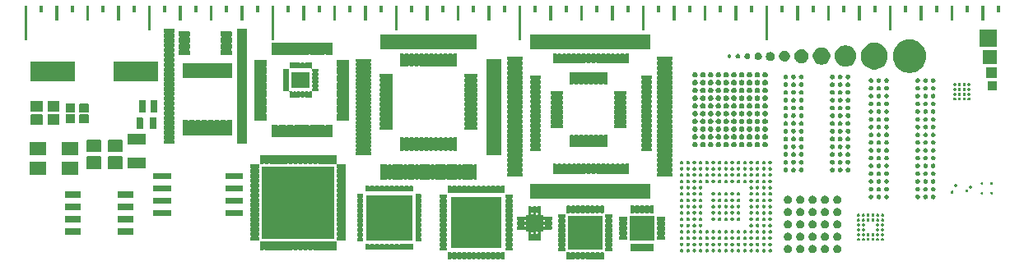
<source format=gbs>
%TF.GenerationSoftware,KiCad,Pcbnew,9.0.3*%
%TF.CreationDate,2025-07-16T19:26:03+02:00*%
%TF.ProjectId,PCB_Ruler,5043425f-5275-46c6-9572-2e6b69636164,rev?*%
%TF.SameCoordinates,Original*%
%TF.FileFunction,Soldermask,Bot*%
%TF.FilePolarity,Negative*%
%FSLAX46Y46*%
G04 Gerber Fmt 4.6, Leading zero omitted, Abs format (unit mm)*
G04 Created by KiCad (PCBNEW 9.0.3) date 2025-07-16 19:26:03*
%MOMM*%
%LPD*%
G01*
G04 APERTURE LIST*
G04 APERTURE END LIST*
G36*
X126167042Y-118397393D02*
G01*
X126179370Y-118405630D01*
X126187607Y-118417958D01*
X126188586Y-118422883D01*
X126224049Y-118475956D01*
X126330951Y-118475956D01*
X126366413Y-118422881D01*
X126367393Y-118417958D01*
X126375630Y-118405630D01*
X126387958Y-118397393D01*
X126402500Y-118394500D01*
X126652500Y-118394500D01*
X126667042Y-118397393D01*
X126679370Y-118405630D01*
X126687607Y-118417958D01*
X126688586Y-118422883D01*
X126724049Y-118475956D01*
X126830951Y-118475956D01*
X126866413Y-118422881D01*
X126867393Y-118417958D01*
X126875630Y-118405630D01*
X126887958Y-118397393D01*
X126902500Y-118394500D01*
X127152500Y-118394500D01*
X127167042Y-118397393D01*
X127179370Y-118405630D01*
X127187607Y-118417958D01*
X127188586Y-118422883D01*
X127224049Y-118475956D01*
X127330951Y-118475956D01*
X127366413Y-118422881D01*
X127367393Y-118417958D01*
X127375630Y-118405630D01*
X127387958Y-118397393D01*
X127402500Y-118394500D01*
X127652500Y-118394500D01*
X127667042Y-118397393D01*
X127679370Y-118405630D01*
X127687607Y-118417958D01*
X127688586Y-118422883D01*
X127724049Y-118475956D01*
X127830951Y-118475956D01*
X127866413Y-118422881D01*
X127867393Y-118417958D01*
X127875630Y-118405630D01*
X127887958Y-118397393D01*
X127902500Y-118394500D01*
X128152500Y-118394500D01*
X128167042Y-118397393D01*
X128179370Y-118405630D01*
X128187607Y-118417958D01*
X128188586Y-118422883D01*
X128224049Y-118475956D01*
X128330951Y-118475956D01*
X128366413Y-118422881D01*
X128367393Y-118417958D01*
X128375630Y-118405630D01*
X128387958Y-118397393D01*
X128402500Y-118394500D01*
X128652500Y-118394500D01*
X128667042Y-118397393D01*
X128679370Y-118405630D01*
X128687607Y-118417958D01*
X128688586Y-118422883D01*
X128724049Y-118475956D01*
X128830951Y-118475956D01*
X128866413Y-118422881D01*
X128867393Y-118417958D01*
X128875630Y-118405630D01*
X128887958Y-118397393D01*
X128902500Y-118394500D01*
X129152500Y-118394500D01*
X129167042Y-118397393D01*
X129179370Y-118405630D01*
X129187607Y-118417958D01*
X129188586Y-118422883D01*
X129224049Y-118475956D01*
X129330951Y-118475956D01*
X129366413Y-118422881D01*
X129367393Y-118417958D01*
X129375630Y-118405630D01*
X129387958Y-118397393D01*
X129402500Y-118394500D01*
X129652500Y-118394500D01*
X129667042Y-118397393D01*
X129671215Y-118400181D01*
X129682560Y-118402438D01*
X129684816Y-118413781D01*
X129687607Y-118417958D01*
X129690500Y-118432500D01*
X129690500Y-119132500D01*
X129687607Y-119147042D01*
X129679370Y-119159370D01*
X129667042Y-119167607D01*
X129652500Y-119170500D01*
X129402500Y-119170500D01*
X129387958Y-119167607D01*
X129375630Y-119159370D01*
X129367393Y-119147042D01*
X129366413Y-119142118D01*
X129330951Y-119089043D01*
X129224049Y-119089043D01*
X129188586Y-119142116D01*
X129187607Y-119147042D01*
X129179370Y-119159370D01*
X129167042Y-119167607D01*
X129152500Y-119170500D01*
X128902500Y-119170500D01*
X128887958Y-119167607D01*
X128875630Y-119159370D01*
X128867393Y-119147042D01*
X128866413Y-119142118D01*
X128830951Y-119089043D01*
X128724049Y-119089043D01*
X128688586Y-119142116D01*
X128687607Y-119147042D01*
X128679370Y-119159370D01*
X128667042Y-119167607D01*
X128652500Y-119170500D01*
X128402500Y-119170500D01*
X128387958Y-119167607D01*
X128375630Y-119159370D01*
X128367393Y-119147042D01*
X128366413Y-119142118D01*
X128330951Y-119089043D01*
X128224049Y-119089043D01*
X128188586Y-119142116D01*
X128187607Y-119147042D01*
X128179370Y-119159370D01*
X128167042Y-119167607D01*
X128152500Y-119170500D01*
X127902500Y-119170500D01*
X127887958Y-119167607D01*
X127875630Y-119159370D01*
X127867393Y-119147042D01*
X127866413Y-119142118D01*
X127830951Y-119089043D01*
X127724049Y-119089043D01*
X127688586Y-119142116D01*
X127687607Y-119147042D01*
X127679370Y-119159370D01*
X127667042Y-119167607D01*
X127652500Y-119170500D01*
X127402500Y-119170500D01*
X127387958Y-119167607D01*
X127375630Y-119159370D01*
X127367393Y-119147042D01*
X127366413Y-119142118D01*
X127330951Y-119089043D01*
X127224049Y-119089043D01*
X127188586Y-119142116D01*
X127187607Y-119147042D01*
X127179370Y-119159370D01*
X127167042Y-119167607D01*
X127152500Y-119170500D01*
X126902500Y-119170500D01*
X126887958Y-119167607D01*
X126875630Y-119159370D01*
X126867393Y-119147042D01*
X126866413Y-119142118D01*
X126830951Y-119089043D01*
X126724049Y-119089043D01*
X126688586Y-119142116D01*
X126687607Y-119147042D01*
X126679370Y-119159370D01*
X126667042Y-119167607D01*
X126652500Y-119170500D01*
X126402500Y-119170500D01*
X126387958Y-119167607D01*
X126375630Y-119159370D01*
X126367393Y-119147042D01*
X126366413Y-119142118D01*
X126330951Y-119089043D01*
X126224049Y-119089043D01*
X126188586Y-119142116D01*
X126187607Y-119147042D01*
X126179370Y-119159370D01*
X126167042Y-119167607D01*
X126152500Y-119170500D01*
X125902500Y-119170500D01*
X125887958Y-119167607D01*
X125875630Y-119159370D01*
X125867393Y-119147042D01*
X125864500Y-119132500D01*
X125864500Y-118432500D01*
X125867393Y-118417958D01*
X125870180Y-118413786D01*
X125872437Y-118402439D01*
X125883783Y-118400182D01*
X125887958Y-118397393D01*
X125902500Y-118394500D01*
X126152500Y-118394500D01*
X126167042Y-118397393D01*
G37*
G36*
X113958292Y-118358643D02*
G01*
X113970620Y-118366880D01*
X113978857Y-118379208D01*
X113979836Y-118384133D01*
X114015299Y-118437206D01*
X114122201Y-118437206D01*
X114157663Y-118384131D01*
X114158643Y-118379208D01*
X114166880Y-118366880D01*
X114179208Y-118358643D01*
X114193750Y-118355750D01*
X114443750Y-118355750D01*
X114458292Y-118358643D01*
X114470620Y-118366880D01*
X114478857Y-118379208D01*
X114479836Y-118384133D01*
X114515299Y-118437206D01*
X114622201Y-118437206D01*
X114657663Y-118384131D01*
X114658643Y-118379208D01*
X114666880Y-118366880D01*
X114679208Y-118358643D01*
X114693750Y-118355750D01*
X114943750Y-118355750D01*
X114958292Y-118358643D01*
X114970620Y-118366880D01*
X114978857Y-118379208D01*
X114979836Y-118384133D01*
X115015299Y-118437206D01*
X115122201Y-118437206D01*
X115157663Y-118384131D01*
X115158643Y-118379208D01*
X115166880Y-118366880D01*
X115179208Y-118358643D01*
X115193750Y-118355750D01*
X115443750Y-118355750D01*
X115458292Y-118358643D01*
X115470620Y-118366880D01*
X115478857Y-118379208D01*
X115479836Y-118384133D01*
X115515299Y-118437206D01*
X115622201Y-118437206D01*
X115657663Y-118384131D01*
X115658643Y-118379208D01*
X115666880Y-118366880D01*
X115679208Y-118358643D01*
X115693750Y-118355750D01*
X115943750Y-118355750D01*
X115958292Y-118358643D01*
X115970620Y-118366880D01*
X115978857Y-118379208D01*
X115979836Y-118384133D01*
X116015299Y-118437206D01*
X116122201Y-118437206D01*
X116157663Y-118384131D01*
X116158643Y-118379208D01*
X116166880Y-118366880D01*
X116179208Y-118358643D01*
X116193750Y-118355750D01*
X116443750Y-118355750D01*
X116458292Y-118358643D01*
X116470620Y-118366880D01*
X116478857Y-118379208D01*
X116479836Y-118384133D01*
X116515299Y-118437206D01*
X116622201Y-118437206D01*
X116657663Y-118384131D01*
X116658643Y-118379208D01*
X116666880Y-118366880D01*
X116679208Y-118358643D01*
X116693750Y-118355750D01*
X116943750Y-118355750D01*
X116958292Y-118358643D01*
X116970620Y-118366880D01*
X116978857Y-118379208D01*
X116979836Y-118384133D01*
X117015299Y-118437206D01*
X117122201Y-118437206D01*
X117157663Y-118384131D01*
X117158643Y-118379208D01*
X117166880Y-118366880D01*
X117179208Y-118358643D01*
X117193750Y-118355750D01*
X117443750Y-118355750D01*
X117458292Y-118358643D01*
X117470620Y-118366880D01*
X117478857Y-118379208D01*
X117479836Y-118384133D01*
X117515299Y-118437206D01*
X117622201Y-118437206D01*
X117657663Y-118384131D01*
X117658643Y-118379208D01*
X117666880Y-118366880D01*
X117679208Y-118358643D01*
X117693750Y-118355750D01*
X117943750Y-118355750D01*
X117958292Y-118358643D01*
X117970620Y-118366880D01*
X117978857Y-118379208D01*
X117979836Y-118384133D01*
X118015299Y-118437206D01*
X118122201Y-118437206D01*
X118157663Y-118384131D01*
X118158643Y-118379208D01*
X118166880Y-118366880D01*
X118179208Y-118358643D01*
X118193750Y-118355750D01*
X118443750Y-118355750D01*
X118458292Y-118358643D01*
X118470620Y-118366880D01*
X118478857Y-118379208D01*
X118479836Y-118384133D01*
X118515299Y-118437206D01*
X118622201Y-118437206D01*
X118657663Y-118384131D01*
X118658643Y-118379208D01*
X118666880Y-118366880D01*
X118679208Y-118358643D01*
X118693750Y-118355750D01*
X118943750Y-118355750D01*
X118958292Y-118358643D01*
X118970620Y-118366880D01*
X118978857Y-118379208D01*
X118979836Y-118384133D01*
X119015299Y-118437206D01*
X119122201Y-118437206D01*
X119157663Y-118384131D01*
X119158643Y-118379208D01*
X119166880Y-118366880D01*
X119179208Y-118358643D01*
X119193750Y-118355750D01*
X119443750Y-118355750D01*
X119458292Y-118358643D01*
X119462465Y-118361431D01*
X119473810Y-118363688D01*
X119476066Y-118375031D01*
X119478857Y-118379208D01*
X119481750Y-118393750D01*
X119481750Y-119093750D01*
X119478857Y-119108292D01*
X119470620Y-119120620D01*
X119458292Y-119128857D01*
X119443750Y-119131750D01*
X119193750Y-119131750D01*
X119179208Y-119128857D01*
X119166880Y-119120620D01*
X119158643Y-119108292D01*
X119157663Y-119103368D01*
X119122201Y-119050293D01*
X119015299Y-119050293D01*
X118979836Y-119103366D01*
X118978857Y-119108292D01*
X118970620Y-119120620D01*
X118958292Y-119128857D01*
X118943750Y-119131750D01*
X118693750Y-119131750D01*
X118679208Y-119128857D01*
X118666880Y-119120620D01*
X118658643Y-119108292D01*
X118657663Y-119103368D01*
X118622201Y-119050293D01*
X118515299Y-119050293D01*
X118479836Y-119103366D01*
X118478857Y-119108292D01*
X118470620Y-119120620D01*
X118458292Y-119128857D01*
X118443750Y-119131750D01*
X118193750Y-119131750D01*
X118179208Y-119128857D01*
X118166880Y-119120620D01*
X118158643Y-119108292D01*
X118157663Y-119103368D01*
X118122201Y-119050293D01*
X118015299Y-119050293D01*
X117979836Y-119103366D01*
X117978857Y-119108292D01*
X117970620Y-119120620D01*
X117958292Y-119128857D01*
X117943750Y-119131750D01*
X117693750Y-119131750D01*
X117679208Y-119128857D01*
X117666880Y-119120620D01*
X117658643Y-119108292D01*
X117657663Y-119103368D01*
X117622201Y-119050293D01*
X117515299Y-119050293D01*
X117479836Y-119103366D01*
X117478857Y-119108292D01*
X117470620Y-119120620D01*
X117458292Y-119128857D01*
X117443750Y-119131750D01*
X117193750Y-119131750D01*
X117179208Y-119128857D01*
X117166880Y-119120620D01*
X117158643Y-119108292D01*
X117157663Y-119103368D01*
X117122201Y-119050293D01*
X117015299Y-119050293D01*
X116979836Y-119103366D01*
X116978857Y-119108292D01*
X116970620Y-119120620D01*
X116958292Y-119128857D01*
X116943750Y-119131750D01*
X116693750Y-119131750D01*
X116679208Y-119128857D01*
X116666880Y-119120620D01*
X116658643Y-119108292D01*
X116657663Y-119103368D01*
X116622201Y-119050293D01*
X116515299Y-119050293D01*
X116479836Y-119103366D01*
X116478857Y-119108292D01*
X116470620Y-119120620D01*
X116458292Y-119128857D01*
X116443750Y-119131750D01*
X116193750Y-119131750D01*
X116179208Y-119128857D01*
X116166880Y-119120620D01*
X116158643Y-119108292D01*
X116157663Y-119103368D01*
X116122201Y-119050293D01*
X116015299Y-119050293D01*
X115979836Y-119103366D01*
X115978857Y-119108292D01*
X115970620Y-119120620D01*
X115958292Y-119128857D01*
X115943750Y-119131750D01*
X115693750Y-119131750D01*
X115679208Y-119128857D01*
X115666880Y-119120620D01*
X115658643Y-119108292D01*
X115657663Y-119103368D01*
X115622201Y-119050293D01*
X115515299Y-119050293D01*
X115479836Y-119103366D01*
X115478857Y-119108292D01*
X115470620Y-119120620D01*
X115458292Y-119128857D01*
X115443750Y-119131750D01*
X115193750Y-119131750D01*
X115179208Y-119128857D01*
X115166880Y-119120620D01*
X115158643Y-119108292D01*
X115157663Y-119103368D01*
X115122201Y-119050293D01*
X115015299Y-119050293D01*
X114979836Y-119103366D01*
X114978857Y-119108292D01*
X114970620Y-119120620D01*
X114958292Y-119128857D01*
X114943750Y-119131750D01*
X114693750Y-119131750D01*
X114679208Y-119128857D01*
X114666880Y-119120620D01*
X114658643Y-119108292D01*
X114657663Y-119103368D01*
X114622201Y-119050293D01*
X114515299Y-119050293D01*
X114479836Y-119103366D01*
X114478857Y-119108292D01*
X114470620Y-119120620D01*
X114458292Y-119128857D01*
X114443750Y-119131750D01*
X114193750Y-119131750D01*
X114179208Y-119128857D01*
X114166880Y-119120620D01*
X114158643Y-119108292D01*
X114157663Y-119103368D01*
X114122201Y-119050293D01*
X114015299Y-119050293D01*
X113979836Y-119103366D01*
X113978857Y-119108292D01*
X113970620Y-119120620D01*
X113958292Y-119128857D01*
X113943750Y-119131750D01*
X113693750Y-119131750D01*
X113679208Y-119128857D01*
X113666880Y-119120620D01*
X113658643Y-119108292D01*
X113655750Y-119093750D01*
X113655750Y-118393750D01*
X113658643Y-118379208D01*
X113661430Y-118375036D01*
X113663687Y-118363689D01*
X113675033Y-118361432D01*
X113679208Y-118358643D01*
X113693750Y-118355750D01*
X113943750Y-118355750D01*
X113958292Y-118358643D01*
G37*
G36*
X148793048Y-117683438D02*
G01*
X148886418Y-117737345D01*
X148962655Y-117813582D01*
X149016562Y-117906952D01*
X149044467Y-118011093D01*
X149044467Y-118118907D01*
X149016562Y-118223048D01*
X148962655Y-118316418D01*
X148886418Y-118392655D01*
X148793048Y-118446562D01*
X148688907Y-118474467D01*
X148581093Y-118474467D01*
X148476952Y-118446562D01*
X148383582Y-118392655D01*
X148307345Y-118316418D01*
X148253438Y-118223048D01*
X148225533Y-118118907D01*
X148225533Y-118011093D01*
X148253438Y-117906952D01*
X148307345Y-117813582D01*
X148383582Y-117737345D01*
X148476952Y-117683438D01*
X148581093Y-117655533D01*
X148688907Y-117655533D01*
X148793048Y-117683438D01*
G37*
G36*
X150063048Y-117683438D02*
G01*
X150156418Y-117737345D01*
X150232655Y-117813582D01*
X150286562Y-117906952D01*
X150314467Y-118011093D01*
X150314467Y-118118907D01*
X150286562Y-118223048D01*
X150232655Y-118316418D01*
X150156418Y-118392655D01*
X150063048Y-118446562D01*
X149958907Y-118474467D01*
X149851093Y-118474467D01*
X149746952Y-118446562D01*
X149653582Y-118392655D01*
X149577345Y-118316418D01*
X149523438Y-118223048D01*
X149495533Y-118118907D01*
X149495533Y-118011093D01*
X149523438Y-117906952D01*
X149577345Y-117813582D01*
X149653582Y-117737345D01*
X149746952Y-117683438D01*
X149851093Y-117655533D01*
X149958907Y-117655533D01*
X150063048Y-117683438D01*
G37*
G36*
X151333048Y-117683438D02*
G01*
X151426418Y-117737345D01*
X151502655Y-117813582D01*
X151556562Y-117906952D01*
X151584467Y-118011093D01*
X151584467Y-118118907D01*
X151556562Y-118223048D01*
X151502655Y-118316418D01*
X151426418Y-118392655D01*
X151333048Y-118446562D01*
X151228907Y-118474467D01*
X151121093Y-118474467D01*
X151016952Y-118446562D01*
X150923582Y-118392655D01*
X150847345Y-118316418D01*
X150793438Y-118223048D01*
X150765533Y-118118907D01*
X150765533Y-118011093D01*
X150793438Y-117906952D01*
X150847345Y-117813582D01*
X150923582Y-117737345D01*
X151016952Y-117683438D01*
X151121093Y-117655533D01*
X151228907Y-117655533D01*
X151333048Y-117683438D01*
G37*
G36*
X152603048Y-117683438D02*
G01*
X152696418Y-117737345D01*
X152772655Y-117813582D01*
X152826562Y-117906952D01*
X152854467Y-118011093D01*
X152854467Y-118118907D01*
X152826562Y-118223048D01*
X152772655Y-118316418D01*
X152696418Y-118392655D01*
X152603048Y-118446562D01*
X152498907Y-118474467D01*
X152391093Y-118474467D01*
X152286952Y-118446562D01*
X152193582Y-118392655D01*
X152117345Y-118316418D01*
X152063438Y-118223048D01*
X152035533Y-118118907D01*
X152035533Y-118011093D01*
X152063438Y-117906952D01*
X152117345Y-117813582D01*
X152193582Y-117737345D01*
X152286952Y-117683438D01*
X152391093Y-117655533D01*
X152498907Y-117655533D01*
X152603048Y-117683438D01*
G37*
G36*
X153873048Y-117683438D02*
G01*
X153966418Y-117737345D01*
X154042655Y-117813582D01*
X154096562Y-117906952D01*
X154124467Y-118011093D01*
X154124467Y-118118907D01*
X154096562Y-118223048D01*
X154042655Y-118316418D01*
X153966418Y-118392655D01*
X153873048Y-118446562D01*
X153768907Y-118474467D01*
X153661093Y-118474467D01*
X153556952Y-118446562D01*
X153463582Y-118392655D01*
X153387345Y-118316418D01*
X153333438Y-118223048D01*
X153305533Y-118118907D01*
X153305533Y-118011093D01*
X153333438Y-117906952D01*
X153387345Y-117813582D01*
X153463582Y-117737345D01*
X153556952Y-117683438D01*
X153661093Y-117655533D01*
X153768907Y-117655533D01*
X153873048Y-117683438D01*
G37*
G36*
X137728708Y-118065612D02*
G01*
X137736677Y-118065612D01*
X137751274Y-118071658D01*
X137771615Y-118077109D01*
X137789856Y-118087640D01*
X137804447Y-118093684D01*
X137810077Y-118099314D01*
X137813922Y-118101534D01*
X137848465Y-118136077D01*
X137850684Y-118139921D01*
X137856316Y-118145553D01*
X137862360Y-118160146D01*
X137872890Y-118178384D01*
X137878340Y-118198722D01*
X137884388Y-118213323D01*
X137884388Y-118221291D01*
X137885536Y-118225576D01*
X137885536Y-118274423D01*
X137884388Y-118278707D01*
X137884388Y-118286677D01*
X137878339Y-118301279D01*
X137872890Y-118321615D01*
X137862362Y-118339849D01*
X137856316Y-118354447D01*
X137850683Y-118360079D01*
X137848465Y-118363922D01*
X137813922Y-118398465D01*
X137810079Y-118400683D01*
X137804447Y-118406316D01*
X137789849Y-118412362D01*
X137771615Y-118422890D01*
X137751278Y-118428339D01*
X137736677Y-118434388D01*
X137728708Y-118434388D01*
X137724424Y-118435536D01*
X137675576Y-118435536D01*
X137671292Y-118434388D01*
X137663323Y-118434388D01*
X137648722Y-118428340D01*
X137628384Y-118422890D01*
X137610146Y-118412360D01*
X137595553Y-118406316D01*
X137589921Y-118400684D01*
X137586077Y-118398465D01*
X137551534Y-118363922D01*
X137549314Y-118360077D01*
X137543684Y-118354447D01*
X137537640Y-118339856D01*
X137527109Y-118321615D01*
X137521659Y-118301275D01*
X137515612Y-118286677D01*
X137515612Y-118278707D01*
X137514464Y-118274423D01*
X137514464Y-118225576D01*
X137515612Y-118221291D01*
X137515612Y-118213323D01*
X137521658Y-118198726D01*
X137527109Y-118178384D01*
X137537641Y-118160140D01*
X137543684Y-118145553D01*
X137549313Y-118139923D01*
X137551534Y-118136077D01*
X137586077Y-118101534D01*
X137589923Y-118099313D01*
X137595553Y-118093684D01*
X137610140Y-118087641D01*
X137628384Y-118077109D01*
X137648726Y-118071658D01*
X137663323Y-118065612D01*
X137671292Y-118065612D01*
X137675576Y-118064464D01*
X137724424Y-118064464D01*
X137728708Y-118065612D01*
G37*
G36*
X138378708Y-118065612D02*
G01*
X138386677Y-118065612D01*
X138401274Y-118071658D01*
X138421615Y-118077109D01*
X138439856Y-118087640D01*
X138454447Y-118093684D01*
X138460077Y-118099314D01*
X138463922Y-118101534D01*
X138498465Y-118136077D01*
X138500684Y-118139921D01*
X138506316Y-118145553D01*
X138512360Y-118160146D01*
X138522890Y-118178384D01*
X138528340Y-118198722D01*
X138534388Y-118213323D01*
X138534388Y-118221291D01*
X138535536Y-118225576D01*
X138535536Y-118274423D01*
X138534388Y-118278707D01*
X138534388Y-118286677D01*
X138528339Y-118301279D01*
X138522890Y-118321615D01*
X138512362Y-118339849D01*
X138506316Y-118354447D01*
X138500683Y-118360079D01*
X138498465Y-118363922D01*
X138463922Y-118398465D01*
X138460079Y-118400683D01*
X138454447Y-118406316D01*
X138439849Y-118412362D01*
X138421615Y-118422890D01*
X138401278Y-118428339D01*
X138386677Y-118434388D01*
X138378708Y-118434388D01*
X138374424Y-118435536D01*
X138325576Y-118435536D01*
X138321292Y-118434388D01*
X138313323Y-118434388D01*
X138298722Y-118428340D01*
X138278384Y-118422890D01*
X138260146Y-118412360D01*
X138245553Y-118406316D01*
X138239921Y-118400684D01*
X138236077Y-118398465D01*
X138201534Y-118363922D01*
X138199314Y-118360077D01*
X138193684Y-118354447D01*
X138187640Y-118339856D01*
X138177109Y-118321615D01*
X138171659Y-118301275D01*
X138165612Y-118286677D01*
X138165612Y-118278707D01*
X138164464Y-118274423D01*
X138164464Y-118225576D01*
X138165612Y-118221291D01*
X138165612Y-118213323D01*
X138171658Y-118198726D01*
X138177109Y-118178384D01*
X138187641Y-118160140D01*
X138193684Y-118145553D01*
X138199313Y-118139923D01*
X138201534Y-118136077D01*
X138236077Y-118101534D01*
X138239923Y-118099313D01*
X138245553Y-118093684D01*
X138260140Y-118087641D01*
X138278384Y-118077109D01*
X138298726Y-118071658D01*
X138313323Y-118065612D01*
X138321292Y-118065612D01*
X138325576Y-118064464D01*
X138374424Y-118064464D01*
X138378708Y-118065612D01*
G37*
G36*
X139028708Y-118065612D02*
G01*
X139036677Y-118065612D01*
X139051274Y-118071658D01*
X139071615Y-118077109D01*
X139089856Y-118087640D01*
X139104447Y-118093684D01*
X139110077Y-118099314D01*
X139113922Y-118101534D01*
X139148465Y-118136077D01*
X139150684Y-118139921D01*
X139156316Y-118145553D01*
X139162360Y-118160146D01*
X139172890Y-118178384D01*
X139178340Y-118198722D01*
X139184388Y-118213323D01*
X139184388Y-118221291D01*
X139185536Y-118225576D01*
X139185536Y-118274423D01*
X139184388Y-118278707D01*
X139184388Y-118286677D01*
X139178339Y-118301279D01*
X139172890Y-118321615D01*
X139162362Y-118339849D01*
X139156316Y-118354447D01*
X139150683Y-118360079D01*
X139148465Y-118363922D01*
X139113922Y-118398465D01*
X139110079Y-118400683D01*
X139104447Y-118406316D01*
X139089849Y-118412362D01*
X139071615Y-118422890D01*
X139051278Y-118428339D01*
X139036677Y-118434388D01*
X139028708Y-118434388D01*
X139024424Y-118435536D01*
X138975576Y-118435536D01*
X138971292Y-118434388D01*
X138963323Y-118434388D01*
X138948722Y-118428340D01*
X138928384Y-118422890D01*
X138910146Y-118412360D01*
X138895553Y-118406316D01*
X138889921Y-118400684D01*
X138886077Y-118398465D01*
X138851534Y-118363922D01*
X138849314Y-118360077D01*
X138843684Y-118354447D01*
X138837640Y-118339856D01*
X138827109Y-118321615D01*
X138821659Y-118301275D01*
X138815612Y-118286677D01*
X138815612Y-118278707D01*
X138814464Y-118274423D01*
X138814464Y-118225576D01*
X138815612Y-118221291D01*
X138815612Y-118213323D01*
X138821658Y-118198726D01*
X138827109Y-118178384D01*
X138837641Y-118160140D01*
X138843684Y-118145553D01*
X138849313Y-118139923D01*
X138851534Y-118136077D01*
X138886077Y-118101534D01*
X138889923Y-118099313D01*
X138895553Y-118093684D01*
X138910140Y-118087641D01*
X138928384Y-118077109D01*
X138948726Y-118071658D01*
X138963323Y-118065612D01*
X138971292Y-118065612D01*
X138975576Y-118064464D01*
X139024424Y-118064464D01*
X139028708Y-118065612D01*
G37*
G36*
X139678708Y-118065612D02*
G01*
X139686677Y-118065612D01*
X139701274Y-118071658D01*
X139721615Y-118077109D01*
X139739856Y-118087640D01*
X139754447Y-118093684D01*
X139760077Y-118099314D01*
X139763922Y-118101534D01*
X139798465Y-118136077D01*
X139800684Y-118139921D01*
X139806316Y-118145553D01*
X139812360Y-118160146D01*
X139822890Y-118178384D01*
X139828340Y-118198722D01*
X139834388Y-118213323D01*
X139834388Y-118221291D01*
X139835536Y-118225576D01*
X139835536Y-118274423D01*
X139834388Y-118278707D01*
X139834388Y-118286677D01*
X139828339Y-118301279D01*
X139822890Y-118321615D01*
X139812362Y-118339849D01*
X139806316Y-118354447D01*
X139800683Y-118360079D01*
X139798465Y-118363922D01*
X139763922Y-118398465D01*
X139760079Y-118400683D01*
X139754447Y-118406316D01*
X139739849Y-118412362D01*
X139721615Y-118422890D01*
X139701278Y-118428339D01*
X139686677Y-118434388D01*
X139678708Y-118434388D01*
X139674424Y-118435536D01*
X139625576Y-118435536D01*
X139621292Y-118434388D01*
X139613323Y-118434388D01*
X139598722Y-118428340D01*
X139578384Y-118422890D01*
X139560146Y-118412360D01*
X139545553Y-118406316D01*
X139539921Y-118400684D01*
X139536077Y-118398465D01*
X139501534Y-118363922D01*
X139499314Y-118360077D01*
X139493684Y-118354447D01*
X139487640Y-118339856D01*
X139477109Y-118321615D01*
X139471659Y-118301275D01*
X139465612Y-118286677D01*
X139465612Y-118278707D01*
X139464464Y-118274423D01*
X139464464Y-118225576D01*
X139465612Y-118221291D01*
X139465612Y-118213323D01*
X139471658Y-118198726D01*
X139477109Y-118178384D01*
X139487641Y-118160140D01*
X139493684Y-118145553D01*
X139499313Y-118139923D01*
X139501534Y-118136077D01*
X139536077Y-118101534D01*
X139539923Y-118099313D01*
X139545553Y-118093684D01*
X139560140Y-118087641D01*
X139578384Y-118077109D01*
X139598726Y-118071658D01*
X139613323Y-118065612D01*
X139621292Y-118065612D01*
X139625576Y-118064464D01*
X139674424Y-118064464D01*
X139678708Y-118065612D01*
G37*
G36*
X140328708Y-118065612D02*
G01*
X140336677Y-118065612D01*
X140351274Y-118071658D01*
X140371615Y-118077109D01*
X140389856Y-118087640D01*
X140404447Y-118093684D01*
X140410077Y-118099314D01*
X140413922Y-118101534D01*
X140448465Y-118136077D01*
X140450684Y-118139921D01*
X140456316Y-118145553D01*
X140462360Y-118160146D01*
X140472890Y-118178384D01*
X140478340Y-118198722D01*
X140484388Y-118213323D01*
X140484388Y-118221291D01*
X140485536Y-118225576D01*
X140485536Y-118274423D01*
X140484388Y-118278707D01*
X140484388Y-118286677D01*
X140478339Y-118301279D01*
X140472890Y-118321615D01*
X140462362Y-118339849D01*
X140456316Y-118354447D01*
X140450683Y-118360079D01*
X140448465Y-118363922D01*
X140413922Y-118398465D01*
X140410079Y-118400683D01*
X140404447Y-118406316D01*
X140389849Y-118412362D01*
X140371615Y-118422890D01*
X140351278Y-118428339D01*
X140336677Y-118434388D01*
X140328708Y-118434388D01*
X140324424Y-118435536D01*
X140275576Y-118435536D01*
X140271292Y-118434388D01*
X140263323Y-118434388D01*
X140248722Y-118428340D01*
X140228384Y-118422890D01*
X140210146Y-118412360D01*
X140195553Y-118406316D01*
X140189921Y-118400684D01*
X140186077Y-118398465D01*
X140151534Y-118363922D01*
X140149314Y-118360077D01*
X140143684Y-118354447D01*
X140137640Y-118339856D01*
X140127109Y-118321615D01*
X140121659Y-118301275D01*
X140115612Y-118286677D01*
X140115612Y-118278707D01*
X140114464Y-118274423D01*
X140114464Y-118225576D01*
X140115612Y-118221291D01*
X140115612Y-118213323D01*
X140121658Y-118198726D01*
X140127109Y-118178384D01*
X140137641Y-118160140D01*
X140143684Y-118145553D01*
X140149313Y-118139923D01*
X140151534Y-118136077D01*
X140186077Y-118101534D01*
X140189923Y-118099313D01*
X140195553Y-118093684D01*
X140210140Y-118087641D01*
X140228384Y-118077109D01*
X140248726Y-118071658D01*
X140263323Y-118065612D01*
X140271292Y-118065612D01*
X140275576Y-118064464D01*
X140324424Y-118064464D01*
X140328708Y-118065612D01*
G37*
G36*
X140978708Y-118065612D02*
G01*
X140986677Y-118065612D01*
X141001274Y-118071658D01*
X141021615Y-118077109D01*
X141039856Y-118087640D01*
X141054447Y-118093684D01*
X141060077Y-118099314D01*
X141063922Y-118101534D01*
X141098465Y-118136077D01*
X141100684Y-118139921D01*
X141106316Y-118145553D01*
X141112360Y-118160146D01*
X141122890Y-118178384D01*
X141128340Y-118198722D01*
X141134388Y-118213323D01*
X141134388Y-118221291D01*
X141135536Y-118225576D01*
X141135536Y-118274423D01*
X141134388Y-118278707D01*
X141134388Y-118286677D01*
X141128339Y-118301279D01*
X141122890Y-118321615D01*
X141112362Y-118339849D01*
X141106316Y-118354447D01*
X141100683Y-118360079D01*
X141098465Y-118363922D01*
X141063922Y-118398465D01*
X141060079Y-118400683D01*
X141054447Y-118406316D01*
X141039849Y-118412362D01*
X141021615Y-118422890D01*
X141001278Y-118428339D01*
X140986677Y-118434388D01*
X140978708Y-118434388D01*
X140974424Y-118435536D01*
X140925576Y-118435536D01*
X140921292Y-118434388D01*
X140913323Y-118434388D01*
X140898722Y-118428340D01*
X140878384Y-118422890D01*
X140860146Y-118412360D01*
X140845553Y-118406316D01*
X140839921Y-118400684D01*
X140836077Y-118398465D01*
X140801534Y-118363922D01*
X140799314Y-118360077D01*
X140793684Y-118354447D01*
X140787640Y-118339856D01*
X140777109Y-118321615D01*
X140771659Y-118301275D01*
X140765612Y-118286677D01*
X140765612Y-118278707D01*
X140764464Y-118274423D01*
X140764464Y-118225576D01*
X140765612Y-118221291D01*
X140765612Y-118213323D01*
X140771658Y-118198726D01*
X140777109Y-118178384D01*
X140787641Y-118160140D01*
X140793684Y-118145553D01*
X140799313Y-118139923D01*
X140801534Y-118136077D01*
X140836077Y-118101534D01*
X140839923Y-118099313D01*
X140845553Y-118093684D01*
X140860140Y-118087641D01*
X140878384Y-118077109D01*
X140898726Y-118071658D01*
X140913323Y-118065612D01*
X140921292Y-118065612D01*
X140925576Y-118064464D01*
X140974424Y-118064464D01*
X140978708Y-118065612D01*
G37*
G36*
X141628708Y-118065612D02*
G01*
X141636677Y-118065612D01*
X141651274Y-118071658D01*
X141671615Y-118077109D01*
X141689856Y-118087640D01*
X141704447Y-118093684D01*
X141710077Y-118099314D01*
X141713922Y-118101534D01*
X141748465Y-118136077D01*
X141750684Y-118139921D01*
X141756316Y-118145553D01*
X141762360Y-118160146D01*
X141772890Y-118178384D01*
X141778340Y-118198722D01*
X141784388Y-118213323D01*
X141784388Y-118221291D01*
X141785536Y-118225576D01*
X141785536Y-118274423D01*
X141784388Y-118278707D01*
X141784388Y-118286677D01*
X141778339Y-118301279D01*
X141772890Y-118321615D01*
X141762362Y-118339849D01*
X141756316Y-118354447D01*
X141750683Y-118360079D01*
X141748465Y-118363922D01*
X141713922Y-118398465D01*
X141710079Y-118400683D01*
X141704447Y-118406316D01*
X141689849Y-118412362D01*
X141671615Y-118422890D01*
X141651278Y-118428339D01*
X141636677Y-118434388D01*
X141628708Y-118434388D01*
X141624424Y-118435536D01*
X141575576Y-118435536D01*
X141571292Y-118434388D01*
X141563323Y-118434388D01*
X141548722Y-118428340D01*
X141528384Y-118422890D01*
X141510146Y-118412360D01*
X141495553Y-118406316D01*
X141489921Y-118400684D01*
X141486077Y-118398465D01*
X141451534Y-118363922D01*
X141449314Y-118360077D01*
X141443684Y-118354447D01*
X141437640Y-118339856D01*
X141427109Y-118321615D01*
X141421659Y-118301275D01*
X141415612Y-118286677D01*
X141415612Y-118278707D01*
X141414464Y-118274423D01*
X141414464Y-118225576D01*
X141415612Y-118221291D01*
X141415612Y-118213323D01*
X141421658Y-118198726D01*
X141427109Y-118178384D01*
X141437641Y-118160140D01*
X141443684Y-118145553D01*
X141449313Y-118139923D01*
X141451534Y-118136077D01*
X141486077Y-118101534D01*
X141489923Y-118099313D01*
X141495553Y-118093684D01*
X141510140Y-118087641D01*
X141528384Y-118077109D01*
X141548726Y-118071658D01*
X141563323Y-118065612D01*
X141571292Y-118065612D01*
X141575576Y-118064464D01*
X141624424Y-118064464D01*
X141628708Y-118065612D01*
G37*
G36*
X142278708Y-118065612D02*
G01*
X142286677Y-118065612D01*
X142301274Y-118071658D01*
X142321615Y-118077109D01*
X142339856Y-118087640D01*
X142354447Y-118093684D01*
X142360077Y-118099314D01*
X142363922Y-118101534D01*
X142398465Y-118136077D01*
X142400684Y-118139921D01*
X142406316Y-118145553D01*
X142412360Y-118160146D01*
X142422890Y-118178384D01*
X142428340Y-118198722D01*
X142434388Y-118213323D01*
X142434388Y-118221291D01*
X142435536Y-118225576D01*
X142435536Y-118274423D01*
X142434388Y-118278707D01*
X142434388Y-118286677D01*
X142428339Y-118301279D01*
X142422890Y-118321615D01*
X142412362Y-118339849D01*
X142406316Y-118354447D01*
X142400683Y-118360079D01*
X142398465Y-118363922D01*
X142363922Y-118398465D01*
X142360079Y-118400683D01*
X142354447Y-118406316D01*
X142339849Y-118412362D01*
X142321615Y-118422890D01*
X142301278Y-118428339D01*
X142286677Y-118434388D01*
X142278708Y-118434388D01*
X142274424Y-118435536D01*
X142225576Y-118435536D01*
X142221292Y-118434388D01*
X142213323Y-118434388D01*
X142198722Y-118428340D01*
X142178384Y-118422890D01*
X142160146Y-118412360D01*
X142145553Y-118406316D01*
X142139921Y-118400684D01*
X142136077Y-118398465D01*
X142101534Y-118363922D01*
X142099314Y-118360077D01*
X142093684Y-118354447D01*
X142087640Y-118339856D01*
X142077109Y-118321615D01*
X142071659Y-118301275D01*
X142065612Y-118286677D01*
X142065612Y-118278707D01*
X142064464Y-118274423D01*
X142064464Y-118225576D01*
X142065612Y-118221291D01*
X142065612Y-118213323D01*
X142071658Y-118198726D01*
X142077109Y-118178384D01*
X142087641Y-118160140D01*
X142093684Y-118145553D01*
X142099313Y-118139923D01*
X142101534Y-118136077D01*
X142136077Y-118101534D01*
X142139923Y-118099313D01*
X142145553Y-118093684D01*
X142160140Y-118087641D01*
X142178384Y-118077109D01*
X142198726Y-118071658D01*
X142213323Y-118065612D01*
X142221292Y-118065612D01*
X142225576Y-118064464D01*
X142274424Y-118064464D01*
X142278708Y-118065612D01*
G37*
G36*
X142928708Y-118065612D02*
G01*
X142936677Y-118065612D01*
X142951274Y-118071658D01*
X142971615Y-118077109D01*
X142989856Y-118087640D01*
X143004447Y-118093684D01*
X143010077Y-118099314D01*
X143013922Y-118101534D01*
X143048465Y-118136077D01*
X143050684Y-118139921D01*
X143056316Y-118145553D01*
X143062360Y-118160146D01*
X143072890Y-118178384D01*
X143078340Y-118198722D01*
X143084388Y-118213323D01*
X143084388Y-118221291D01*
X143085536Y-118225576D01*
X143085536Y-118274423D01*
X143084388Y-118278707D01*
X143084388Y-118286677D01*
X143078339Y-118301279D01*
X143072890Y-118321615D01*
X143062362Y-118339849D01*
X143056316Y-118354447D01*
X143050683Y-118360079D01*
X143048465Y-118363922D01*
X143013922Y-118398465D01*
X143010079Y-118400683D01*
X143004447Y-118406316D01*
X142989849Y-118412362D01*
X142971615Y-118422890D01*
X142951278Y-118428339D01*
X142936677Y-118434388D01*
X142928708Y-118434388D01*
X142924424Y-118435536D01*
X142875576Y-118435536D01*
X142871292Y-118434388D01*
X142863323Y-118434388D01*
X142848722Y-118428340D01*
X142828384Y-118422890D01*
X142810146Y-118412360D01*
X142795553Y-118406316D01*
X142789921Y-118400684D01*
X142786077Y-118398465D01*
X142751534Y-118363922D01*
X142749314Y-118360077D01*
X142743684Y-118354447D01*
X142737640Y-118339856D01*
X142727109Y-118321615D01*
X142721659Y-118301275D01*
X142715612Y-118286677D01*
X142715612Y-118278707D01*
X142714464Y-118274423D01*
X142714464Y-118225576D01*
X142715612Y-118221291D01*
X142715612Y-118213323D01*
X142721658Y-118198726D01*
X142727109Y-118178384D01*
X142737641Y-118160140D01*
X142743684Y-118145553D01*
X142749313Y-118139923D01*
X142751534Y-118136077D01*
X142786077Y-118101534D01*
X142789923Y-118099313D01*
X142795553Y-118093684D01*
X142810140Y-118087641D01*
X142828384Y-118077109D01*
X142848726Y-118071658D01*
X142863323Y-118065612D01*
X142871292Y-118065612D01*
X142875576Y-118064464D01*
X142924424Y-118064464D01*
X142928708Y-118065612D01*
G37*
G36*
X143578708Y-118065612D02*
G01*
X143586677Y-118065612D01*
X143601274Y-118071658D01*
X143621615Y-118077109D01*
X143639856Y-118087640D01*
X143654447Y-118093684D01*
X143660077Y-118099314D01*
X143663922Y-118101534D01*
X143698465Y-118136077D01*
X143700684Y-118139921D01*
X143706316Y-118145553D01*
X143712360Y-118160146D01*
X143722890Y-118178384D01*
X143728340Y-118198722D01*
X143734388Y-118213323D01*
X143734388Y-118221291D01*
X143735536Y-118225576D01*
X143735536Y-118274423D01*
X143734388Y-118278707D01*
X143734388Y-118286677D01*
X143728339Y-118301279D01*
X143722890Y-118321615D01*
X143712362Y-118339849D01*
X143706316Y-118354447D01*
X143700683Y-118360079D01*
X143698465Y-118363922D01*
X143663922Y-118398465D01*
X143660079Y-118400683D01*
X143654447Y-118406316D01*
X143639849Y-118412362D01*
X143621615Y-118422890D01*
X143601278Y-118428339D01*
X143586677Y-118434388D01*
X143578708Y-118434388D01*
X143574424Y-118435536D01*
X143525576Y-118435536D01*
X143521292Y-118434388D01*
X143513323Y-118434388D01*
X143498722Y-118428340D01*
X143478384Y-118422890D01*
X143460146Y-118412360D01*
X143445553Y-118406316D01*
X143439921Y-118400684D01*
X143436077Y-118398465D01*
X143401534Y-118363922D01*
X143399314Y-118360077D01*
X143393684Y-118354447D01*
X143387640Y-118339856D01*
X143377109Y-118321615D01*
X143371659Y-118301275D01*
X143365612Y-118286677D01*
X143365612Y-118278707D01*
X143364464Y-118274423D01*
X143364464Y-118225576D01*
X143365612Y-118221291D01*
X143365612Y-118213323D01*
X143371658Y-118198726D01*
X143377109Y-118178384D01*
X143387641Y-118160140D01*
X143393684Y-118145553D01*
X143399313Y-118139923D01*
X143401534Y-118136077D01*
X143436077Y-118101534D01*
X143439923Y-118099313D01*
X143445553Y-118093684D01*
X143460140Y-118087641D01*
X143478384Y-118077109D01*
X143498726Y-118071658D01*
X143513323Y-118065612D01*
X143521292Y-118065612D01*
X143525576Y-118064464D01*
X143574424Y-118064464D01*
X143578708Y-118065612D01*
G37*
G36*
X144228708Y-118065612D02*
G01*
X144236677Y-118065612D01*
X144251274Y-118071658D01*
X144271615Y-118077109D01*
X144289856Y-118087640D01*
X144304447Y-118093684D01*
X144310077Y-118099314D01*
X144313922Y-118101534D01*
X144348465Y-118136077D01*
X144350684Y-118139921D01*
X144356316Y-118145553D01*
X144362360Y-118160146D01*
X144372890Y-118178384D01*
X144378340Y-118198722D01*
X144384388Y-118213323D01*
X144384388Y-118221291D01*
X144385536Y-118225576D01*
X144385536Y-118274423D01*
X144384388Y-118278707D01*
X144384388Y-118286677D01*
X144378339Y-118301279D01*
X144372890Y-118321615D01*
X144362362Y-118339849D01*
X144356316Y-118354447D01*
X144350683Y-118360079D01*
X144348465Y-118363922D01*
X144313922Y-118398465D01*
X144310079Y-118400683D01*
X144304447Y-118406316D01*
X144289849Y-118412362D01*
X144271615Y-118422890D01*
X144251278Y-118428339D01*
X144236677Y-118434388D01*
X144228708Y-118434388D01*
X144224424Y-118435536D01*
X144175576Y-118435536D01*
X144171292Y-118434388D01*
X144163323Y-118434388D01*
X144148722Y-118428340D01*
X144128384Y-118422890D01*
X144110146Y-118412360D01*
X144095553Y-118406316D01*
X144089921Y-118400684D01*
X144086077Y-118398465D01*
X144051534Y-118363922D01*
X144049314Y-118360077D01*
X144043684Y-118354447D01*
X144037640Y-118339856D01*
X144027109Y-118321615D01*
X144021659Y-118301275D01*
X144015612Y-118286677D01*
X144015612Y-118278707D01*
X144014464Y-118274423D01*
X144014464Y-118225576D01*
X144015612Y-118221291D01*
X144015612Y-118213323D01*
X144021658Y-118198726D01*
X144027109Y-118178384D01*
X144037641Y-118160140D01*
X144043684Y-118145553D01*
X144049313Y-118139923D01*
X144051534Y-118136077D01*
X144086077Y-118101534D01*
X144089923Y-118099313D01*
X144095553Y-118093684D01*
X144110140Y-118087641D01*
X144128384Y-118077109D01*
X144148726Y-118071658D01*
X144163323Y-118065612D01*
X144171292Y-118065612D01*
X144175576Y-118064464D01*
X144224424Y-118064464D01*
X144228708Y-118065612D01*
G37*
G36*
X144878708Y-118065612D02*
G01*
X144886677Y-118065612D01*
X144901274Y-118071658D01*
X144921615Y-118077109D01*
X144939856Y-118087640D01*
X144954447Y-118093684D01*
X144960077Y-118099314D01*
X144963922Y-118101534D01*
X144998465Y-118136077D01*
X145000684Y-118139921D01*
X145006316Y-118145553D01*
X145012360Y-118160146D01*
X145022890Y-118178384D01*
X145028340Y-118198722D01*
X145034388Y-118213323D01*
X145034388Y-118221291D01*
X145035536Y-118225576D01*
X145035536Y-118274423D01*
X145034388Y-118278707D01*
X145034388Y-118286677D01*
X145028339Y-118301279D01*
X145022890Y-118321615D01*
X145012362Y-118339849D01*
X145006316Y-118354447D01*
X145000683Y-118360079D01*
X144998465Y-118363922D01*
X144963922Y-118398465D01*
X144960079Y-118400683D01*
X144954447Y-118406316D01*
X144939849Y-118412362D01*
X144921615Y-118422890D01*
X144901278Y-118428339D01*
X144886677Y-118434388D01*
X144878708Y-118434388D01*
X144874424Y-118435536D01*
X144825576Y-118435536D01*
X144821292Y-118434388D01*
X144813323Y-118434388D01*
X144798722Y-118428340D01*
X144778384Y-118422890D01*
X144760146Y-118412360D01*
X144745553Y-118406316D01*
X144739921Y-118400684D01*
X144736077Y-118398465D01*
X144701534Y-118363922D01*
X144699314Y-118360077D01*
X144693684Y-118354447D01*
X144687640Y-118339856D01*
X144677109Y-118321615D01*
X144671659Y-118301275D01*
X144665612Y-118286677D01*
X144665612Y-118278707D01*
X144664464Y-118274423D01*
X144664464Y-118225576D01*
X144665612Y-118221291D01*
X144665612Y-118213323D01*
X144671658Y-118198726D01*
X144677109Y-118178384D01*
X144687641Y-118160140D01*
X144693684Y-118145553D01*
X144699313Y-118139923D01*
X144701534Y-118136077D01*
X144736077Y-118101534D01*
X144739923Y-118099313D01*
X144745553Y-118093684D01*
X144760140Y-118087641D01*
X144778384Y-118077109D01*
X144798726Y-118071658D01*
X144813323Y-118065612D01*
X144821292Y-118065612D01*
X144825576Y-118064464D01*
X144874424Y-118064464D01*
X144878708Y-118065612D01*
G37*
G36*
X145528708Y-118065612D02*
G01*
X145536677Y-118065612D01*
X145551274Y-118071658D01*
X145571615Y-118077109D01*
X145589856Y-118087640D01*
X145604447Y-118093684D01*
X145610077Y-118099314D01*
X145613922Y-118101534D01*
X145648465Y-118136077D01*
X145650684Y-118139921D01*
X145656316Y-118145553D01*
X145662360Y-118160146D01*
X145672890Y-118178384D01*
X145678340Y-118198722D01*
X145684388Y-118213323D01*
X145684388Y-118221291D01*
X145685536Y-118225576D01*
X145685536Y-118274423D01*
X145684388Y-118278707D01*
X145684388Y-118286677D01*
X145678339Y-118301279D01*
X145672890Y-118321615D01*
X145662362Y-118339849D01*
X145656316Y-118354447D01*
X145650683Y-118360079D01*
X145648465Y-118363922D01*
X145613922Y-118398465D01*
X145610079Y-118400683D01*
X145604447Y-118406316D01*
X145589849Y-118412362D01*
X145571615Y-118422890D01*
X145551278Y-118428339D01*
X145536677Y-118434388D01*
X145528708Y-118434388D01*
X145524424Y-118435536D01*
X145475576Y-118435536D01*
X145471292Y-118434388D01*
X145463323Y-118434388D01*
X145448722Y-118428340D01*
X145428384Y-118422890D01*
X145410146Y-118412360D01*
X145395553Y-118406316D01*
X145389921Y-118400684D01*
X145386077Y-118398465D01*
X145351534Y-118363922D01*
X145349314Y-118360077D01*
X145343684Y-118354447D01*
X145337640Y-118339856D01*
X145327109Y-118321615D01*
X145321659Y-118301275D01*
X145315612Y-118286677D01*
X145315612Y-118278707D01*
X145314464Y-118274423D01*
X145314464Y-118225576D01*
X145315612Y-118221291D01*
X145315612Y-118213323D01*
X145321658Y-118198726D01*
X145327109Y-118178384D01*
X145337641Y-118160140D01*
X145343684Y-118145553D01*
X145349313Y-118139923D01*
X145351534Y-118136077D01*
X145386077Y-118101534D01*
X145389923Y-118099313D01*
X145395553Y-118093684D01*
X145410140Y-118087641D01*
X145428384Y-118077109D01*
X145448726Y-118071658D01*
X145463323Y-118065612D01*
X145471292Y-118065612D01*
X145475576Y-118064464D01*
X145524424Y-118064464D01*
X145528708Y-118065612D01*
G37*
G36*
X146178708Y-118065612D02*
G01*
X146186677Y-118065612D01*
X146201274Y-118071658D01*
X146221615Y-118077109D01*
X146239856Y-118087640D01*
X146254447Y-118093684D01*
X146260077Y-118099314D01*
X146263922Y-118101534D01*
X146298465Y-118136077D01*
X146300684Y-118139921D01*
X146306316Y-118145553D01*
X146312360Y-118160146D01*
X146322890Y-118178384D01*
X146328340Y-118198722D01*
X146334388Y-118213323D01*
X146334388Y-118221291D01*
X146335536Y-118225576D01*
X146335536Y-118274423D01*
X146334388Y-118278707D01*
X146334388Y-118286677D01*
X146328339Y-118301279D01*
X146322890Y-118321615D01*
X146312362Y-118339849D01*
X146306316Y-118354447D01*
X146300683Y-118360079D01*
X146298465Y-118363922D01*
X146263922Y-118398465D01*
X146260079Y-118400683D01*
X146254447Y-118406316D01*
X146239849Y-118412362D01*
X146221615Y-118422890D01*
X146201278Y-118428339D01*
X146186677Y-118434388D01*
X146178708Y-118434388D01*
X146174424Y-118435536D01*
X146125576Y-118435536D01*
X146121292Y-118434388D01*
X146113323Y-118434388D01*
X146098722Y-118428340D01*
X146078384Y-118422890D01*
X146060146Y-118412360D01*
X146045553Y-118406316D01*
X146039921Y-118400684D01*
X146036077Y-118398465D01*
X146001534Y-118363922D01*
X145999314Y-118360077D01*
X145993684Y-118354447D01*
X145987640Y-118339856D01*
X145977109Y-118321615D01*
X145971659Y-118301275D01*
X145965612Y-118286677D01*
X145965612Y-118278707D01*
X145964464Y-118274423D01*
X145964464Y-118225576D01*
X145965612Y-118221291D01*
X145965612Y-118213323D01*
X145971658Y-118198726D01*
X145977109Y-118178384D01*
X145987641Y-118160140D01*
X145993684Y-118145553D01*
X145999313Y-118139923D01*
X146001534Y-118136077D01*
X146036077Y-118101534D01*
X146039923Y-118099313D01*
X146045553Y-118093684D01*
X146060140Y-118087641D01*
X146078384Y-118077109D01*
X146098726Y-118071658D01*
X146113323Y-118065612D01*
X146121292Y-118065612D01*
X146125576Y-118064464D01*
X146174424Y-118064464D01*
X146178708Y-118065612D01*
G37*
G36*
X146828708Y-118065612D02*
G01*
X146836677Y-118065612D01*
X146851274Y-118071658D01*
X146871615Y-118077109D01*
X146889856Y-118087640D01*
X146904447Y-118093684D01*
X146910077Y-118099314D01*
X146913922Y-118101534D01*
X146948465Y-118136077D01*
X146950684Y-118139921D01*
X146956316Y-118145553D01*
X146962360Y-118160146D01*
X146972890Y-118178384D01*
X146978340Y-118198722D01*
X146984388Y-118213323D01*
X146984388Y-118221291D01*
X146985536Y-118225576D01*
X146985536Y-118274423D01*
X146984388Y-118278707D01*
X146984388Y-118286677D01*
X146978339Y-118301279D01*
X146972890Y-118321615D01*
X146962362Y-118339849D01*
X146956316Y-118354447D01*
X146950683Y-118360079D01*
X146948465Y-118363922D01*
X146913922Y-118398465D01*
X146910079Y-118400683D01*
X146904447Y-118406316D01*
X146889849Y-118412362D01*
X146871615Y-118422890D01*
X146851278Y-118428339D01*
X146836677Y-118434388D01*
X146828708Y-118434388D01*
X146824424Y-118435536D01*
X146775576Y-118435536D01*
X146771292Y-118434388D01*
X146763323Y-118434388D01*
X146748722Y-118428340D01*
X146728384Y-118422890D01*
X146710146Y-118412360D01*
X146695553Y-118406316D01*
X146689921Y-118400684D01*
X146686077Y-118398465D01*
X146651534Y-118363922D01*
X146649314Y-118360077D01*
X146643684Y-118354447D01*
X146637640Y-118339856D01*
X146627109Y-118321615D01*
X146621659Y-118301275D01*
X146615612Y-118286677D01*
X146615612Y-118278707D01*
X146614464Y-118274423D01*
X146614464Y-118225576D01*
X146615612Y-118221291D01*
X146615612Y-118213323D01*
X146621658Y-118198726D01*
X146627109Y-118178384D01*
X146637641Y-118160140D01*
X146643684Y-118145553D01*
X146649313Y-118139923D01*
X146651534Y-118136077D01*
X146686077Y-118101534D01*
X146689923Y-118099313D01*
X146695553Y-118093684D01*
X146710140Y-118087641D01*
X146728384Y-118077109D01*
X146748726Y-118071658D01*
X146763323Y-118065612D01*
X146771292Y-118065612D01*
X146775576Y-118064464D01*
X146824424Y-118064464D01*
X146828708Y-118065612D01*
G37*
G36*
X132789542Y-117514893D02*
G01*
X132801870Y-117523130D01*
X132810107Y-117535458D01*
X132811084Y-117540372D01*
X132821556Y-117556040D01*
X132928444Y-117556040D01*
X132938915Y-117540371D01*
X132939893Y-117535458D01*
X132948130Y-117523130D01*
X132960458Y-117514893D01*
X132975000Y-117512000D01*
X133275000Y-117512000D01*
X133289542Y-117514893D01*
X133301870Y-117523130D01*
X133310107Y-117535458D01*
X133311084Y-117540372D01*
X133321556Y-117556040D01*
X133428444Y-117556040D01*
X133438915Y-117540371D01*
X133439893Y-117535458D01*
X133448130Y-117523130D01*
X133460458Y-117514893D01*
X133475000Y-117512000D01*
X133775000Y-117512000D01*
X133789542Y-117514893D01*
X133801870Y-117523130D01*
X133810107Y-117535458D01*
X133811084Y-117540372D01*
X133821556Y-117556040D01*
X133928444Y-117556040D01*
X133938915Y-117540371D01*
X133939893Y-117535458D01*
X133948130Y-117523130D01*
X133960458Y-117514893D01*
X133975000Y-117512000D01*
X134275000Y-117512000D01*
X134289542Y-117514893D01*
X134301870Y-117523130D01*
X134310107Y-117535458D01*
X134311084Y-117540372D01*
X134321556Y-117556040D01*
X134428444Y-117556040D01*
X134438915Y-117540371D01*
X134439893Y-117535458D01*
X134448130Y-117523130D01*
X134460458Y-117514893D01*
X134475000Y-117512000D01*
X134775000Y-117512000D01*
X134789542Y-117514893D01*
X134801870Y-117523130D01*
X134810107Y-117535458D01*
X134813000Y-117550000D01*
X134813000Y-118280000D01*
X134810107Y-118294542D01*
X134801870Y-118306870D01*
X134789542Y-118315107D01*
X134775000Y-118318000D01*
X134475000Y-118318000D01*
X134460458Y-118315107D01*
X134448130Y-118306870D01*
X134439893Y-118294542D01*
X134438913Y-118289616D01*
X134428452Y-118273959D01*
X134321548Y-118273959D01*
X134311087Y-118289615D01*
X134310107Y-118294542D01*
X134301870Y-118306870D01*
X134289542Y-118315107D01*
X134275000Y-118318000D01*
X133975000Y-118318000D01*
X133960458Y-118315107D01*
X133948130Y-118306870D01*
X133939893Y-118294542D01*
X133938913Y-118289616D01*
X133928452Y-118273959D01*
X133821548Y-118273959D01*
X133811087Y-118289615D01*
X133810107Y-118294542D01*
X133801870Y-118306870D01*
X133789542Y-118315107D01*
X133775000Y-118318000D01*
X133475000Y-118318000D01*
X133460458Y-118315107D01*
X133448130Y-118306870D01*
X133439893Y-118294542D01*
X133438913Y-118289616D01*
X133428452Y-118273959D01*
X133321548Y-118273959D01*
X133311087Y-118289615D01*
X133310107Y-118294542D01*
X133301870Y-118306870D01*
X133289542Y-118315107D01*
X133275000Y-118318000D01*
X132975000Y-118318000D01*
X132960458Y-118315107D01*
X132948130Y-118306870D01*
X132939893Y-118294542D01*
X132938913Y-118289616D01*
X132928452Y-118273959D01*
X132821548Y-118273959D01*
X132811087Y-118289615D01*
X132810107Y-118294542D01*
X132801870Y-118306870D01*
X132789542Y-118315107D01*
X132775000Y-118318000D01*
X132475000Y-118318000D01*
X132460458Y-118315107D01*
X132448130Y-118306870D01*
X132439893Y-118294542D01*
X132437000Y-118280000D01*
X132437000Y-117550000D01*
X132439893Y-117535458D01*
X132448130Y-117523130D01*
X132460458Y-117514893D01*
X132475000Y-117512000D01*
X132775000Y-117512000D01*
X132789542Y-117514893D01*
G37*
G36*
X125742042Y-114472393D02*
G01*
X125746215Y-114475181D01*
X125757560Y-114477438D01*
X125759816Y-114488781D01*
X125762607Y-114492958D01*
X125765500Y-114507500D01*
X125765500Y-114757500D01*
X125762607Y-114772042D01*
X125754370Y-114784370D01*
X125742042Y-114792607D01*
X125737116Y-114793586D01*
X125684043Y-114829049D01*
X125684043Y-114935951D01*
X125737118Y-114971413D01*
X125742042Y-114972393D01*
X125754370Y-114980630D01*
X125762607Y-114992958D01*
X125765500Y-115007500D01*
X125765500Y-115257500D01*
X125762607Y-115272042D01*
X125754370Y-115284370D01*
X125742042Y-115292607D01*
X125737116Y-115293586D01*
X125684043Y-115329049D01*
X125684043Y-115435951D01*
X125737118Y-115471413D01*
X125742042Y-115472393D01*
X125754370Y-115480630D01*
X125762607Y-115492958D01*
X125765500Y-115507500D01*
X125765500Y-115757500D01*
X125762607Y-115772042D01*
X125754370Y-115784370D01*
X125742042Y-115792607D01*
X125737116Y-115793586D01*
X125684043Y-115829049D01*
X125684043Y-115935951D01*
X125737118Y-115971413D01*
X125742042Y-115972393D01*
X125754370Y-115980630D01*
X125762607Y-115992958D01*
X125765500Y-116007500D01*
X125765500Y-116257500D01*
X125762607Y-116272042D01*
X125754370Y-116284370D01*
X125742042Y-116292607D01*
X125737116Y-116293586D01*
X125684043Y-116329049D01*
X125684043Y-116435951D01*
X125737118Y-116471413D01*
X125742042Y-116472393D01*
X125754370Y-116480630D01*
X125762607Y-116492958D01*
X125765500Y-116507500D01*
X125765500Y-116757500D01*
X125762607Y-116772042D01*
X125754370Y-116784370D01*
X125742042Y-116792607D01*
X125737116Y-116793586D01*
X125684043Y-116829049D01*
X125684043Y-116935951D01*
X125737118Y-116971413D01*
X125742042Y-116972393D01*
X125754370Y-116980630D01*
X125762607Y-116992958D01*
X125765500Y-117007500D01*
X125765500Y-117257500D01*
X125762607Y-117272042D01*
X125754370Y-117284370D01*
X125742042Y-117292607D01*
X125737116Y-117293586D01*
X125684043Y-117329049D01*
X125684043Y-117435951D01*
X125737118Y-117471413D01*
X125742042Y-117472393D01*
X125754370Y-117480630D01*
X125762607Y-117492958D01*
X125765500Y-117507500D01*
X125765500Y-117757500D01*
X125762607Y-117772042D01*
X125754370Y-117784370D01*
X125742042Y-117792607D01*
X125737116Y-117793586D01*
X125684043Y-117829049D01*
X125684043Y-117935951D01*
X125737118Y-117971413D01*
X125742042Y-117972393D01*
X125754370Y-117980630D01*
X125762607Y-117992958D01*
X125765500Y-118007500D01*
X125765500Y-118257500D01*
X125762607Y-118272042D01*
X125759817Y-118276217D01*
X125757561Y-118287560D01*
X125746218Y-118289816D01*
X125742042Y-118292607D01*
X125727500Y-118295500D01*
X125027500Y-118295500D01*
X125012958Y-118292607D01*
X125000630Y-118284370D01*
X124992393Y-118272042D01*
X124989500Y-118257500D01*
X124989500Y-118007500D01*
X124992393Y-117992958D01*
X125000630Y-117980630D01*
X125012958Y-117972393D01*
X125017881Y-117971413D01*
X125070956Y-117935951D01*
X125070956Y-117829049D01*
X125017883Y-117793586D01*
X125012958Y-117792607D01*
X125000630Y-117784370D01*
X124992393Y-117772042D01*
X124989500Y-117757500D01*
X124989500Y-117507500D01*
X124992393Y-117492958D01*
X125000630Y-117480630D01*
X125012958Y-117472393D01*
X125017881Y-117471413D01*
X125070956Y-117435951D01*
X125070956Y-117329049D01*
X125017883Y-117293586D01*
X125012958Y-117292607D01*
X125000630Y-117284370D01*
X124992393Y-117272042D01*
X124989500Y-117257500D01*
X124989500Y-117007500D01*
X124992393Y-116992958D01*
X125000630Y-116980630D01*
X125012958Y-116972393D01*
X125017881Y-116971413D01*
X125070956Y-116935951D01*
X125070956Y-116829049D01*
X125017883Y-116793586D01*
X125012958Y-116792607D01*
X125000630Y-116784370D01*
X124992393Y-116772042D01*
X124989500Y-116757500D01*
X124989500Y-116507500D01*
X124992393Y-116492958D01*
X125000630Y-116480630D01*
X125012958Y-116472393D01*
X125017881Y-116471413D01*
X125070956Y-116435951D01*
X125070956Y-116329049D01*
X125017883Y-116293586D01*
X125012958Y-116292607D01*
X125000630Y-116284370D01*
X124992393Y-116272042D01*
X124989500Y-116257500D01*
X124989500Y-116007500D01*
X124992393Y-115992958D01*
X125000630Y-115980630D01*
X125012958Y-115972393D01*
X125017881Y-115971413D01*
X125070956Y-115935951D01*
X125070956Y-115829049D01*
X125017883Y-115793586D01*
X125012958Y-115792607D01*
X125000630Y-115784370D01*
X124992393Y-115772042D01*
X124989500Y-115757500D01*
X124989500Y-115507500D01*
X124992393Y-115492958D01*
X125000630Y-115480630D01*
X125012958Y-115472393D01*
X125017881Y-115471413D01*
X125070956Y-115435951D01*
X125070956Y-115329049D01*
X125017883Y-115293586D01*
X125012958Y-115292607D01*
X125000630Y-115284370D01*
X124992393Y-115272042D01*
X124989500Y-115257500D01*
X124989500Y-115007500D01*
X124992393Y-114992958D01*
X125000630Y-114980630D01*
X125012958Y-114972393D01*
X125017881Y-114971413D01*
X125070956Y-114935951D01*
X125070956Y-114829049D01*
X125017883Y-114793586D01*
X125012958Y-114792607D01*
X125000630Y-114784370D01*
X124992393Y-114772042D01*
X124989500Y-114757500D01*
X124989500Y-114507500D01*
X124992393Y-114492958D01*
X125000630Y-114480630D01*
X125012958Y-114472393D01*
X125027500Y-114469500D01*
X125727500Y-114469500D01*
X125742042Y-114472393D01*
G37*
G36*
X130542042Y-114472393D02*
G01*
X130554370Y-114480630D01*
X130562607Y-114492958D01*
X130565500Y-114507500D01*
X130565500Y-114757500D01*
X130562607Y-114772042D01*
X130554370Y-114784370D01*
X130542042Y-114792607D01*
X130537116Y-114793586D01*
X130484043Y-114829049D01*
X130484043Y-114935951D01*
X130537118Y-114971413D01*
X130542042Y-114972393D01*
X130554370Y-114980630D01*
X130562607Y-114992958D01*
X130565500Y-115007500D01*
X130565500Y-115257500D01*
X130562607Y-115272042D01*
X130554370Y-115284370D01*
X130542042Y-115292607D01*
X130537116Y-115293586D01*
X130484043Y-115329049D01*
X130484043Y-115435951D01*
X130537118Y-115471413D01*
X130542042Y-115472393D01*
X130554370Y-115480630D01*
X130562607Y-115492958D01*
X130565500Y-115507500D01*
X130565500Y-115757500D01*
X130562607Y-115772042D01*
X130554370Y-115784370D01*
X130542042Y-115792607D01*
X130537116Y-115793586D01*
X130484043Y-115829049D01*
X130484043Y-115935951D01*
X130537118Y-115971413D01*
X130542042Y-115972393D01*
X130554370Y-115980630D01*
X130562607Y-115992958D01*
X130565500Y-116007500D01*
X130565500Y-116257500D01*
X130562607Y-116272042D01*
X130554370Y-116284370D01*
X130542042Y-116292607D01*
X130537116Y-116293586D01*
X130484043Y-116329049D01*
X130484043Y-116435951D01*
X130537118Y-116471413D01*
X130542042Y-116472393D01*
X130554370Y-116480630D01*
X130562607Y-116492958D01*
X130565500Y-116507500D01*
X130565500Y-116757500D01*
X130562607Y-116772042D01*
X130554370Y-116784370D01*
X130542042Y-116792607D01*
X130537116Y-116793586D01*
X130484043Y-116829049D01*
X130484043Y-116935951D01*
X130537118Y-116971413D01*
X130542042Y-116972393D01*
X130554370Y-116980630D01*
X130562607Y-116992958D01*
X130565500Y-117007500D01*
X130565500Y-117257500D01*
X130562607Y-117272042D01*
X130554370Y-117284370D01*
X130542042Y-117292607D01*
X130537116Y-117293586D01*
X130484043Y-117329049D01*
X130484043Y-117435951D01*
X130537118Y-117471413D01*
X130542042Y-117472393D01*
X130554370Y-117480630D01*
X130562607Y-117492958D01*
X130565500Y-117507500D01*
X130565500Y-117757500D01*
X130562607Y-117772042D01*
X130554370Y-117784370D01*
X130542042Y-117792607D01*
X130537116Y-117793586D01*
X130484043Y-117829049D01*
X130484043Y-117935951D01*
X130537118Y-117971413D01*
X130542042Y-117972393D01*
X130554370Y-117980630D01*
X130562607Y-117992958D01*
X130565500Y-118007500D01*
X130565500Y-118257500D01*
X130562607Y-118272042D01*
X130554370Y-118284370D01*
X130542042Y-118292607D01*
X130527500Y-118295500D01*
X129827500Y-118295500D01*
X129812958Y-118292607D01*
X129808783Y-118289817D01*
X129797439Y-118287561D01*
X129795182Y-118276217D01*
X129792393Y-118272042D01*
X129789500Y-118257500D01*
X129789500Y-118007500D01*
X129792393Y-117992958D01*
X129800630Y-117980630D01*
X129812958Y-117972393D01*
X129817881Y-117971413D01*
X129870956Y-117935951D01*
X129870956Y-117829049D01*
X129817883Y-117793586D01*
X129812958Y-117792607D01*
X129800630Y-117784370D01*
X129792393Y-117772042D01*
X129789500Y-117757500D01*
X129789500Y-117507500D01*
X129792393Y-117492958D01*
X129800630Y-117480630D01*
X129812958Y-117472393D01*
X129817881Y-117471413D01*
X129870956Y-117435951D01*
X129870956Y-117329049D01*
X129817883Y-117293586D01*
X129812958Y-117292607D01*
X129800630Y-117284370D01*
X129792393Y-117272042D01*
X129789500Y-117257500D01*
X129789500Y-117007500D01*
X129792393Y-116992958D01*
X129800630Y-116980630D01*
X129812958Y-116972393D01*
X129817881Y-116971413D01*
X129870956Y-116935951D01*
X129870956Y-116829049D01*
X129817883Y-116793586D01*
X129812958Y-116792607D01*
X129800630Y-116784370D01*
X129792393Y-116772042D01*
X129789500Y-116757500D01*
X129789500Y-116507500D01*
X129792393Y-116492958D01*
X129800630Y-116480630D01*
X129812958Y-116472393D01*
X129817881Y-116471413D01*
X129870956Y-116435951D01*
X129870956Y-116329049D01*
X129817883Y-116293586D01*
X129812958Y-116292607D01*
X129800630Y-116284370D01*
X129792393Y-116272042D01*
X129789500Y-116257500D01*
X129789500Y-116007500D01*
X129792393Y-115992958D01*
X129800630Y-115980630D01*
X129812958Y-115972393D01*
X129817881Y-115971413D01*
X129870956Y-115935951D01*
X129870956Y-115829049D01*
X129817883Y-115793586D01*
X129812958Y-115792607D01*
X129800630Y-115784370D01*
X129792393Y-115772042D01*
X129789500Y-115757500D01*
X129789500Y-115507500D01*
X129792393Y-115492958D01*
X129800630Y-115480630D01*
X129812958Y-115472393D01*
X129817881Y-115471413D01*
X129870956Y-115435951D01*
X129870956Y-115329049D01*
X129817883Y-115293586D01*
X129812958Y-115292607D01*
X129800630Y-115284370D01*
X129792393Y-115272042D01*
X129789500Y-115257500D01*
X129789500Y-115007500D01*
X129792393Y-114992958D01*
X129800630Y-114980630D01*
X129812958Y-114972393D01*
X129817881Y-114971413D01*
X129870956Y-114935951D01*
X129870956Y-114829049D01*
X129817883Y-114793586D01*
X129812958Y-114792607D01*
X129800630Y-114784370D01*
X129792393Y-114772042D01*
X129789500Y-114757500D01*
X129789500Y-114507500D01*
X129792393Y-114492958D01*
X129795180Y-114488786D01*
X129797437Y-114477439D01*
X129808783Y-114475181D01*
X129812958Y-114472393D01*
X129827500Y-114469500D01*
X130527500Y-114469500D01*
X130542042Y-114472393D01*
G37*
G36*
X113533292Y-112433643D02*
G01*
X113537465Y-112436431D01*
X113548810Y-112438688D01*
X113551066Y-112450031D01*
X113553857Y-112454208D01*
X113556750Y-112468750D01*
X113556750Y-112718750D01*
X113553857Y-112733292D01*
X113545620Y-112745620D01*
X113533292Y-112753857D01*
X113528366Y-112754836D01*
X113475293Y-112790299D01*
X113475293Y-112897201D01*
X113528368Y-112932663D01*
X113533292Y-112933643D01*
X113545620Y-112941880D01*
X113553857Y-112954208D01*
X113556750Y-112968750D01*
X113556750Y-113218750D01*
X113553857Y-113233292D01*
X113545620Y-113245620D01*
X113533292Y-113253857D01*
X113528366Y-113254836D01*
X113475293Y-113290299D01*
X113475293Y-113397201D01*
X113528368Y-113432663D01*
X113533292Y-113433643D01*
X113545620Y-113441880D01*
X113553857Y-113454208D01*
X113556750Y-113468750D01*
X113556750Y-113718750D01*
X113553857Y-113733292D01*
X113545620Y-113745620D01*
X113533292Y-113753857D01*
X113528366Y-113754836D01*
X113475293Y-113790299D01*
X113475293Y-113897201D01*
X113528368Y-113932663D01*
X113533292Y-113933643D01*
X113545620Y-113941880D01*
X113553857Y-113954208D01*
X113556750Y-113968750D01*
X113556750Y-114218750D01*
X113553857Y-114233292D01*
X113545620Y-114245620D01*
X113533292Y-114253857D01*
X113528366Y-114254836D01*
X113475293Y-114290299D01*
X113475293Y-114397201D01*
X113528368Y-114432663D01*
X113533292Y-114433643D01*
X113545620Y-114441880D01*
X113553857Y-114454208D01*
X113556750Y-114468750D01*
X113556750Y-114718750D01*
X113553857Y-114733292D01*
X113545620Y-114745620D01*
X113533292Y-114753857D01*
X113528366Y-114754836D01*
X113475293Y-114790299D01*
X113475293Y-114897201D01*
X113528368Y-114932663D01*
X113533292Y-114933643D01*
X113545620Y-114941880D01*
X113553857Y-114954208D01*
X113556750Y-114968750D01*
X113556750Y-115218750D01*
X113553857Y-115233292D01*
X113545620Y-115245620D01*
X113533292Y-115253857D01*
X113528366Y-115254836D01*
X113475293Y-115290299D01*
X113475293Y-115397201D01*
X113528368Y-115432663D01*
X113533292Y-115433643D01*
X113545620Y-115441880D01*
X113553857Y-115454208D01*
X113556750Y-115468750D01*
X113556750Y-115718750D01*
X113553857Y-115733292D01*
X113545620Y-115745620D01*
X113533292Y-115753857D01*
X113528366Y-115754836D01*
X113475293Y-115790299D01*
X113475293Y-115897201D01*
X113528368Y-115932663D01*
X113533292Y-115933643D01*
X113545620Y-115941880D01*
X113553857Y-115954208D01*
X113556750Y-115968750D01*
X113556750Y-116218750D01*
X113553857Y-116233292D01*
X113545620Y-116245620D01*
X113533292Y-116253857D01*
X113528366Y-116254836D01*
X113475293Y-116290299D01*
X113475293Y-116397201D01*
X113528368Y-116432663D01*
X113533292Y-116433643D01*
X113545620Y-116441880D01*
X113553857Y-116454208D01*
X113556750Y-116468750D01*
X113556750Y-116718750D01*
X113553857Y-116733292D01*
X113545620Y-116745620D01*
X113533292Y-116753857D01*
X113528366Y-116754836D01*
X113475293Y-116790299D01*
X113475293Y-116897201D01*
X113528368Y-116932663D01*
X113533292Y-116933643D01*
X113545620Y-116941880D01*
X113553857Y-116954208D01*
X113556750Y-116968750D01*
X113556750Y-117218750D01*
X113553857Y-117233292D01*
X113545620Y-117245620D01*
X113533292Y-117253857D01*
X113528366Y-117254836D01*
X113475293Y-117290299D01*
X113475293Y-117397201D01*
X113528368Y-117432663D01*
X113533292Y-117433643D01*
X113545620Y-117441880D01*
X113553857Y-117454208D01*
X113556750Y-117468750D01*
X113556750Y-117718750D01*
X113553857Y-117733292D01*
X113545620Y-117745620D01*
X113533292Y-117753857D01*
X113528366Y-117754836D01*
X113475293Y-117790299D01*
X113475293Y-117897201D01*
X113528368Y-117932663D01*
X113533292Y-117933643D01*
X113545620Y-117941880D01*
X113553857Y-117954208D01*
X113556750Y-117968750D01*
X113556750Y-118218750D01*
X113553857Y-118233292D01*
X113551067Y-118237467D01*
X113548811Y-118248810D01*
X113537468Y-118251066D01*
X113533292Y-118253857D01*
X113518750Y-118256750D01*
X112818750Y-118256750D01*
X112804208Y-118253857D01*
X112791880Y-118245620D01*
X112783643Y-118233292D01*
X112780750Y-118218750D01*
X112780750Y-117968750D01*
X112783643Y-117954208D01*
X112791880Y-117941880D01*
X112804208Y-117933643D01*
X112809131Y-117932663D01*
X112862206Y-117897201D01*
X112862206Y-117790299D01*
X112809133Y-117754836D01*
X112804208Y-117753857D01*
X112791880Y-117745620D01*
X112783643Y-117733292D01*
X112780750Y-117718750D01*
X112780750Y-117468750D01*
X112783643Y-117454208D01*
X112791880Y-117441880D01*
X112804208Y-117433643D01*
X112809131Y-117432663D01*
X112862206Y-117397201D01*
X112862206Y-117290299D01*
X112809133Y-117254836D01*
X112804208Y-117253857D01*
X112791880Y-117245620D01*
X112783643Y-117233292D01*
X112780750Y-117218750D01*
X112780750Y-116968750D01*
X112783643Y-116954208D01*
X112791880Y-116941880D01*
X112804208Y-116933643D01*
X112809131Y-116932663D01*
X112862206Y-116897201D01*
X112862206Y-116790299D01*
X112809133Y-116754836D01*
X112804208Y-116753857D01*
X112791880Y-116745620D01*
X112783643Y-116733292D01*
X112780750Y-116718750D01*
X112780750Y-116468750D01*
X112783643Y-116454208D01*
X112791880Y-116441880D01*
X112804208Y-116433643D01*
X112809131Y-116432663D01*
X112862206Y-116397201D01*
X112862206Y-116290299D01*
X112809133Y-116254836D01*
X112804208Y-116253857D01*
X112791880Y-116245620D01*
X112783643Y-116233292D01*
X112780750Y-116218750D01*
X112780750Y-115968750D01*
X112783643Y-115954208D01*
X112791880Y-115941880D01*
X112804208Y-115933643D01*
X112809131Y-115932663D01*
X112862206Y-115897201D01*
X112862206Y-115790299D01*
X112809133Y-115754836D01*
X112804208Y-115753857D01*
X112791880Y-115745620D01*
X112783643Y-115733292D01*
X112780750Y-115718750D01*
X112780750Y-115468750D01*
X112783643Y-115454208D01*
X112791880Y-115441880D01*
X112804208Y-115433643D01*
X112809131Y-115432663D01*
X112862206Y-115397201D01*
X112862206Y-115290299D01*
X112809133Y-115254836D01*
X112804208Y-115253857D01*
X112791880Y-115245620D01*
X112783643Y-115233292D01*
X112780750Y-115218750D01*
X112780750Y-114968750D01*
X112783643Y-114954208D01*
X112791880Y-114941880D01*
X112804208Y-114933643D01*
X112809131Y-114932663D01*
X112862206Y-114897201D01*
X112862206Y-114790299D01*
X112809133Y-114754836D01*
X112804208Y-114753857D01*
X112791880Y-114745620D01*
X112783643Y-114733292D01*
X112780750Y-114718750D01*
X112780750Y-114468750D01*
X112783643Y-114454208D01*
X112791880Y-114441880D01*
X112804208Y-114433643D01*
X112809131Y-114432663D01*
X112862206Y-114397201D01*
X112862206Y-114290299D01*
X112809133Y-114254836D01*
X112804208Y-114253857D01*
X112791880Y-114245620D01*
X112783643Y-114233292D01*
X112780750Y-114218750D01*
X112780750Y-113968750D01*
X112783643Y-113954208D01*
X112791880Y-113941880D01*
X112804208Y-113933643D01*
X112809131Y-113932663D01*
X112862206Y-113897201D01*
X112862206Y-113790299D01*
X112809133Y-113754836D01*
X112804208Y-113753857D01*
X112791880Y-113745620D01*
X112783643Y-113733292D01*
X112780750Y-113718750D01*
X112780750Y-113468750D01*
X112783643Y-113454208D01*
X112791880Y-113441880D01*
X112804208Y-113433643D01*
X112809131Y-113432663D01*
X112862206Y-113397201D01*
X112862206Y-113290299D01*
X112809133Y-113254836D01*
X112804208Y-113253857D01*
X112791880Y-113245620D01*
X112783643Y-113233292D01*
X112780750Y-113218750D01*
X112780750Y-112968750D01*
X112783643Y-112954208D01*
X112791880Y-112941880D01*
X112804208Y-112933643D01*
X112809131Y-112932663D01*
X112862206Y-112897201D01*
X112862206Y-112790299D01*
X112809133Y-112754836D01*
X112804208Y-112753857D01*
X112791880Y-112745620D01*
X112783643Y-112733292D01*
X112780750Y-112718750D01*
X112780750Y-112468750D01*
X112783643Y-112454208D01*
X112791880Y-112441880D01*
X112804208Y-112433643D01*
X112818750Y-112430750D01*
X113518750Y-112430750D01*
X113533292Y-112433643D01*
G37*
G36*
X120333292Y-112433643D02*
G01*
X120345620Y-112441880D01*
X120353857Y-112454208D01*
X120356750Y-112468750D01*
X120356750Y-112718750D01*
X120353857Y-112733292D01*
X120345620Y-112745620D01*
X120333292Y-112753857D01*
X120328366Y-112754836D01*
X120275293Y-112790299D01*
X120275293Y-112897201D01*
X120328368Y-112932663D01*
X120333292Y-112933643D01*
X120345620Y-112941880D01*
X120353857Y-112954208D01*
X120356750Y-112968750D01*
X120356750Y-113218750D01*
X120353857Y-113233292D01*
X120345620Y-113245620D01*
X120333292Y-113253857D01*
X120328366Y-113254836D01*
X120275293Y-113290299D01*
X120275293Y-113397201D01*
X120328368Y-113432663D01*
X120333292Y-113433643D01*
X120345620Y-113441880D01*
X120353857Y-113454208D01*
X120356750Y-113468750D01*
X120356750Y-113718750D01*
X120353857Y-113733292D01*
X120345620Y-113745620D01*
X120333292Y-113753857D01*
X120328366Y-113754836D01*
X120275293Y-113790299D01*
X120275293Y-113897201D01*
X120328368Y-113932663D01*
X120333292Y-113933643D01*
X120345620Y-113941880D01*
X120353857Y-113954208D01*
X120356750Y-113968750D01*
X120356750Y-114218750D01*
X120353857Y-114233292D01*
X120345620Y-114245620D01*
X120333292Y-114253857D01*
X120328366Y-114254836D01*
X120275293Y-114290299D01*
X120275293Y-114397201D01*
X120328368Y-114432663D01*
X120333292Y-114433643D01*
X120345620Y-114441880D01*
X120353857Y-114454208D01*
X120356750Y-114468750D01*
X120356750Y-114718750D01*
X120353857Y-114733292D01*
X120345620Y-114745620D01*
X120333292Y-114753857D01*
X120328366Y-114754836D01*
X120275293Y-114790299D01*
X120275293Y-114897201D01*
X120328368Y-114932663D01*
X120333292Y-114933643D01*
X120345620Y-114941880D01*
X120353857Y-114954208D01*
X120356750Y-114968750D01*
X120356750Y-115218750D01*
X120353857Y-115233292D01*
X120345620Y-115245620D01*
X120333292Y-115253857D01*
X120328366Y-115254836D01*
X120275293Y-115290299D01*
X120275293Y-115397201D01*
X120328368Y-115432663D01*
X120333292Y-115433643D01*
X120345620Y-115441880D01*
X120353857Y-115454208D01*
X120356750Y-115468750D01*
X120356750Y-115718750D01*
X120353857Y-115733292D01*
X120345620Y-115745620D01*
X120333292Y-115753857D01*
X120328366Y-115754836D01*
X120275293Y-115790299D01*
X120275293Y-115897201D01*
X120328368Y-115932663D01*
X120333292Y-115933643D01*
X120345620Y-115941880D01*
X120353857Y-115954208D01*
X120356750Y-115968750D01*
X120356750Y-116218750D01*
X120353857Y-116233292D01*
X120345620Y-116245620D01*
X120333292Y-116253857D01*
X120328366Y-116254836D01*
X120275293Y-116290299D01*
X120275293Y-116397201D01*
X120328368Y-116432663D01*
X120333292Y-116433643D01*
X120345620Y-116441880D01*
X120353857Y-116454208D01*
X120356750Y-116468750D01*
X120356750Y-116718750D01*
X120353857Y-116733292D01*
X120345620Y-116745620D01*
X120333292Y-116753857D01*
X120328366Y-116754836D01*
X120275293Y-116790299D01*
X120275293Y-116897201D01*
X120328368Y-116932663D01*
X120333292Y-116933643D01*
X120345620Y-116941880D01*
X120353857Y-116954208D01*
X120356750Y-116968750D01*
X120356750Y-117218750D01*
X120353857Y-117233292D01*
X120345620Y-117245620D01*
X120333292Y-117253857D01*
X120328366Y-117254836D01*
X120275293Y-117290299D01*
X120275293Y-117397201D01*
X120328368Y-117432663D01*
X120333292Y-117433643D01*
X120345620Y-117441880D01*
X120353857Y-117454208D01*
X120356750Y-117468750D01*
X120356750Y-117718750D01*
X120353857Y-117733292D01*
X120345620Y-117745620D01*
X120333292Y-117753857D01*
X120328366Y-117754836D01*
X120275293Y-117790299D01*
X120275293Y-117897201D01*
X120328368Y-117932663D01*
X120333292Y-117933643D01*
X120345620Y-117941880D01*
X120353857Y-117954208D01*
X120356750Y-117968750D01*
X120356750Y-118218750D01*
X120353857Y-118233292D01*
X120345620Y-118245620D01*
X120333292Y-118253857D01*
X120318750Y-118256750D01*
X119618750Y-118256750D01*
X119604208Y-118253857D01*
X119600033Y-118251067D01*
X119588689Y-118248811D01*
X119586432Y-118237467D01*
X119583643Y-118233292D01*
X119580750Y-118218750D01*
X119580750Y-117968750D01*
X119583643Y-117954208D01*
X119591880Y-117941880D01*
X119604208Y-117933643D01*
X119609131Y-117932663D01*
X119662206Y-117897201D01*
X119662206Y-117790299D01*
X119609133Y-117754836D01*
X119604208Y-117753857D01*
X119591880Y-117745620D01*
X119583643Y-117733292D01*
X119580750Y-117718750D01*
X119580750Y-117468750D01*
X119583643Y-117454208D01*
X119591880Y-117441880D01*
X119604208Y-117433643D01*
X119609131Y-117432663D01*
X119662206Y-117397201D01*
X119662206Y-117290299D01*
X119609133Y-117254836D01*
X119604208Y-117253857D01*
X119591880Y-117245620D01*
X119583643Y-117233292D01*
X119580750Y-117218750D01*
X119580750Y-116968750D01*
X119583643Y-116954208D01*
X119591880Y-116941880D01*
X119604208Y-116933643D01*
X119609131Y-116932663D01*
X119662206Y-116897201D01*
X119662206Y-116790299D01*
X119609133Y-116754836D01*
X119604208Y-116753857D01*
X119591880Y-116745620D01*
X119583643Y-116733292D01*
X119580750Y-116718750D01*
X119580750Y-116468750D01*
X119583643Y-116454208D01*
X119591880Y-116441880D01*
X119604208Y-116433643D01*
X119609131Y-116432663D01*
X119662206Y-116397201D01*
X119662206Y-116290299D01*
X119609133Y-116254836D01*
X119604208Y-116253857D01*
X119591880Y-116245620D01*
X119583643Y-116233292D01*
X119580750Y-116218750D01*
X119580750Y-115968750D01*
X119583643Y-115954208D01*
X119591880Y-115941880D01*
X119604208Y-115933643D01*
X119609131Y-115932663D01*
X119662206Y-115897201D01*
X119662206Y-115790299D01*
X119609133Y-115754836D01*
X119604208Y-115753857D01*
X119591880Y-115745620D01*
X119583643Y-115733292D01*
X119580750Y-115718750D01*
X119580750Y-115468750D01*
X119583643Y-115454208D01*
X119591880Y-115441880D01*
X119604208Y-115433643D01*
X119609131Y-115432663D01*
X119662206Y-115397201D01*
X119662206Y-115290299D01*
X119609133Y-115254836D01*
X119604208Y-115253857D01*
X119591880Y-115245620D01*
X119583643Y-115233292D01*
X119580750Y-115218750D01*
X119580750Y-114968750D01*
X119583643Y-114954208D01*
X119591880Y-114941880D01*
X119604208Y-114933643D01*
X119609131Y-114932663D01*
X119662206Y-114897201D01*
X119662206Y-114790299D01*
X119609133Y-114754836D01*
X119604208Y-114753857D01*
X119591880Y-114745620D01*
X119583643Y-114733292D01*
X119580750Y-114718750D01*
X119580750Y-114468750D01*
X119583643Y-114454208D01*
X119591880Y-114441880D01*
X119604208Y-114433643D01*
X119609131Y-114432663D01*
X119662206Y-114397201D01*
X119662206Y-114290299D01*
X119609133Y-114254836D01*
X119604208Y-114253857D01*
X119591880Y-114245620D01*
X119583643Y-114233292D01*
X119580750Y-114218750D01*
X119580750Y-113968750D01*
X119583643Y-113954208D01*
X119591880Y-113941880D01*
X119604208Y-113933643D01*
X119609131Y-113932663D01*
X119662206Y-113897201D01*
X119662206Y-113790299D01*
X119609133Y-113754836D01*
X119604208Y-113753857D01*
X119591880Y-113745620D01*
X119583643Y-113733292D01*
X119580750Y-113718750D01*
X119580750Y-113468750D01*
X119583643Y-113454208D01*
X119591880Y-113441880D01*
X119604208Y-113433643D01*
X119609131Y-113432663D01*
X119662206Y-113397201D01*
X119662206Y-113290299D01*
X119609133Y-113254836D01*
X119604208Y-113253857D01*
X119591880Y-113245620D01*
X119583643Y-113233292D01*
X119580750Y-113218750D01*
X119580750Y-112968750D01*
X119583643Y-112954208D01*
X119591880Y-112941880D01*
X119604208Y-112933643D01*
X119609131Y-112932663D01*
X119662206Y-112897201D01*
X119662206Y-112790299D01*
X119609133Y-112754836D01*
X119604208Y-112753857D01*
X119591880Y-112745620D01*
X119583643Y-112733292D01*
X119580750Y-112718750D01*
X119580750Y-112468750D01*
X119583643Y-112454208D01*
X119586430Y-112450036D01*
X119588687Y-112438689D01*
X119600033Y-112436431D01*
X119604208Y-112433643D01*
X119618750Y-112430750D01*
X120318750Y-112430750D01*
X120333292Y-112433643D01*
G37*
G36*
X101933292Y-109571143D02*
G01*
X101945620Y-109579380D01*
X101953857Y-109591708D01*
X101956750Y-109606250D01*
X101956750Y-111443750D01*
X101956750Y-113281250D01*
X101956750Y-115118750D01*
X101956750Y-116956250D01*
X101953857Y-116970792D01*
X101945620Y-116983120D01*
X101933292Y-116991357D01*
X101918750Y-116994250D01*
X100081250Y-116994250D01*
X98243750Y-116994250D01*
X96406250Y-116994250D01*
X94568750Y-116994250D01*
X94554208Y-116991357D01*
X94541880Y-116983120D01*
X94533643Y-116970792D01*
X94530750Y-116956250D01*
X94530750Y-115118750D01*
X94530750Y-109616097D01*
X94530750Y-109606250D01*
X94533643Y-109591708D01*
X94541880Y-109579380D01*
X94554208Y-109571143D01*
X94568750Y-109568250D01*
X96406250Y-109568250D01*
X101908902Y-109568250D01*
X101918750Y-109568250D01*
X101933292Y-109571143D01*
G37*
G36*
X94658292Y-108371143D02*
G01*
X94670620Y-108379380D01*
X94678857Y-108391708D01*
X94679834Y-108396622D01*
X94690306Y-108412290D01*
X94797194Y-108412290D01*
X94807665Y-108396621D01*
X94808643Y-108391708D01*
X94816880Y-108379380D01*
X94829208Y-108371143D01*
X94843750Y-108368250D01*
X95143750Y-108368250D01*
X95158292Y-108371143D01*
X95170620Y-108379380D01*
X95178857Y-108391708D01*
X95179834Y-108396622D01*
X95190306Y-108412290D01*
X95297194Y-108412290D01*
X95307665Y-108396621D01*
X95308643Y-108391708D01*
X95316880Y-108379380D01*
X95329208Y-108371143D01*
X95343750Y-108368250D01*
X95643750Y-108368250D01*
X95658292Y-108371143D01*
X95670620Y-108379380D01*
X95678857Y-108391708D01*
X95679834Y-108396622D01*
X95690306Y-108412290D01*
X95797194Y-108412290D01*
X95807665Y-108396621D01*
X95808643Y-108391708D01*
X95816880Y-108379380D01*
X95829208Y-108371143D01*
X95843750Y-108368250D01*
X96143750Y-108368250D01*
X96158292Y-108371143D01*
X96170620Y-108379380D01*
X96178857Y-108391708D01*
X96179834Y-108396622D01*
X96190306Y-108412290D01*
X96297194Y-108412290D01*
X96307665Y-108396621D01*
X96308643Y-108391708D01*
X96316880Y-108379380D01*
X96329208Y-108371143D01*
X96343750Y-108368250D01*
X96643750Y-108368250D01*
X96658292Y-108371143D01*
X96670620Y-108379380D01*
X96678857Y-108391708D01*
X96679834Y-108396622D01*
X96690306Y-108412290D01*
X96797194Y-108412290D01*
X96807665Y-108396621D01*
X96808643Y-108391708D01*
X96816880Y-108379380D01*
X96829208Y-108371143D01*
X96843750Y-108368250D01*
X97143750Y-108368250D01*
X97158292Y-108371143D01*
X97170620Y-108379380D01*
X97178857Y-108391708D01*
X97179834Y-108396622D01*
X97190306Y-108412290D01*
X97297194Y-108412290D01*
X97307665Y-108396621D01*
X97308643Y-108391708D01*
X97316880Y-108379380D01*
X97329208Y-108371143D01*
X97343750Y-108368250D01*
X97643750Y-108368250D01*
X97658292Y-108371143D01*
X97670620Y-108379380D01*
X97678857Y-108391708D01*
X97679834Y-108396622D01*
X97690306Y-108412290D01*
X97797194Y-108412290D01*
X97807665Y-108396621D01*
X97808643Y-108391708D01*
X97816880Y-108379380D01*
X97829208Y-108371143D01*
X97843750Y-108368250D01*
X98143750Y-108368250D01*
X98158292Y-108371143D01*
X98170620Y-108379380D01*
X98178857Y-108391708D01*
X98179834Y-108396622D01*
X98190306Y-108412290D01*
X98297194Y-108412290D01*
X98307665Y-108396621D01*
X98308643Y-108391708D01*
X98316880Y-108379380D01*
X98329208Y-108371143D01*
X98343750Y-108368250D01*
X98643750Y-108368250D01*
X98658292Y-108371143D01*
X98670620Y-108379380D01*
X98678857Y-108391708D01*
X98679834Y-108396622D01*
X98690306Y-108412290D01*
X98797194Y-108412290D01*
X98807665Y-108396621D01*
X98808643Y-108391708D01*
X98816880Y-108379380D01*
X98829208Y-108371143D01*
X98843750Y-108368250D01*
X99143750Y-108368250D01*
X99158292Y-108371143D01*
X99170620Y-108379380D01*
X99178857Y-108391708D01*
X99179834Y-108396622D01*
X99190306Y-108412290D01*
X99297194Y-108412290D01*
X99307665Y-108396621D01*
X99308643Y-108391708D01*
X99316880Y-108379380D01*
X99329208Y-108371143D01*
X99343750Y-108368250D01*
X99643750Y-108368250D01*
X99658292Y-108371143D01*
X99670620Y-108379380D01*
X99678857Y-108391708D01*
X99679834Y-108396622D01*
X99690306Y-108412290D01*
X99797194Y-108412290D01*
X99807665Y-108396621D01*
X99808643Y-108391708D01*
X99816880Y-108379380D01*
X99829208Y-108371143D01*
X99843750Y-108368250D01*
X100143750Y-108368250D01*
X100158292Y-108371143D01*
X100170620Y-108379380D01*
X100178857Y-108391708D01*
X100179834Y-108396622D01*
X100190306Y-108412290D01*
X100297194Y-108412290D01*
X100307665Y-108396621D01*
X100308643Y-108391708D01*
X100316880Y-108379380D01*
X100329208Y-108371143D01*
X100343750Y-108368250D01*
X100643750Y-108368250D01*
X100658292Y-108371143D01*
X100670620Y-108379380D01*
X100678857Y-108391708D01*
X100679834Y-108396622D01*
X100690306Y-108412290D01*
X100797194Y-108412290D01*
X100807665Y-108396621D01*
X100808643Y-108391708D01*
X100816880Y-108379380D01*
X100829208Y-108371143D01*
X100843750Y-108368250D01*
X101143750Y-108368250D01*
X101158292Y-108371143D01*
X101170620Y-108379380D01*
X101178857Y-108391708D01*
X101179834Y-108396622D01*
X101190306Y-108412290D01*
X101297194Y-108412290D01*
X101307665Y-108396621D01*
X101308643Y-108391708D01*
X101316880Y-108379380D01*
X101329208Y-108371143D01*
X101343750Y-108368250D01*
X101643750Y-108368250D01*
X101658292Y-108371143D01*
X101670620Y-108379380D01*
X101678857Y-108391708D01*
X101679834Y-108396622D01*
X101690306Y-108412290D01*
X101797194Y-108412290D01*
X101807665Y-108396621D01*
X101808643Y-108391708D01*
X101816880Y-108379380D01*
X101829208Y-108371143D01*
X101843750Y-108368250D01*
X102143750Y-108368250D01*
X102158292Y-108371143D01*
X102170620Y-108379380D01*
X102178857Y-108391708D01*
X102181750Y-108406250D01*
X102181750Y-109256250D01*
X102181749Y-109256255D01*
X102181749Y-109284672D01*
X102240327Y-109343250D01*
X102268750Y-109343250D01*
X103118750Y-109343250D01*
X103133292Y-109346143D01*
X103145620Y-109354380D01*
X103153857Y-109366708D01*
X103156750Y-109381250D01*
X103156750Y-109681250D01*
X103153857Y-109695792D01*
X103145620Y-109708120D01*
X103133292Y-109716357D01*
X103128365Y-109717337D01*
X103112709Y-109727798D01*
X103112709Y-109834702D01*
X103128366Y-109845163D01*
X103133292Y-109846143D01*
X103145620Y-109854380D01*
X103153857Y-109866708D01*
X103156750Y-109881250D01*
X103156750Y-110181250D01*
X103153857Y-110195792D01*
X103145620Y-110208120D01*
X103133292Y-110216357D01*
X103128365Y-110217337D01*
X103112709Y-110227798D01*
X103112709Y-110334702D01*
X103128366Y-110345163D01*
X103133292Y-110346143D01*
X103145620Y-110354380D01*
X103153857Y-110366708D01*
X103156750Y-110381250D01*
X103156750Y-110681250D01*
X103153857Y-110695792D01*
X103145620Y-110708120D01*
X103133292Y-110716357D01*
X103128365Y-110717337D01*
X103112709Y-110727798D01*
X103112709Y-110834702D01*
X103128366Y-110845163D01*
X103133292Y-110846143D01*
X103145620Y-110854380D01*
X103153857Y-110866708D01*
X103156750Y-110881250D01*
X103156750Y-111181250D01*
X103153857Y-111195792D01*
X103145620Y-111208120D01*
X103133292Y-111216357D01*
X103128365Y-111217337D01*
X103112709Y-111227798D01*
X103112709Y-111334702D01*
X103128366Y-111345163D01*
X103133292Y-111346143D01*
X103145620Y-111354380D01*
X103153857Y-111366708D01*
X103156750Y-111381250D01*
X103156750Y-111681250D01*
X103153857Y-111695792D01*
X103145620Y-111708120D01*
X103133292Y-111716357D01*
X103128365Y-111717337D01*
X103112709Y-111727798D01*
X103112709Y-111834702D01*
X103128366Y-111845163D01*
X103133292Y-111846143D01*
X103145620Y-111854380D01*
X103153857Y-111866708D01*
X103156750Y-111881250D01*
X103156750Y-112181250D01*
X103153857Y-112195792D01*
X103145620Y-112208120D01*
X103133292Y-112216357D01*
X103128365Y-112217337D01*
X103112709Y-112227798D01*
X103112709Y-112334702D01*
X103128366Y-112345163D01*
X103133292Y-112346143D01*
X103145620Y-112354380D01*
X103153857Y-112366708D01*
X103156750Y-112381250D01*
X103156750Y-112681250D01*
X103153857Y-112695792D01*
X103145620Y-112708120D01*
X103133292Y-112716357D01*
X103128365Y-112717337D01*
X103112709Y-112727798D01*
X103112709Y-112834702D01*
X103128366Y-112845163D01*
X103133292Y-112846143D01*
X103145620Y-112854380D01*
X103153857Y-112866708D01*
X103156750Y-112881250D01*
X103156750Y-113181250D01*
X103153857Y-113195792D01*
X103145620Y-113208120D01*
X103133292Y-113216357D01*
X103128365Y-113217337D01*
X103112709Y-113227798D01*
X103112709Y-113334702D01*
X103128366Y-113345163D01*
X103133292Y-113346143D01*
X103145620Y-113354380D01*
X103153857Y-113366708D01*
X103156750Y-113381250D01*
X103156750Y-113681250D01*
X103153857Y-113695792D01*
X103145620Y-113708120D01*
X103133292Y-113716357D01*
X103128365Y-113717337D01*
X103112709Y-113727798D01*
X103112709Y-113834702D01*
X103128366Y-113845163D01*
X103133292Y-113846143D01*
X103145620Y-113854380D01*
X103153857Y-113866708D01*
X103156750Y-113881250D01*
X103156750Y-114181250D01*
X103153857Y-114195792D01*
X103145620Y-114208120D01*
X103133292Y-114216357D01*
X103128365Y-114217337D01*
X103112709Y-114227798D01*
X103112709Y-114334702D01*
X103128366Y-114345163D01*
X103133292Y-114346143D01*
X103145620Y-114354380D01*
X103153857Y-114366708D01*
X103156750Y-114381250D01*
X103156750Y-114681250D01*
X103153857Y-114695792D01*
X103145620Y-114708120D01*
X103133292Y-114716357D01*
X103128365Y-114717337D01*
X103112709Y-114727798D01*
X103112709Y-114834702D01*
X103128366Y-114845163D01*
X103133292Y-114846143D01*
X103145620Y-114854380D01*
X103153857Y-114866708D01*
X103156750Y-114881250D01*
X103156750Y-115181250D01*
X103153857Y-115195792D01*
X103145620Y-115208120D01*
X103133292Y-115216357D01*
X103128365Y-115217337D01*
X103112709Y-115227798D01*
X103112709Y-115334702D01*
X103128366Y-115345163D01*
X103133292Y-115346143D01*
X103145620Y-115354380D01*
X103153857Y-115366708D01*
X103156750Y-115381250D01*
X103156750Y-115681250D01*
X103153857Y-115695792D01*
X103145620Y-115708120D01*
X103133292Y-115716357D01*
X103128365Y-115717337D01*
X103112709Y-115727798D01*
X103112709Y-115834702D01*
X103128366Y-115845163D01*
X103133292Y-115846143D01*
X103145620Y-115854380D01*
X103153857Y-115866708D01*
X103156750Y-115881250D01*
X103156750Y-116181250D01*
X103153857Y-116195792D01*
X103145620Y-116208120D01*
X103133292Y-116216357D01*
X103128365Y-116217337D01*
X103112709Y-116227798D01*
X103112709Y-116334702D01*
X103128366Y-116345163D01*
X103133292Y-116346143D01*
X103145620Y-116354380D01*
X103153857Y-116366708D01*
X103156750Y-116381250D01*
X103156750Y-116681250D01*
X103153857Y-116695792D01*
X103145620Y-116708120D01*
X103133292Y-116716357D01*
X103128365Y-116717337D01*
X103112709Y-116727798D01*
X103112709Y-116834702D01*
X103128366Y-116845163D01*
X103133292Y-116846143D01*
X103145620Y-116854380D01*
X103153857Y-116866708D01*
X103156750Y-116881250D01*
X103156750Y-117181250D01*
X103153857Y-117195792D01*
X103145620Y-117208120D01*
X103133292Y-117216357D01*
X103118750Y-117219250D01*
X102268750Y-117219250D01*
X102268745Y-117219249D01*
X102240327Y-117219249D01*
X102181749Y-117277827D01*
X102181749Y-117306244D01*
X102181750Y-117306250D01*
X102181750Y-118156250D01*
X102178857Y-118170792D01*
X102170620Y-118183120D01*
X102158292Y-118191357D01*
X102143750Y-118194250D01*
X101843750Y-118194250D01*
X101829208Y-118191357D01*
X101816880Y-118183120D01*
X101808643Y-118170792D01*
X101807663Y-118165866D01*
X101797202Y-118150209D01*
X101690298Y-118150209D01*
X101679837Y-118165865D01*
X101678857Y-118170792D01*
X101670620Y-118183120D01*
X101658292Y-118191357D01*
X101643750Y-118194250D01*
X101343750Y-118194250D01*
X101329208Y-118191357D01*
X101316880Y-118183120D01*
X101308643Y-118170792D01*
X101307663Y-118165866D01*
X101297202Y-118150209D01*
X101190298Y-118150209D01*
X101179837Y-118165865D01*
X101178857Y-118170792D01*
X101170620Y-118183120D01*
X101158292Y-118191357D01*
X101143750Y-118194250D01*
X100843750Y-118194250D01*
X100829208Y-118191357D01*
X100816880Y-118183120D01*
X100808643Y-118170792D01*
X100807663Y-118165866D01*
X100797202Y-118150209D01*
X100690298Y-118150209D01*
X100679837Y-118165865D01*
X100678857Y-118170792D01*
X100670620Y-118183120D01*
X100658292Y-118191357D01*
X100643750Y-118194250D01*
X100343750Y-118194250D01*
X100329208Y-118191357D01*
X100316880Y-118183120D01*
X100308643Y-118170792D01*
X100307663Y-118165866D01*
X100297202Y-118150209D01*
X100190298Y-118150209D01*
X100179837Y-118165865D01*
X100178857Y-118170792D01*
X100170620Y-118183120D01*
X100158292Y-118191357D01*
X100143750Y-118194250D01*
X99843750Y-118194250D01*
X99829208Y-118191357D01*
X99816880Y-118183120D01*
X99808643Y-118170792D01*
X99807663Y-118165866D01*
X99797202Y-118150209D01*
X99690298Y-118150209D01*
X99679837Y-118165865D01*
X99678857Y-118170792D01*
X99670620Y-118183120D01*
X99658292Y-118191357D01*
X99643750Y-118194250D01*
X99343750Y-118194250D01*
X99329208Y-118191357D01*
X99316880Y-118183120D01*
X99308643Y-118170792D01*
X99307663Y-118165866D01*
X99297202Y-118150209D01*
X99190298Y-118150209D01*
X99179837Y-118165865D01*
X99178857Y-118170792D01*
X99170620Y-118183120D01*
X99158292Y-118191357D01*
X99143750Y-118194250D01*
X98843750Y-118194250D01*
X98829208Y-118191357D01*
X98816880Y-118183120D01*
X98808643Y-118170792D01*
X98807663Y-118165866D01*
X98797202Y-118150209D01*
X98690298Y-118150209D01*
X98679837Y-118165865D01*
X98678857Y-118170792D01*
X98670620Y-118183120D01*
X98658292Y-118191357D01*
X98643750Y-118194250D01*
X98343750Y-118194250D01*
X98329208Y-118191357D01*
X98316880Y-118183120D01*
X98308643Y-118170792D01*
X98307663Y-118165866D01*
X98297202Y-118150209D01*
X98190298Y-118150209D01*
X98179837Y-118165865D01*
X98178857Y-118170792D01*
X98170620Y-118183120D01*
X98158292Y-118191357D01*
X98143750Y-118194250D01*
X97843750Y-118194250D01*
X97829208Y-118191357D01*
X97816880Y-118183120D01*
X97808643Y-118170792D01*
X97807663Y-118165866D01*
X97797202Y-118150209D01*
X97690298Y-118150209D01*
X97679837Y-118165865D01*
X97678857Y-118170792D01*
X97670620Y-118183120D01*
X97658292Y-118191357D01*
X97643750Y-118194250D01*
X97343750Y-118194250D01*
X97329208Y-118191357D01*
X97316880Y-118183120D01*
X97308643Y-118170792D01*
X97307663Y-118165866D01*
X97297202Y-118150209D01*
X97190298Y-118150209D01*
X97179837Y-118165865D01*
X97178857Y-118170792D01*
X97170620Y-118183120D01*
X97158292Y-118191357D01*
X97143750Y-118194250D01*
X96843750Y-118194250D01*
X96829208Y-118191357D01*
X96816880Y-118183120D01*
X96808643Y-118170792D01*
X96807663Y-118165866D01*
X96797202Y-118150209D01*
X96690298Y-118150209D01*
X96679837Y-118165865D01*
X96678857Y-118170792D01*
X96670620Y-118183120D01*
X96658292Y-118191357D01*
X96643750Y-118194250D01*
X96343750Y-118194250D01*
X96329208Y-118191357D01*
X96316880Y-118183120D01*
X96308643Y-118170792D01*
X96307663Y-118165866D01*
X96297202Y-118150209D01*
X96190298Y-118150209D01*
X96179837Y-118165865D01*
X96178857Y-118170792D01*
X96170620Y-118183120D01*
X96158292Y-118191357D01*
X96143750Y-118194250D01*
X95843750Y-118194250D01*
X95829208Y-118191357D01*
X95816880Y-118183120D01*
X95808643Y-118170792D01*
X95807663Y-118165866D01*
X95797202Y-118150209D01*
X95690298Y-118150209D01*
X95679837Y-118165865D01*
X95678857Y-118170792D01*
X95670620Y-118183120D01*
X95658292Y-118191357D01*
X95643750Y-118194250D01*
X95343750Y-118194250D01*
X95329208Y-118191357D01*
X95316880Y-118183120D01*
X95308643Y-118170792D01*
X95307663Y-118165866D01*
X95297202Y-118150209D01*
X95190298Y-118150209D01*
X95179837Y-118165865D01*
X95178857Y-118170792D01*
X95170620Y-118183120D01*
X95158292Y-118191357D01*
X95143750Y-118194250D01*
X94843750Y-118194250D01*
X94829208Y-118191357D01*
X94816880Y-118183120D01*
X94808643Y-118170792D01*
X94807663Y-118165866D01*
X94797202Y-118150209D01*
X94690298Y-118150209D01*
X94679837Y-118165865D01*
X94678857Y-118170792D01*
X94670620Y-118183120D01*
X94658292Y-118191357D01*
X94643750Y-118194250D01*
X94343750Y-118194250D01*
X94329208Y-118191357D01*
X94316880Y-118183120D01*
X94308643Y-118170792D01*
X94305750Y-118156250D01*
X94305750Y-117306250D01*
X94305750Y-117277827D01*
X94247172Y-117219249D01*
X94218755Y-117219249D01*
X94218750Y-117219250D01*
X93368750Y-117219250D01*
X93354208Y-117216357D01*
X93341880Y-117208120D01*
X93333643Y-117195792D01*
X93330750Y-117181250D01*
X93330750Y-116881250D01*
X93333643Y-116866708D01*
X93341880Y-116854380D01*
X93354208Y-116846143D01*
X93359121Y-116845165D01*
X93374790Y-116834694D01*
X93374790Y-116727806D01*
X93359122Y-116717334D01*
X93354208Y-116716357D01*
X93341880Y-116708120D01*
X93333643Y-116695792D01*
X93330750Y-116681250D01*
X93330750Y-116381250D01*
X93333643Y-116366708D01*
X93341880Y-116354380D01*
X93354208Y-116346143D01*
X93359121Y-116345165D01*
X93374790Y-116334694D01*
X93374790Y-116227806D01*
X93359122Y-116217334D01*
X93354208Y-116216357D01*
X93341880Y-116208120D01*
X93333643Y-116195792D01*
X93330750Y-116181250D01*
X93330750Y-115881250D01*
X93333643Y-115866708D01*
X93341880Y-115854380D01*
X93354208Y-115846143D01*
X93359121Y-115845165D01*
X93374790Y-115834694D01*
X93374790Y-115727806D01*
X93359122Y-115717334D01*
X93354208Y-115716357D01*
X93341880Y-115708120D01*
X93333643Y-115695792D01*
X93330750Y-115681250D01*
X93330750Y-115381250D01*
X93333643Y-115366708D01*
X93341880Y-115354380D01*
X93354208Y-115346143D01*
X93359121Y-115345165D01*
X93374790Y-115334694D01*
X93374790Y-115227806D01*
X93359122Y-115217334D01*
X93354208Y-115216357D01*
X93341880Y-115208120D01*
X93333643Y-115195792D01*
X93330750Y-115181250D01*
X93330750Y-114881250D01*
X93333643Y-114866708D01*
X93341880Y-114854380D01*
X93354208Y-114846143D01*
X93359121Y-114845165D01*
X93374790Y-114834694D01*
X93374790Y-114727806D01*
X93359122Y-114717334D01*
X93354208Y-114716357D01*
X93341880Y-114708120D01*
X93333643Y-114695792D01*
X93330750Y-114681250D01*
X93330750Y-114381250D01*
X93333643Y-114366708D01*
X93341880Y-114354380D01*
X93354208Y-114346143D01*
X93359121Y-114345165D01*
X93374790Y-114334694D01*
X93374790Y-114227806D01*
X93359122Y-114217334D01*
X93354208Y-114216357D01*
X93341880Y-114208120D01*
X93333643Y-114195792D01*
X93330750Y-114181250D01*
X93330750Y-113881250D01*
X93333643Y-113866708D01*
X93341880Y-113854380D01*
X93354208Y-113846143D01*
X93359121Y-113845165D01*
X93374790Y-113834694D01*
X93374790Y-113727806D01*
X93359122Y-113717334D01*
X93354208Y-113716357D01*
X93341880Y-113708120D01*
X93333643Y-113695792D01*
X93330750Y-113681250D01*
X93330750Y-113381250D01*
X93333643Y-113366708D01*
X93341880Y-113354380D01*
X93354208Y-113346143D01*
X93359121Y-113345165D01*
X93374790Y-113334694D01*
X93374790Y-113227806D01*
X93359122Y-113217334D01*
X93354208Y-113216357D01*
X93341880Y-113208120D01*
X93333643Y-113195792D01*
X93330750Y-113181250D01*
X93330750Y-112881250D01*
X93333643Y-112866708D01*
X93341880Y-112854380D01*
X93354208Y-112846143D01*
X93359121Y-112845165D01*
X93374790Y-112834694D01*
X93374790Y-112727806D01*
X93359122Y-112717334D01*
X93354208Y-112716357D01*
X93341880Y-112708120D01*
X93333643Y-112695792D01*
X93330750Y-112681250D01*
X93330750Y-112381250D01*
X93333643Y-112366708D01*
X93341880Y-112354380D01*
X93354208Y-112346143D01*
X93359121Y-112345165D01*
X93374790Y-112334694D01*
X93374790Y-112227806D01*
X93359122Y-112217334D01*
X93354208Y-112216357D01*
X93341880Y-112208120D01*
X93333643Y-112195792D01*
X93330750Y-112181250D01*
X93330750Y-111881250D01*
X93333643Y-111866708D01*
X93341880Y-111854380D01*
X93354208Y-111846143D01*
X93359121Y-111845165D01*
X93374790Y-111834694D01*
X93374790Y-111727806D01*
X93359122Y-111717334D01*
X93354208Y-111716357D01*
X93341880Y-111708120D01*
X93333643Y-111695792D01*
X93330750Y-111681250D01*
X93330750Y-111381250D01*
X93333643Y-111366708D01*
X93341880Y-111354380D01*
X93354208Y-111346143D01*
X93359121Y-111345165D01*
X93374790Y-111334694D01*
X93374790Y-111227806D01*
X93359122Y-111217334D01*
X93354208Y-111216357D01*
X93341880Y-111208120D01*
X93333643Y-111195792D01*
X93330750Y-111181250D01*
X93330750Y-110881250D01*
X93333643Y-110866708D01*
X93341880Y-110854380D01*
X93354208Y-110846143D01*
X93359121Y-110845165D01*
X93374790Y-110834694D01*
X93374790Y-110727806D01*
X93359122Y-110717334D01*
X93354208Y-110716357D01*
X93341880Y-110708120D01*
X93333643Y-110695792D01*
X93330750Y-110681250D01*
X93330750Y-110381250D01*
X93333643Y-110366708D01*
X93341880Y-110354380D01*
X93354208Y-110346143D01*
X93359121Y-110345165D01*
X93374790Y-110334694D01*
X93374790Y-110227806D01*
X93359122Y-110217334D01*
X93354208Y-110216357D01*
X93341880Y-110208120D01*
X93333643Y-110195792D01*
X93330750Y-110181250D01*
X93330750Y-109881250D01*
X93333643Y-109866708D01*
X93341880Y-109854380D01*
X93354208Y-109846143D01*
X93359121Y-109845165D01*
X93374790Y-109834694D01*
X93374790Y-109727806D01*
X93374778Y-109727798D01*
X94212709Y-109727798D01*
X94212709Y-109834702D01*
X94228366Y-109845163D01*
X94233292Y-109846143D01*
X94245620Y-109854380D01*
X94253857Y-109866708D01*
X94256750Y-109881250D01*
X94256750Y-110181250D01*
X94253857Y-110195792D01*
X94245620Y-110208120D01*
X94233292Y-110216357D01*
X94228365Y-110217337D01*
X94212709Y-110227798D01*
X94212709Y-110334702D01*
X94228366Y-110345163D01*
X94233292Y-110346143D01*
X94245620Y-110354380D01*
X94253857Y-110366708D01*
X94256750Y-110381250D01*
X94256750Y-110681250D01*
X94253857Y-110695792D01*
X94245620Y-110708120D01*
X94233292Y-110716357D01*
X94228365Y-110717337D01*
X94212709Y-110727798D01*
X94212709Y-110834702D01*
X94228366Y-110845163D01*
X94233292Y-110846143D01*
X94245620Y-110854380D01*
X94253857Y-110866708D01*
X94256750Y-110881250D01*
X94256750Y-111181250D01*
X94253857Y-111195792D01*
X94245620Y-111208120D01*
X94233292Y-111216357D01*
X94228365Y-111217337D01*
X94212709Y-111227798D01*
X94212709Y-111334702D01*
X94228366Y-111345163D01*
X94233292Y-111346143D01*
X94245620Y-111354380D01*
X94253857Y-111366708D01*
X94256750Y-111381250D01*
X94256750Y-111681250D01*
X94253857Y-111695792D01*
X94245620Y-111708120D01*
X94233292Y-111716357D01*
X94228365Y-111717337D01*
X94212709Y-111727798D01*
X94212709Y-111834702D01*
X94228366Y-111845163D01*
X94233292Y-111846143D01*
X94245620Y-111854380D01*
X94253857Y-111866708D01*
X94256750Y-111881250D01*
X94256750Y-112181250D01*
X94253857Y-112195792D01*
X94245620Y-112208120D01*
X94233292Y-112216357D01*
X94228365Y-112217337D01*
X94212709Y-112227798D01*
X94212709Y-112334702D01*
X94228366Y-112345163D01*
X94233292Y-112346143D01*
X94245620Y-112354380D01*
X94253857Y-112366708D01*
X94256750Y-112381250D01*
X94256750Y-112681250D01*
X94253857Y-112695792D01*
X94245620Y-112708120D01*
X94233292Y-112716357D01*
X94228365Y-112717337D01*
X94212709Y-112727798D01*
X94212709Y-112834702D01*
X94228366Y-112845163D01*
X94233292Y-112846143D01*
X94245620Y-112854380D01*
X94253857Y-112866708D01*
X94256750Y-112881250D01*
X94256750Y-113181250D01*
X94253857Y-113195792D01*
X94245620Y-113208120D01*
X94233292Y-113216357D01*
X94228365Y-113217337D01*
X94212709Y-113227798D01*
X94212709Y-113334702D01*
X94228366Y-113345163D01*
X94233292Y-113346143D01*
X94245620Y-113354380D01*
X94253857Y-113366708D01*
X94256750Y-113381250D01*
X94256750Y-113681250D01*
X94253857Y-113695792D01*
X94245620Y-113708120D01*
X94233292Y-113716357D01*
X94228365Y-113717337D01*
X94212709Y-113727798D01*
X94212709Y-113834702D01*
X94228366Y-113845163D01*
X94233292Y-113846143D01*
X94245620Y-113854380D01*
X94253857Y-113866708D01*
X94256750Y-113881250D01*
X94256750Y-114181250D01*
X94253857Y-114195792D01*
X94245620Y-114208120D01*
X94233292Y-114216357D01*
X94228365Y-114217337D01*
X94212709Y-114227798D01*
X94212709Y-114334702D01*
X94228366Y-114345163D01*
X94233292Y-114346143D01*
X94245620Y-114354380D01*
X94253857Y-114366708D01*
X94256750Y-114381250D01*
X94256750Y-114681250D01*
X94253857Y-114695792D01*
X94245620Y-114708120D01*
X94233292Y-114716357D01*
X94228365Y-114717337D01*
X94212709Y-114727798D01*
X94212709Y-114834702D01*
X94228366Y-114845163D01*
X94233292Y-114846143D01*
X94245620Y-114854380D01*
X94253857Y-114866708D01*
X94256750Y-114881250D01*
X94256750Y-115181250D01*
X94253857Y-115195792D01*
X94245620Y-115208120D01*
X94233292Y-115216357D01*
X94228365Y-115217337D01*
X94212709Y-115227798D01*
X94212709Y-115334702D01*
X94228366Y-115345163D01*
X94233292Y-115346143D01*
X94245620Y-115354380D01*
X94253857Y-115366708D01*
X94256750Y-115381250D01*
X94256750Y-115681250D01*
X94253857Y-115695792D01*
X94245620Y-115708120D01*
X94233292Y-115716357D01*
X94228365Y-115717337D01*
X94212709Y-115727798D01*
X94212709Y-115834702D01*
X94228366Y-115845163D01*
X94233292Y-115846143D01*
X94245620Y-115854380D01*
X94253857Y-115866708D01*
X94256750Y-115881250D01*
X94256750Y-116181250D01*
X94253857Y-116195792D01*
X94245620Y-116208120D01*
X94233292Y-116216357D01*
X94228365Y-116217337D01*
X94212709Y-116227798D01*
X94212709Y-116334702D01*
X94228366Y-116345163D01*
X94233292Y-116346143D01*
X94245620Y-116354380D01*
X94253857Y-116366708D01*
X94256750Y-116381250D01*
X94256750Y-116681250D01*
X94253857Y-116695792D01*
X94245620Y-116708120D01*
X94233292Y-116716357D01*
X94228365Y-116717337D01*
X94212709Y-116727798D01*
X94212709Y-116834702D01*
X94228366Y-116845163D01*
X94233292Y-116846143D01*
X94245620Y-116854380D01*
X94253857Y-116866708D01*
X94256750Y-116881250D01*
X94256750Y-117181250D01*
X94256749Y-117181255D01*
X94256749Y-117209672D01*
X94315327Y-117268250D01*
X94343750Y-117268250D01*
X94643750Y-117268250D01*
X94658292Y-117271143D01*
X94670620Y-117279380D01*
X94678857Y-117291708D01*
X94679834Y-117296622D01*
X94690306Y-117312290D01*
X94797194Y-117312290D01*
X94807665Y-117296621D01*
X94808643Y-117291708D01*
X94816880Y-117279380D01*
X94829208Y-117271143D01*
X94843750Y-117268250D01*
X95143750Y-117268250D01*
X95158292Y-117271143D01*
X95170620Y-117279380D01*
X95178857Y-117291708D01*
X95179834Y-117296622D01*
X95190306Y-117312290D01*
X95297194Y-117312290D01*
X95307665Y-117296621D01*
X95308643Y-117291708D01*
X95316880Y-117279380D01*
X95329208Y-117271143D01*
X95343750Y-117268250D01*
X95643750Y-117268250D01*
X95658292Y-117271143D01*
X95670620Y-117279380D01*
X95678857Y-117291708D01*
X95679834Y-117296622D01*
X95690306Y-117312290D01*
X95797194Y-117312290D01*
X95807665Y-117296621D01*
X95808643Y-117291708D01*
X95816880Y-117279380D01*
X95829208Y-117271143D01*
X95843750Y-117268250D01*
X96143750Y-117268250D01*
X96158292Y-117271143D01*
X96170620Y-117279380D01*
X96178857Y-117291708D01*
X96179834Y-117296622D01*
X96190306Y-117312290D01*
X96297194Y-117312290D01*
X96307665Y-117296621D01*
X96308643Y-117291708D01*
X96316880Y-117279380D01*
X96329208Y-117271143D01*
X96343750Y-117268250D01*
X96643750Y-117268250D01*
X96658292Y-117271143D01*
X96670620Y-117279380D01*
X96678857Y-117291708D01*
X96679834Y-117296622D01*
X96690306Y-117312290D01*
X96797194Y-117312290D01*
X96807665Y-117296621D01*
X96808643Y-117291708D01*
X96816880Y-117279380D01*
X96829208Y-117271143D01*
X96843750Y-117268250D01*
X97143750Y-117268250D01*
X97158292Y-117271143D01*
X97170620Y-117279380D01*
X97178857Y-117291708D01*
X97179834Y-117296622D01*
X97190306Y-117312290D01*
X97297194Y-117312290D01*
X97307665Y-117296621D01*
X97308643Y-117291708D01*
X97316880Y-117279380D01*
X97329208Y-117271143D01*
X97343750Y-117268250D01*
X97643750Y-117268250D01*
X97658292Y-117271143D01*
X97670620Y-117279380D01*
X97678857Y-117291708D01*
X97679834Y-117296622D01*
X97690306Y-117312290D01*
X97797194Y-117312290D01*
X97807665Y-117296621D01*
X97808643Y-117291708D01*
X97816880Y-117279380D01*
X97829208Y-117271143D01*
X97843750Y-117268250D01*
X98143750Y-117268250D01*
X98158292Y-117271143D01*
X98170620Y-117279380D01*
X98178857Y-117291708D01*
X98179834Y-117296622D01*
X98190306Y-117312290D01*
X98297194Y-117312290D01*
X98307665Y-117296621D01*
X98308643Y-117291708D01*
X98316880Y-117279380D01*
X98329208Y-117271143D01*
X98343750Y-117268250D01*
X98643750Y-117268250D01*
X98658292Y-117271143D01*
X98670620Y-117279380D01*
X98678857Y-117291708D01*
X98679834Y-117296622D01*
X98690306Y-117312290D01*
X98797194Y-117312290D01*
X98807665Y-117296621D01*
X98808643Y-117291708D01*
X98816880Y-117279380D01*
X98829208Y-117271143D01*
X98843750Y-117268250D01*
X99143750Y-117268250D01*
X99158292Y-117271143D01*
X99170620Y-117279380D01*
X99178857Y-117291708D01*
X99179834Y-117296622D01*
X99190306Y-117312290D01*
X99297194Y-117312290D01*
X99307665Y-117296621D01*
X99308643Y-117291708D01*
X99316880Y-117279380D01*
X99329208Y-117271143D01*
X99343750Y-117268250D01*
X99643750Y-117268250D01*
X99658292Y-117271143D01*
X99670620Y-117279380D01*
X99678857Y-117291708D01*
X99679834Y-117296622D01*
X99690306Y-117312290D01*
X99797194Y-117312290D01*
X99807665Y-117296621D01*
X99808643Y-117291708D01*
X99816880Y-117279380D01*
X99829208Y-117271143D01*
X99843750Y-117268250D01*
X100143750Y-117268250D01*
X100158292Y-117271143D01*
X100170620Y-117279380D01*
X100178857Y-117291708D01*
X100179834Y-117296622D01*
X100190306Y-117312290D01*
X100297194Y-117312290D01*
X100307665Y-117296621D01*
X100308643Y-117291708D01*
X100316880Y-117279380D01*
X100329208Y-117271143D01*
X100343750Y-117268250D01*
X100643750Y-117268250D01*
X100658292Y-117271143D01*
X100670620Y-117279380D01*
X100678857Y-117291708D01*
X100679834Y-117296622D01*
X100690306Y-117312290D01*
X100797194Y-117312290D01*
X100807665Y-117296621D01*
X100808643Y-117291708D01*
X100816880Y-117279380D01*
X100829208Y-117271143D01*
X100843750Y-117268250D01*
X101143750Y-117268250D01*
X101158292Y-117271143D01*
X101170620Y-117279380D01*
X101178857Y-117291708D01*
X101179834Y-117296622D01*
X101190306Y-117312290D01*
X101297194Y-117312290D01*
X101307665Y-117296621D01*
X101308643Y-117291708D01*
X101316880Y-117279380D01*
X101329208Y-117271143D01*
X101343750Y-117268250D01*
X101643750Y-117268250D01*
X101658292Y-117271143D01*
X101670620Y-117279380D01*
X101678857Y-117291708D01*
X101679834Y-117296622D01*
X101690306Y-117312290D01*
X101797194Y-117312290D01*
X101807665Y-117296621D01*
X101808643Y-117291708D01*
X101816880Y-117279380D01*
X101829208Y-117271143D01*
X101843750Y-117268250D01*
X102143750Y-117268250D01*
X102172172Y-117268250D01*
X102230750Y-117209672D01*
X102230750Y-116891097D01*
X102230750Y-116881250D01*
X102233643Y-116866708D01*
X102241880Y-116854380D01*
X102254208Y-116846143D01*
X102259121Y-116845165D01*
X102274790Y-116834694D01*
X102274790Y-116727806D01*
X102259122Y-116717334D01*
X102254208Y-116716357D01*
X102241880Y-116708120D01*
X102233643Y-116695792D01*
X102230750Y-116681250D01*
X102230750Y-116381250D01*
X102233643Y-116366708D01*
X102241880Y-116354380D01*
X102254208Y-116346143D01*
X102259121Y-116345165D01*
X102274790Y-116334694D01*
X102274790Y-116227806D01*
X102259122Y-116217334D01*
X102254208Y-116216357D01*
X102241880Y-116208120D01*
X102233643Y-116195792D01*
X102230750Y-116181250D01*
X102230750Y-115881250D01*
X102233643Y-115866708D01*
X102241880Y-115854380D01*
X102254208Y-115846143D01*
X102259121Y-115845165D01*
X102274790Y-115834694D01*
X102274790Y-115727806D01*
X102259122Y-115717334D01*
X102254208Y-115716357D01*
X102241880Y-115708120D01*
X102233643Y-115695792D01*
X102230750Y-115681250D01*
X102230750Y-115381250D01*
X102233643Y-115366708D01*
X102241880Y-115354380D01*
X102254208Y-115346143D01*
X102259121Y-115345165D01*
X102274790Y-115334694D01*
X102274790Y-115227806D01*
X102259122Y-115217334D01*
X102254208Y-115216357D01*
X102241880Y-115208120D01*
X102233643Y-115195792D01*
X102230750Y-115181250D01*
X102230750Y-114881250D01*
X102233643Y-114866708D01*
X102241880Y-114854380D01*
X102254208Y-114846143D01*
X102259121Y-114845165D01*
X102274790Y-114834694D01*
X102274790Y-114727806D01*
X102259122Y-114717334D01*
X102254208Y-114716357D01*
X102241880Y-114708120D01*
X102233643Y-114695792D01*
X102230750Y-114681250D01*
X102230750Y-114381250D01*
X102233643Y-114366708D01*
X102241880Y-114354380D01*
X102254208Y-114346143D01*
X102259121Y-114345165D01*
X102274790Y-114334694D01*
X102274790Y-114227806D01*
X102259122Y-114217334D01*
X102254208Y-114216357D01*
X102241880Y-114208120D01*
X102233643Y-114195792D01*
X102230750Y-114181250D01*
X102230750Y-113881250D01*
X102233643Y-113866708D01*
X102241880Y-113854380D01*
X102254208Y-113846143D01*
X102259121Y-113845165D01*
X102274790Y-113834694D01*
X102274790Y-113727806D01*
X102259122Y-113717334D01*
X102254208Y-113716357D01*
X102241880Y-113708120D01*
X102233643Y-113695792D01*
X102230750Y-113681250D01*
X102230750Y-113381250D01*
X102233643Y-113366708D01*
X102241880Y-113354380D01*
X102254208Y-113346143D01*
X102259121Y-113345165D01*
X102274790Y-113334694D01*
X102274790Y-113227806D01*
X102259122Y-113217334D01*
X102254208Y-113216357D01*
X102241880Y-113208120D01*
X102233643Y-113195792D01*
X102230750Y-113181250D01*
X102230750Y-112881250D01*
X102233643Y-112866708D01*
X102241880Y-112854380D01*
X102254208Y-112846143D01*
X102259121Y-112845165D01*
X102274790Y-112834694D01*
X102274790Y-112727806D01*
X102259122Y-112717334D01*
X102254208Y-112716357D01*
X102241880Y-112708120D01*
X102233643Y-112695792D01*
X102230750Y-112681250D01*
X102230750Y-112381250D01*
X102233643Y-112366708D01*
X102241880Y-112354380D01*
X102254208Y-112346143D01*
X102259121Y-112345165D01*
X102274790Y-112334694D01*
X102274790Y-112227806D01*
X102259122Y-112217334D01*
X102254208Y-112216357D01*
X102241880Y-112208120D01*
X102233643Y-112195792D01*
X102230750Y-112181250D01*
X102230750Y-111881250D01*
X102233643Y-111866708D01*
X102241880Y-111854380D01*
X102254208Y-111846143D01*
X102259121Y-111845165D01*
X102274790Y-111834694D01*
X102274790Y-111727806D01*
X102259122Y-111717334D01*
X102254208Y-111716357D01*
X102241880Y-111708120D01*
X102233643Y-111695792D01*
X102230750Y-111681250D01*
X102230750Y-111381250D01*
X102233643Y-111366708D01*
X102241880Y-111354380D01*
X102254208Y-111346143D01*
X102259121Y-111345165D01*
X102274790Y-111334694D01*
X102274790Y-111227806D01*
X102259122Y-111217334D01*
X102254208Y-111216357D01*
X102241880Y-111208120D01*
X102233643Y-111195792D01*
X102230750Y-111181250D01*
X102230750Y-110881250D01*
X102233643Y-110866708D01*
X102241880Y-110854380D01*
X102254208Y-110846143D01*
X102259121Y-110845165D01*
X102274790Y-110834694D01*
X102274790Y-110727806D01*
X102259122Y-110717334D01*
X102254208Y-110716357D01*
X102241880Y-110708120D01*
X102233643Y-110695792D01*
X102230750Y-110681250D01*
X102230750Y-110381250D01*
X102233643Y-110366708D01*
X102241880Y-110354380D01*
X102254208Y-110346143D01*
X102259121Y-110345165D01*
X102274790Y-110334694D01*
X102274790Y-110227806D01*
X102259122Y-110217334D01*
X102254208Y-110216357D01*
X102241880Y-110208120D01*
X102233643Y-110195792D01*
X102230750Y-110181250D01*
X102230750Y-109881250D01*
X102233643Y-109866708D01*
X102241880Y-109854380D01*
X102254208Y-109846143D01*
X102259121Y-109845165D01*
X102274790Y-109834694D01*
X102274790Y-109727806D01*
X102259122Y-109717334D01*
X102254208Y-109716357D01*
X102241880Y-109708120D01*
X102233643Y-109695792D01*
X102230750Y-109681250D01*
X102230750Y-109381250D01*
X102230750Y-109352827D01*
X102172172Y-109294249D01*
X102143755Y-109294249D01*
X102143750Y-109294250D01*
X101843750Y-109294250D01*
X101829208Y-109291357D01*
X101816880Y-109283120D01*
X101808643Y-109270792D01*
X101807663Y-109265866D01*
X101797202Y-109250209D01*
X101690298Y-109250209D01*
X101679837Y-109265865D01*
X101678857Y-109270792D01*
X101670620Y-109283120D01*
X101658292Y-109291357D01*
X101643750Y-109294250D01*
X101343750Y-109294250D01*
X101329208Y-109291357D01*
X101316880Y-109283120D01*
X101308643Y-109270792D01*
X101307663Y-109265866D01*
X101297202Y-109250209D01*
X101190298Y-109250209D01*
X101179837Y-109265865D01*
X101178857Y-109270792D01*
X101170620Y-109283120D01*
X101158292Y-109291357D01*
X101143750Y-109294250D01*
X100843750Y-109294250D01*
X100829208Y-109291357D01*
X100816880Y-109283120D01*
X100808643Y-109270792D01*
X100807663Y-109265866D01*
X100797202Y-109250209D01*
X100690298Y-109250209D01*
X100679837Y-109265865D01*
X100678857Y-109270792D01*
X100670620Y-109283120D01*
X100658292Y-109291357D01*
X100643750Y-109294250D01*
X100343750Y-109294250D01*
X100329208Y-109291357D01*
X100316880Y-109283120D01*
X100308643Y-109270792D01*
X100307663Y-109265866D01*
X100297202Y-109250209D01*
X100190298Y-109250209D01*
X100179837Y-109265865D01*
X100178857Y-109270792D01*
X100170620Y-109283120D01*
X100158292Y-109291357D01*
X100143750Y-109294250D01*
X99843750Y-109294250D01*
X99829208Y-109291357D01*
X99816880Y-109283120D01*
X99808643Y-109270792D01*
X99807663Y-109265866D01*
X99797202Y-109250209D01*
X99690298Y-109250209D01*
X99679837Y-109265865D01*
X99678857Y-109270792D01*
X99670620Y-109283120D01*
X99658292Y-109291357D01*
X99643750Y-109294250D01*
X99343750Y-109294250D01*
X99329208Y-109291357D01*
X99316880Y-109283120D01*
X99308643Y-109270792D01*
X99307663Y-109265866D01*
X99297202Y-109250209D01*
X99190298Y-109250209D01*
X99179837Y-109265865D01*
X99178857Y-109270792D01*
X99170620Y-109283120D01*
X99158292Y-109291357D01*
X99143750Y-109294250D01*
X98843750Y-109294250D01*
X98829208Y-109291357D01*
X98816880Y-109283120D01*
X98808643Y-109270792D01*
X98807663Y-109265866D01*
X98797202Y-109250209D01*
X98690298Y-109250209D01*
X98679837Y-109265865D01*
X98678857Y-109270792D01*
X98670620Y-109283120D01*
X98658292Y-109291357D01*
X98643750Y-109294250D01*
X98343750Y-109294250D01*
X98329208Y-109291357D01*
X98316880Y-109283120D01*
X98308643Y-109270792D01*
X98307663Y-109265866D01*
X98297202Y-109250209D01*
X98190298Y-109250209D01*
X98179837Y-109265865D01*
X98178857Y-109270792D01*
X98170620Y-109283120D01*
X98158292Y-109291357D01*
X98143750Y-109294250D01*
X97843750Y-109294250D01*
X97829208Y-109291357D01*
X97816880Y-109283120D01*
X97808643Y-109270792D01*
X97807663Y-109265866D01*
X97797202Y-109250209D01*
X97690298Y-109250209D01*
X97679837Y-109265865D01*
X97678857Y-109270792D01*
X97670620Y-109283120D01*
X97658292Y-109291357D01*
X97643750Y-109294250D01*
X97343750Y-109294250D01*
X97329208Y-109291357D01*
X97316880Y-109283120D01*
X97308643Y-109270792D01*
X97307663Y-109265866D01*
X97297202Y-109250209D01*
X97190298Y-109250209D01*
X97179837Y-109265865D01*
X97178857Y-109270792D01*
X97170620Y-109283120D01*
X97158292Y-109291357D01*
X97143750Y-109294250D01*
X96843750Y-109294250D01*
X96829208Y-109291357D01*
X96816880Y-109283120D01*
X96808643Y-109270792D01*
X96807663Y-109265866D01*
X96797202Y-109250209D01*
X96690298Y-109250209D01*
X96679837Y-109265865D01*
X96678857Y-109270792D01*
X96670620Y-109283120D01*
X96658292Y-109291357D01*
X96643750Y-109294250D01*
X96343750Y-109294250D01*
X96329208Y-109291357D01*
X96316880Y-109283120D01*
X96308643Y-109270792D01*
X96307663Y-109265866D01*
X96297202Y-109250209D01*
X96190298Y-109250209D01*
X96179837Y-109265865D01*
X96178857Y-109270792D01*
X96170620Y-109283120D01*
X96158292Y-109291357D01*
X96143750Y-109294250D01*
X95843750Y-109294250D01*
X95829208Y-109291357D01*
X95816880Y-109283120D01*
X95808643Y-109270792D01*
X95807663Y-109265866D01*
X95797202Y-109250209D01*
X95690298Y-109250209D01*
X95679837Y-109265865D01*
X95678857Y-109270792D01*
X95670620Y-109283120D01*
X95658292Y-109291357D01*
X95643750Y-109294250D01*
X95343750Y-109294250D01*
X95329208Y-109291357D01*
X95316880Y-109283120D01*
X95308643Y-109270792D01*
X95307663Y-109265866D01*
X95297202Y-109250209D01*
X95190298Y-109250209D01*
X95179837Y-109265865D01*
X95178857Y-109270792D01*
X95170620Y-109283120D01*
X95158292Y-109291357D01*
X95143750Y-109294250D01*
X94843750Y-109294250D01*
X94829208Y-109291357D01*
X94816880Y-109283120D01*
X94808643Y-109270792D01*
X94807663Y-109265866D01*
X94797202Y-109250209D01*
X94690298Y-109250209D01*
X94679837Y-109265865D01*
X94678857Y-109270792D01*
X94670620Y-109283120D01*
X94658292Y-109291357D01*
X94643750Y-109294250D01*
X94343750Y-109294250D01*
X94343745Y-109294249D01*
X94315327Y-109294249D01*
X94256749Y-109352827D01*
X94256749Y-109381244D01*
X94256750Y-109381250D01*
X94256750Y-109681250D01*
X94253857Y-109695792D01*
X94245620Y-109708120D01*
X94233292Y-109716357D01*
X94228365Y-109717337D01*
X94212709Y-109727798D01*
X93374778Y-109727798D01*
X93359122Y-109717334D01*
X93354208Y-109716357D01*
X93341880Y-109708120D01*
X93333643Y-109695792D01*
X93330750Y-109681250D01*
X93330750Y-109381250D01*
X93333643Y-109366708D01*
X93341880Y-109354380D01*
X93354208Y-109346143D01*
X93368750Y-109343250D01*
X94218750Y-109343250D01*
X94247172Y-109343250D01*
X94305750Y-109284672D01*
X94305750Y-108416097D01*
X94305750Y-108406250D01*
X94308643Y-108391708D01*
X94316880Y-108379380D01*
X94329208Y-108371143D01*
X94343750Y-108368250D01*
X94643750Y-108368250D01*
X94658292Y-108371143D01*
G37*
G36*
X129517042Y-114622393D02*
G01*
X129529370Y-114630630D01*
X129537607Y-114642958D01*
X129540500Y-114657500D01*
X129540500Y-116382500D01*
X129540500Y-118107500D01*
X129537607Y-118122042D01*
X129529370Y-118134370D01*
X129517042Y-118142607D01*
X129502500Y-118145500D01*
X127777500Y-118145500D01*
X126052500Y-118145500D01*
X126037958Y-118142607D01*
X126025630Y-118134370D01*
X126017393Y-118122042D01*
X126014500Y-118107500D01*
X126014500Y-116382500D01*
X126014500Y-114667347D01*
X126014500Y-114657500D01*
X126017393Y-114642958D01*
X126025630Y-114630630D01*
X126037958Y-114622393D01*
X126052500Y-114619500D01*
X127777500Y-114619500D01*
X129492652Y-114619500D01*
X129502500Y-114619500D01*
X129517042Y-114622393D01*
G37*
G36*
X105539542Y-117564893D02*
G01*
X105551870Y-117573130D01*
X105560107Y-117585458D01*
X105561084Y-117590372D01*
X105571556Y-117606040D01*
X105678444Y-117606040D01*
X105688915Y-117590371D01*
X105689893Y-117585458D01*
X105698130Y-117573130D01*
X105710458Y-117564893D01*
X105725000Y-117562000D01*
X106025000Y-117562000D01*
X106039542Y-117564893D01*
X106051870Y-117573130D01*
X106060107Y-117585458D01*
X106061084Y-117590372D01*
X106071556Y-117606040D01*
X106178444Y-117606040D01*
X106188915Y-117590371D01*
X106189893Y-117585458D01*
X106198130Y-117573130D01*
X106210458Y-117564893D01*
X106225000Y-117562000D01*
X106525000Y-117562000D01*
X106539542Y-117564893D01*
X106551870Y-117573130D01*
X106560107Y-117585458D01*
X106561084Y-117590372D01*
X106571556Y-117606040D01*
X106678444Y-117606040D01*
X106688915Y-117590371D01*
X106689893Y-117585458D01*
X106698130Y-117573130D01*
X106710458Y-117564893D01*
X106725000Y-117562000D01*
X107025000Y-117562000D01*
X107039542Y-117564893D01*
X107051870Y-117573130D01*
X107060107Y-117585458D01*
X107061084Y-117590372D01*
X107071556Y-117606040D01*
X107178444Y-117606040D01*
X107188915Y-117590371D01*
X107189893Y-117585458D01*
X107198130Y-117573130D01*
X107210458Y-117564893D01*
X107225000Y-117562000D01*
X107525000Y-117562000D01*
X107539542Y-117564893D01*
X107551870Y-117573130D01*
X107560107Y-117585458D01*
X107561084Y-117590372D01*
X107571556Y-117606040D01*
X107678444Y-117606040D01*
X107688915Y-117590371D01*
X107689893Y-117585458D01*
X107698130Y-117573130D01*
X107710458Y-117564893D01*
X107725000Y-117562000D01*
X108025000Y-117562000D01*
X108039542Y-117564893D01*
X108051870Y-117573130D01*
X108060107Y-117585458D01*
X108061084Y-117590372D01*
X108071556Y-117606040D01*
X108178444Y-117606040D01*
X108188915Y-117590371D01*
X108189893Y-117585458D01*
X108198130Y-117573130D01*
X108210458Y-117564893D01*
X108225000Y-117562000D01*
X108525000Y-117562000D01*
X108539542Y-117564893D01*
X108551870Y-117573130D01*
X108560107Y-117585458D01*
X108561084Y-117590372D01*
X108571556Y-117606040D01*
X108678444Y-117606040D01*
X108688915Y-117590371D01*
X108689893Y-117585458D01*
X108698130Y-117573130D01*
X108710458Y-117564893D01*
X108725000Y-117562000D01*
X109025000Y-117562000D01*
X109039542Y-117564893D01*
X109051870Y-117573130D01*
X109060107Y-117585458D01*
X109061084Y-117590372D01*
X109071556Y-117606040D01*
X109178444Y-117606040D01*
X109188915Y-117590371D01*
X109189893Y-117585458D01*
X109198130Y-117573130D01*
X109210458Y-117564893D01*
X109225000Y-117562000D01*
X109525000Y-117562000D01*
X109539542Y-117564893D01*
X109551870Y-117573130D01*
X109560107Y-117585458D01*
X109561084Y-117590372D01*
X109571556Y-117606040D01*
X109678444Y-117606040D01*
X109688915Y-117590371D01*
X109689893Y-117585458D01*
X109698130Y-117573130D01*
X109710458Y-117564893D01*
X109725000Y-117562000D01*
X110025000Y-117562000D01*
X110039542Y-117564893D01*
X110051870Y-117573130D01*
X110060107Y-117585458D01*
X110063000Y-117600000D01*
X110063000Y-118100000D01*
X110060107Y-118114542D01*
X110051870Y-118126870D01*
X110039542Y-118135107D01*
X110025000Y-118138000D01*
X109725000Y-118138000D01*
X109710458Y-118135107D01*
X109698130Y-118126870D01*
X109689893Y-118114542D01*
X109688913Y-118109616D01*
X109678452Y-118093959D01*
X109571548Y-118093959D01*
X109561087Y-118109615D01*
X109560107Y-118114542D01*
X109551870Y-118126870D01*
X109539542Y-118135107D01*
X109525000Y-118138000D01*
X109225000Y-118138000D01*
X109210458Y-118135107D01*
X109198130Y-118126870D01*
X109189893Y-118114542D01*
X109188913Y-118109616D01*
X109178452Y-118093959D01*
X109071548Y-118093959D01*
X109061087Y-118109615D01*
X109060107Y-118114542D01*
X109051870Y-118126870D01*
X109039542Y-118135107D01*
X109025000Y-118138000D01*
X108725000Y-118138000D01*
X108710458Y-118135107D01*
X108698130Y-118126870D01*
X108689893Y-118114542D01*
X108688913Y-118109616D01*
X108678452Y-118093959D01*
X108571548Y-118093959D01*
X108561087Y-118109615D01*
X108560107Y-118114542D01*
X108551870Y-118126870D01*
X108539542Y-118135107D01*
X108525000Y-118138000D01*
X108225000Y-118138000D01*
X108210458Y-118135107D01*
X108198130Y-118126870D01*
X108189893Y-118114542D01*
X108188913Y-118109616D01*
X108178452Y-118093959D01*
X108071548Y-118093959D01*
X108061087Y-118109615D01*
X108060107Y-118114542D01*
X108051870Y-118126870D01*
X108039542Y-118135107D01*
X108025000Y-118138000D01*
X107725000Y-118138000D01*
X107710458Y-118135107D01*
X107698130Y-118126870D01*
X107689893Y-118114542D01*
X107688913Y-118109616D01*
X107678452Y-118093959D01*
X107571548Y-118093959D01*
X107561087Y-118109615D01*
X107560107Y-118114542D01*
X107551870Y-118126870D01*
X107539542Y-118135107D01*
X107525000Y-118138000D01*
X107225000Y-118138000D01*
X107210458Y-118135107D01*
X107198130Y-118126870D01*
X107189893Y-118114542D01*
X107188913Y-118109616D01*
X107178452Y-118093959D01*
X107071548Y-118093959D01*
X107061087Y-118109615D01*
X107060107Y-118114542D01*
X107051870Y-118126870D01*
X107039542Y-118135107D01*
X107025000Y-118138000D01*
X106725000Y-118138000D01*
X106710458Y-118135107D01*
X106698130Y-118126870D01*
X106689893Y-118114542D01*
X106688913Y-118109616D01*
X106678452Y-118093959D01*
X106571548Y-118093959D01*
X106561087Y-118109615D01*
X106560107Y-118114542D01*
X106551870Y-118126870D01*
X106539542Y-118135107D01*
X106525000Y-118138000D01*
X106225000Y-118138000D01*
X106210458Y-118135107D01*
X106198130Y-118126870D01*
X106189893Y-118114542D01*
X106188913Y-118109616D01*
X106178452Y-118093959D01*
X106071548Y-118093959D01*
X106061087Y-118109615D01*
X106060107Y-118114542D01*
X106051870Y-118126870D01*
X106039542Y-118135107D01*
X106025000Y-118138000D01*
X105725000Y-118138000D01*
X105710458Y-118135107D01*
X105698130Y-118126870D01*
X105689893Y-118114542D01*
X105688913Y-118109616D01*
X105678452Y-118093959D01*
X105571548Y-118093959D01*
X105561087Y-118109615D01*
X105560107Y-118114542D01*
X105551870Y-118126870D01*
X105539542Y-118135107D01*
X105525000Y-118138000D01*
X105225000Y-118138000D01*
X105210458Y-118135107D01*
X105198130Y-118126870D01*
X105189893Y-118114542D01*
X105187000Y-118100000D01*
X105187000Y-117600000D01*
X105189893Y-117585458D01*
X105198130Y-117573130D01*
X105210458Y-117564893D01*
X105225000Y-117562000D01*
X105525000Y-117562000D01*
X105539542Y-117564893D01*
G37*
G36*
X119158292Y-112733643D02*
G01*
X119170620Y-112741880D01*
X119178857Y-112754208D01*
X119181750Y-112768750D01*
X119181750Y-114056250D01*
X119181750Y-115343750D01*
X119181750Y-116631250D01*
X119181750Y-117918750D01*
X119178857Y-117933292D01*
X119170620Y-117945620D01*
X119158292Y-117953857D01*
X119143750Y-117956750D01*
X117856250Y-117956750D01*
X116568750Y-117956750D01*
X115281250Y-117956750D01*
X113993750Y-117956750D01*
X113979208Y-117953857D01*
X113966880Y-117945620D01*
X113958643Y-117933292D01*
X113955750Y-117918750D01*
X113955750Y-116631250D01*
X113955750Y-112778597D01*
X113955750Y-112768750D01*
X113958643Y-112754208D01*
X113966880Y-112741880D01*
X113979208Y-112733643D01*
X113993750Y-112730750D01*
X115281250Y-112730750D01*
X119133902Y-112730750D01*
X119143750Y-112730750D01*
X119158292Y-112733643D01*
G37*
G36*
X137728708Y-117415612D02*
G01*
X137736677Y-117415612D01*
X137751274Y-117421658D01*
X137771615Y-117427109D01*
X137789856Y-117437640D01*
X137804447Y-117443684D01*
X137810077Y-117449314D01*
X137813922Y-117451534D01*
X137848465Y-117486077D01*
X137850684Y-117489921D01*
X137856316Y-117495553D01*
X137862360Y-117510146D01*
X137872890Y-117528384D01*
X137878340Y-117548722D01*
X137884388Y-117563323D01*
X137884388Y-117571291D01*
X137885536Y-117575576D01*
X137885536Y-117624423D01*
X137884388Y-117628707D01*
X137884388Y-117636677D01*
X137878339Y-117651279D01*
X137872890Y-117671615D01*
X137862362Y-117689849D01*
X137856316Y-117704447D01*
X137850683Y-117710079D01*
X137848465Y-117713922D01*
X137813922Y-117748465D01*
X137810079Y-117750683D01*
X137804447Y-117756316D01*
X137789849Y-117762362D01*
X137771615Y-117772890D01*
X137751278Y-117778339D01*
X137736677Y-117784388D01*
X137728708Y-117784388D01*
X137724424Y-117785536D01*
X137675576Y-117785536D01*
X137671292Y-117784388D01*
X137663323Y-117784388D01*
X137648722Y-117778340D01*
X137628384Y-117772890D01*
X137610146Y-117762360D01*
X137595553Y-117756316D01*
X137589921Y-117750684D01*
X137586077Y-117748465D01*
X137551534Y-117713922D01*
X137549314Y-117710077D01*
X137543684Y-117704447D01*
X137537640Y-117689856D01*
X137527109Y-117671615D01*
X137521659Y-117651275D01*
X137515612Y-117636677D01*
X137515612Y-117628707D01*
X137514464Y-117624423D01*
X137514464Y-117575576D01*
X137515612Y-117571291D01*
X137515612Y-117563323D01*
X137521658Y-117548726D01*
X137527109Y-117528384D01*
X137537641Y-117510140D01*
X137543684Y-117495553D01*
X137549313Y-117489923D01*
X137551534Y-117486077D01*
X137586077Y-117451534D01*
X137589923Y-117449313D01*
X137595553Y-117443684D01*
X137610140Y-117437641D01*
X137628384Y-117427109D01*
X137648726Y-117421658D01*
X137663323Y-117415612D01*
X137671292Y-117415612D01*
X137675576Y-117414464D01*
X137724424Y-117414464D01*
X137728708Y-117415612D01*
G37*
G36*
X138378708Y-117415612D02*
G01*
X138386677Y-117415612D01*
X138401274Y-117421658D01*
X138421615Y-117427109D01*
X138439856Y-117437640D01*
X138454447Y-117443684D01*
X138460077Y-117449314D01*
X138463922Y-117451534D01*
X138498465Y-117486077D01*
X138500684Y-117489921D01*
X138506316Y-117495553D01*
X138512360Y-117510146D01*
X138522890Y-117528384D01*
X138528340Y-117548722D01*
X138534388Y-117563323D01*
X138534388Y-117571291D01*
X138535536Y-117575576D01*
X138535536Y-117624423D01*
X138534388Y-117628707D01*
X138534388Y-117636677D01*
X138528339Y-117651279D01*
X138522890Y-117671615D01*
X138512362Y-117689849D01*
X138506316Y-117704447D01*
X138500683Y-117710079D01*
X138498465Y-117713922D01*
X138463922Y-117748465D01*
X138460079Y-117750683D01*
X138454447Y-117756316D01*
X138439849Y-117762362D01*
X138421615Y-117772890D01*
X138401278Y-117778339D01*
X138386677Y-117784388D01*
X138378708Y-117784388D01*
X138374424Y-117785536D01*
X138325576Y-117785536D01*
X138321292Y-117784388D01*
X138313323Y-117784388D01*
X138298722Y-117778340D01*
X138278384Y-117772890D01*
X138260146Y-117762360D01*
X138245553Y-117756316D01*
X138239921Y-117750684D01*
X138236077Y-117748465D01*
X138201534Y-117713922D01*
X138199314Y-117710077D01*
X138193684Y-117704447D01*
X138187640Y-117689856D01*
X138177109Y-117671615D01*
X138171659Y-117651275D01*
X138165612Y-117636677D01*
X138165612Y-117628707D01*
X138164464Y-117624423D01*
X138164464Y-117575576D01*
X138165612Y-117571291D01*
X138165612Y-117563323D01*
X138171658Y-117548726D01*
X138177109Y-117528384D01*
X138187641Y-117510140D01*
X138193684Y-117495553D01*
X138199313Y-117489923D01*
X138201534Y-117486077D01*
X138236077Y-117451534D01*
X138239923Y-117449313D01*
X138245553Y-117443684D01*
X138260140Y-117437641D01*
X138278384Y-117427109D01*
X138298726Y-117421658D01*
X138313323Y-117415612D01*
X138321292Y-117415612D01*
X138325576Y-117414464D01*
X138374424Y-117414464D01*
X138378708Y-117415612D01*
G37*
G36*
X139028708Y-117415612D02*
G01*
X139036677Y-117415612D01*
X139051274Y-117421658D01*
X139071615Y-117427109D01*
X139089856Y-117437640D01*
X139104447Y-117443684D01*
X139110077Y-117449314D01*
X139113922Y-117451534D01*
X139148465Y-117486077D01*
X139150684Y-117489921D01*
X139156316Y-117495553D01*
X139162360Y-117510146D01*
X139172890Y-117528384D01*
X139178340Y-117548722D01*
X139184388Y-117563323D01*
X139184388Y-117571291D01*
X139185536Y-117575576D01*
X139185536Y-117624423D01*
X139184388Y-117628707D01*
X139184388Y-117636677D01*
X139178339Y-117651279D01*
X139172890Y-117671615D01*
X139162362Y-117689849D01*
X139156316Y-117704447D01*
X139150683Y-117710079D01*
X139148465Y-117713922D01*
X139113922Y-117748465D01*
X139110079Y-117750683D01*
X139104447Y-117756316D01*
X139089849Y-117762362D01*
X139071615Y-117772890D01*
X139051278Y-117778339D01*
X139036677Y-117784388D01*
X139028708Y-117784388D01*
X139024424Y-117785536D01*
X138975576Y-117785536D01*
X138971292Y-117784388D01*
X138963323Y-117784388D01*
X138948722Y-117778340D01*
X138928384Y-117772890D01*
X138910146Y-117762360D01*
X138895553Y-117756316D01*
X138889921Y-117750684D01*
X138886077Y-117748465D01*
X138851534Y-117713922D01*
X138849314Y-117710077D01*
X138843684Y-117704447D01*
X138837640Y-117689856D01*
X138827109Y-117671615D01*
X138821659Y-117651275D01*
X138815612Y-117636677D01*
X138815612Y-117628707D01*
X138814464Y-117624423D01*
X138814464Y-117575576D01*
X138815612Y-117571291D01*
X138815612Y-117563323D01*
X138821658Y-117548726D01*
X138827109Y-117528384D01*
X138837641Y-117510140D01*
X138843684Y-117495553D01*
X138849313Y-117489923D01*
X138851534Y-117486077D01*
X138886077Y-117451534D01*
X138889923Y-117449313D01*
X138895553Y-117443684D01*
X138910140Y-117437641D01*
X138928384Y-117427109D01*
X138948726Y-117421658D01*
X138963323Y-117415612D01*
X138971292Y-117415612D01*
X138975576Y-117414464D01*
X139024424Y-117414464D01*
X139028708Y-117415612D01*
G37*
G36*
X139678708Y-117415612D02*
G01*
X139686677Y-117415612D01*
X139701274Y-117421658D01*
X139721615Y-117427109D01*
X139739856Y-117437640D01*
X139754447Y-117443684D01*
X139760077Y-117449314D01*
X139763922Y-117451534D01*
X139798465Y-117486077D01*
X139800684Y-117489921D01*
X139806316Y-117495553D01*
X139812360Y-117510146D01*
X139822890Y-117528384D01*
X139828340Y-117548722D01*
X139834388Y-117563323D01*
X139834388Y-117571291D01*
X139835536Y-117575576D01*
X139835536Y-117624423D01*
X139834388Y-117628707D01*
X139834388Y-117636677D01*
X139828339Y-117651279D01*
X139822890Y-117671615D01*
X139812362Y-117689849D01*
X139806316Y-117704447D01*
X139800683Y-117710079D01*
X139798465Y-117713922D01*
X139763922Y-117748465D01*
X139760079Y-117750683D01*
X139754447Y-117756316D01*
X139739849Y-117762362D01*
X139721615Y-117772890D01*
X139701278Y-117778339D01*
X139686677Y-117784388D01*
X139678708Y-117784388D01*
X139674424Y-117785536D01*
X139625576Y-117785536D01*
X139621292Y-117784388D01*
X139613323Y-117784388D01*
X139598722Y-117778340D01*
X139578384Y-117772890D01*
X139560146Y-117762360D01*
X139545553Y-117756316D01*
X139539921Y-117750684D01*
X139536077Y-117748465D01*
X139501534Y-117713922D01*
X139499314Y-117710077D01*
X139493684Y-117704447D01*
X139487640Y-117689856D01*
X139477109Y-117671615D01*
X139471659Y-117651275D01*
X139465612Y-117636677D01*
X139465612Y-117628707D01*
X139464464Y-117624423D01*
X139464464Y-117575576D01*
X139465612Y-117571291D01*
X139465612Y-117563323D01*
X139471658Y-117548726D01*
X139477109Y-117528384D01*
X139487641Y-117510140D01*
X139493684Y-117495553D01*
X139499313Y-117489923D01*
X139501534Y-117486077D01*
X139536077Y-117451534D01*
X139539923Y-117449313D01*
X139545553Y-117443684D01*
X139560140Y-117437641D01*
X139578384Y-117427109D01*
X139598726Y-117421658D01*
X139613323Y-117415612D01*
X139621292Y-117415612D01*
X139625576Y-117414464D01*
X139674424Y-117414464D01*
X139678708Y-117415612D01*
G37*
G36*
X140328708Y-117415612D02*
G01*
X140336677Y-117415612D01*
X140351274Y-117421658D01*
X140371615Y-117427109D01*
X140389856Y-117437640D01*
X140404447Y-117443684D01*
X140410077Y-117449314D01*
X140413922Y-117451534D01*
X140448465Y-117486077D01*
X140450684Y-117489921D01*
X140456316Y-117495553D01*
X140462360Y-117510146D01*
X140472890Y-117528384D01*
X140478340Y-117548722D01*
X140484388Y-117563323D01*
X140484388Y-117571291D01*
X140485536Y-117575576D01*
X140485536Y-117624423D01*
X140484388Y-117628707D01*
X140484388Y-117636677D01*
X140478339Y-117651279D01*
X140472890Y-117671615D01*
X140462362Y-117689849D01*
X140456316Y-117704447D01*
X140450683Y-117710079D01*
X140448465Y-117713922D01*
X140413922Y-117748465D01*
X140410079Y-117750683D01*
X140404447Y-117756316D01*
X140389849Y-117762362D01*
X140371615Y-117772890D01*
X140351278Y-117778339D01*
X140336677Y-117784388D01*
X140328708Y-117784388D01*
X140324424Y-117785536D01*
X140275576Y-117785536D01*
X140271292Y-117784388D01*
X140263323Y-117784388D01*
X140248722Y-117778340D01*
X140228384Y-117772890D01*
X140210146Y-117762360D01*
X140195553Y-117756316D01*
X140189921Y-117750684D01*
X140186077Y-117748465D01*
X140151534Y-117713922D01*
X140149314Y-117710077D01*
X140143684Y-117704447D01*
X140137640Y-117689856D01*
X140127109Y-117671615D01*
X140121659Y-117651275D01*
X140115612Y-117636677D01*
X140115612Y-117628707D01*
X140114464Y-117624423D01*
X140114464Y-117575576D01*
X140115612Y-117571291D01*
X140115612Y-117563323D01*
X140121658Y-117548726D01*
X140127109Y-117528384D01*
X140137641Y-117510140D01*
X140143684Y-117495553D01*
X140149313Y-117489923D01*
X140151534Y-117486077D01*
X140186077Y-117451534D01*
X140189923Y-117449313D01*
X140195553Y-117443684D01*
X140210140Y-117437641D01*
X140228384Y-117427109D01*
X140248726Y-117421658D01*
X140263323Y-117415612D01*
X140271292Y-117415612D01*
X140275576Y-117414464D01*
X140324424Y-117414464D01*
X140328708Y-117415612D01*
G37*
G36*
X140978708Y-117415612D02*
G01*
X140986677Y-117415612D01*
X141001274Y-117421658D01*
X141021615Y-117427109D01*
X141039856Y-117437640D01*
X141054447Y-117443684D01*
X141060077Y-117449314D01*
X141063922Y-117451534D01*
X141098465Y-117486077D01*
X141100684Y-117489921D01*
X141106316Y-117495553D01*
X141112360Y-117510146D01*
X141122890Y-117528384D01*
X141128340Y-117548722D01*
X141134388Y-117563323D01*
X141134388Y-117571291D01*
X141135536Y-117575576D01*
X141135536Y-117624423D01*
X141134388Y-117628707D01*
X141134388Y-117636677D01*
X141128339Y-117651279D01*
X141122890Y-117671615D01*
X141112362Y-117689849D01*
X141106316Y-117704447D01*
X141100683Y-117710079D01*
X141098465Y-117713922D01*
X141063922Y-117748465D01*
X141060079Y-117750683D01*
X141054447Y-117756316D01*
X141039849Y-117762362D01*
X141021615Y-117772890D01*
X141001278Y-117778339D01*
X140986677Y-117784388D01*
X140978708Y-117784388D01*
X140974424Y-117785536D01*
X140925576Y-117785536D01*
X140921292Y-117784388D01*
X140913323Y-117784388D01*
X140898722Y-117778340D01*
X140878384Y-117772890D01*
X140860146Y-117762360D01*
X140845553Y-117756316D01*
X140839921Y-117750684D01*
X140836077Y-117748465D01*
X140801534Y-117713922D01*
X140799314Y-117710077D01*
X140793684Y-117704447D01*
X140787640Y-117689856D01*
X140777109Y-117671615D01*
X140771659Y-117651275D01*
X140765612Y-117636677D01*
X140765612Y-117628707D01*
X140764464Y-117624423D01*
X140764464Y-117575576D01*
X140765612Y-117571291D01*
X140765612Y-117563323D01*
X140771658Y-117548726D01*
X140777109Y-117528384D01*
X140787641Y-117510140D01*
X140793684Y-117495553D01*
X140799313Y-117489923D01*
X140801534Y-117486077D01*
X140836077Y-117451534D01*
X140839923Y-117449313D01*
X140845553Y-117443684D01*
X140860140Y-117437641D01*
X140878384Y-117427109D01*
X140898726Y-117421658D01*
X140913323Y-117415612D01*
X140921292Y-117415612D01*
X140925576Y-117414464D01*
X140974424Y-117414464D01*
X140978708Y-117415612D01*
G37*
G36*
X141628708Y-117415612D02*
G01*
X141636677Y-117415612D01*
X141651274Y-117421658D01*
X141671615Y-117427109D01*
X141689856Y-117437640D01*
X141704447Y-117443684D01*
X141710077Y-117449314D01*
X141713922Y-117451534D01*
X141748465Y-117486077D01*
X141750684Y-117489921D01*
X141756316Y-117495553D01*
X141762360Y-117510146D01*
X141772890Y-117528384D01*
X141778340Y-117548722D01*
X141784388Y-117563323D01*
X141784388Y-117571291D01*
X141785536Y-117575576D01*
X141785536Y-117624423D01*
X141784388Y-117628707D01*
X141784388Y-117636677D01*
X141778339Y-117651279D01*
X141772890Y-117671615D01*
X141762362Y-117689849D01*
X141756316Y-117704447D01*
X141750683Y-117710079D01*
X141748465Y-117713922D01*
X141713922Y-117748465D01*
X141710079Y-117750683D01*
X141704447Y-117756316D01*
X141689849Y-117762362D01*
X141671615Y-117772890D01*
X141651278Y-117778339D01*
X141636677Y-117784388D01*
X141628708Y-117784388D01*
X141624424Y-117785536D01*
X141575576Y-117785536D01*
X141571292Y-117784388D01*
X141563323Y-117784388D01*
X141548722Y-117778340D01*
X141528384Y-117772890D01*
X141510146Y-117762360D01*
X141495553Y-117756316D01*
X141489921Y-117750684D01*
X141486077Y-117748465D01*
X141451534Y-117713922D01*
X141449314Y-117710077D01*
X141443684Y-117704447D01*
X141437640Y-117689856D01*
X141427109Y-117671615D01*
X141421659Y-117651275D01*
X141415612Y-117636677D01*
X141415612Y-117628707D01*
X141414464Y-117624423D01*
X141414464Y-117575576D01*
X141415612Y-117571291D01*
X141415612Y-117563323D01*
X141421658Y-117548726D01*
X141427109Y-117528384D01*
X141437641Y-117510140D01*
X141443684Y-117495553D01*
X141449313Y-117489923D01*
X141451534Y-117486077D01*
X141486077Y-117451534D01*
X141489923Y-117449313D01*
X141495553Y-117443684D01*
X141510140Y-117437641D01*
X141528384Y-117427109D01*
X141548726Y-117421658D01*
X141563323Y-117415612D01*
X141571292Y-117415612D01*
X141575576Y-117414464D01*
X141624424Y-117414464D01*
X141628708Y-117415612D01*
G37*
G36*
X142278708Y-117415612D02*
G01*
X142286677Y-117415612D01*
X142301274Y-117421658D01*
X142321615Y-117427109D01*
X142339856Y-117437640D01*
X142354447Y-117443684D01*
X142360077Y-117449314D01*
X142363922Y-117451534D01*
X142398465Y-117486077D01*
X142400684Y-117489921D01*
X142406316Y-117495553D01*
X142412360Y-117510146D01*
X142422890Y-117528384D01*
X142428340Y-117548722D01*
X142434388Y-117563323D01*
X142434388Y-117571291D01*
X142435536Y-117575576D01*
X142435536Y-117624423D01*
X142434388Y-117628707D01*
X142434388Y-117636677D01*
X142428339Y-117651279D01*
X142422890Y-117671615D01*
X142412362Y-117689849D01*
X142406316Y-117704447D01*
X142400683Y-117710079D01*
X142398465Y-117713922D01*
X142363922Y-117748465D01*
X142360079Y-117750683D01*
X142354447Y-117756316D01*
X142339849Y-117762362D01*
X142321615Y-117772890D01*
X142301278Y-117778339D01*
X142286677Y-117784388D01*
X142278708Y-117784388D01*
X142274424Y-117785536D01*
X142225576Y-117785536D01*
X142221292Y-117784388D01*
X142213323Y-117784388D01*
X142198722Y-117778340D01*
X142178384Y-117772890D01*
X142160146Y-117762360D01*
X142145553Y-117756316D01*
X142139921Y-117750684D01*
X142136077Y-117748465D01*
X142101534Y-117713922D01*
X142099314Y-117710077D01*
X142093684Y-117704447D01*
X142087640Y-117689856D01*
X142077109Y-117671615D01*
X142071659Y-117651275D01*
X142065612Y-117636677D01*
X142065612Y-117628707D01*
X142064464Y-117624423D01*
X142064464Y-117575576D01*
X142065612Y-117571291D01*
X142065612Y-117563323D01*
X142071658Y-117548726D01*
X142077109Y-117528384D01*
X142087641Y-117510140D01*
X142093684Y-117495553D01*
X142099313Y-117489923D01*
X142101534Y-117486077D01*
X142136077Y-117451534D01*
X142139923Y-117449313D01*
X142145553Y-117443684D01*
X142160140Y-117437641D01*
X142178384Y-117427109D01*
X142198726Y-117421658D01*
X142213323Y-117415612D01*
X142221292Y-117415612D01*
X142225576Y-117414464D01*
X142274424Y-117414464D01*
X142278708Y-117415612D01*
G37*
G36*
X142928708Y-117415612D02*
G01*
X142936677Y-117415612D01*
X142951274Y-117421658D01*
X142971615Y-117427109D01*
X142989856Y-117437640D01*
X143004447Y-117443684D01*
X143010077Y-117449314D01*
X143013922Y-117451534D01*
X143048465Y-117486077D01*
X143050684Y-117489921D01*
X143056316Y-117495553D01*
X143062360Y-117510146D01*
X143072890Y-117528384D01*
X143078340Y-117548722D01*
X143084388Y-117563323D01*
X143084388Y-117571291D01*
X143085536Y-117575576D01*
X143085536Y-117624423D01*
X143084388Y-117628707D01*
X143084388Y-117636677D01*
X143078339Y-117651279D01*
X143072890Y-117671615D01*
X143062362Y-117689849D01*
X143056316Y-117704447D01*
X143050683Y-117710079D01*
X143048465Y-117713922D01*
X143013922Y-117748465D01*
X143010079Y-117750683D01*
X143004447Y-117756316D01*
X142989849Y-117762362D01*
X142971615Y-117772890D01*
X142951278Y-117778339D01*
X142936677Y-117784388D01*
X142928708Y-117784388D01*
X142924424Y-117785536D01*
X142875576Y-117785536D01*
X142871292Y-117784388D01*
X142863323Y-117784388D01*
X142848722Y-117778340D01*
X142828384Y-117772890D01*
X142810146Y-117762360D01*
X142795553Y-117756316D01*
X142789921Y-117750684D01*
X142786077Y-117748465D01*
X142751534Y-117713922D01*
X142749314Y-117710077D01*
X142743684Y-117704447D01*
X142737640Y-117689856D01*
X142727109Y-117671615D01*
X142721659Y-117651275D01*
X142715612Y-117636677D01*
X142715612Y-117628707D01*
X142714464Y-117624423D01*
X142714464Y-117575576D01*
X142715612Y-117571291D01*
X142715612Y-117563323D01*
X142721658Y-117548726D01*
X142727109Y-117528384D01*
X142737641Y-117510140D01*
X142743684Y-117495553D01*
X142749313Y-117489923D01*
X142751534Y-117486077D01*
X142786077Y-117451534D01*
X142789923Y-117449313D01*
X142795553Y-117443684D01*
X142810140Y-117437641D01*
X142828384Y-117427109D01*
X142848726Y-117421658D01*
X142863323Y-117415612D01*
X142871292Y-117415612D01*
X142875576Y-117414464D01*
X142924424Y-117414464D01*
X142928708Y-117415612D01*
G37*
G36*
X143578708Y-117415612D02*
G01*
X143586677Y-117415612D01*
X143601274Y-117421658D01*
X143621615Y-117427109D01*
X143639856Y-117437640D01*
X143654447Y-117443684D01*
X143660077Y-117449314D01*
X143663922Y-117451534D01*
X143698465Y-117486077D01*
X143700684Y-117489921D01*
X143706316Y-117495553D01*
X143712360Y-117510146D01*
X143722890Y-117528384D01*
X143728340Y-117548722D01*
X143734388Y-117563323D01*
X143734388Y-117571291D01*
X143735536Y-117575576D01*
X143735536Y-117624423D01*
X143734388Y-117628707D01*
X143734388Y-117636677D01*
X143728339Y-117651279D01*
X143722890Y-117671615D01*
X143712362Y-117689849D01*
X143706316Y-117704447D01*
X143700683Y-117710079D01*
X143698465Y-117713922D01*
X143663922Y-117748465D01*
X143660079Y-117750683D01*
X143654447Y-117756316D01*
X143639849Y-117762362D01*
X143621615Y-117772890D01*
X143601278Y-117778339D01*
X143586677Y-117784388D01*
X143578708Y-117784388D01*
X143574424Y-117785536D01*
X143525576Y-117785536D01*
X143521292Y-117784388D01*
X143513323Y-117784388D01*
X143498722Y-117778340D01*
X143478384Y-117772890D01*
X143460146Y-117762360D01*
X143445553Y-117756316D01*
X143439921Y-117750684D01*
X143436077Y-117748465D01*
X143401534Y-117713922D01*
X143399314Y-117710077D01*
X143393684Y-117704447D01*
X143387640Y-117689856D01*
X143377109Y-117671615D01*
X143371659Y-117651275D01*
X143365612Y-117636677D01*
X143365612Y-117628707D01*
X143364464Y-117624423D01*
X143364464Y-117575576D01*
X143365612Y-117571291D01*
X143365612Y-117563323D01*
X143371658Y-117548726D01*
X143377109Y-117528384D01*
X143387641Y-117510140D01*
X143393684Y-117495553D01*
X143399313Y-117489923D01*
X143401534Y-117486077D01*
X143436077Y-117451534D01*
X143439923Y-117449313D01*
X143445553Y-117443684D01*
X143460140Y-117437641D01*
X143478384Y-117427109D01*
X143498726Y-117421658D01*
X143513323Y-117415612D01*
X143521292Y-117415612D01*
X143525576Y-117414464D01*
X143574424Y-117414464D01*
X143578708Y-117415612D01*
G37*
G36*
X144228708Y-117415612D02*
G01*
X144236677Y-117415612D01*
X144251274Y-117421658D01*
X144271615Y-117427109D01*
X144289856Y-117437640D01*
X144304447Y-117443684D01*
X144310077Y-117449314D01*
X144313922Y-117451534D01*
X144348465Y-117486077D01*
X144350684Y-117489921D01*
X144356316Y-117495553D01*
X144362360Y-117510146D01*
X144372890Y-117528384D01*
X144378340Y-117548722D01*
X144384388Y-117563323D01*
X144384388Y-117571291D01*
X144385536Y-117575576D01*
X144385536Y-117624423D01*
X144384388Y-117628707D01*
X144384388Y-117636677D01*
X144378339Y-117651279D01*
X144372890Y-117671615D01*
X144362362Y-117689849D01*
X144356316Y-117704447D01*
X144350683Y-117710079D01*
X144348465Y-117713922D01*
X144313922Y-117748465D01*
X144310079Y-117750683D01*
X144304447Y-117756316D01*
X144289849Y-117762362D01*
X144271615Y-117772890D01*
X144251278Y-117778339D01*
X144236677Y-117784388D01*
X144228708Y-117784388D01*
X144224424Y-117785536D01*
X144175576Y-117785536D01*
X144171292Y-117784388D01*
X144163323Y-117784388D01*
X144148722Y-117778340D01*
X144128384Y-117772890D01*
X144110146Y-117762360D01*
X144095553Y-117756316D01*
X144089921Y-117750684D01*
X144086077Y-117748465D01*
X144051534Y-117713922D01*
X144049314Y-117710077D01*
X144043684Y-117704447D01*
X144037640Y-117689856D01*
X144027109Y-117671615D01*
X144021659Y-117651275D01*
X144015612Y-117636677D01*
X144015612Y-117628707D01*
X144014464Y-117624423D01*
X144014464Y-117575576D01*
X144015612Y-117571291D01*
X144015612Y-117563323D01*
X144021658Y-117548726D01*
X144027109Y-117528384D01*
X144037641Y-117510140D01*
X144043684Y-117495553D01*
X144049313Y-117489923D01*
X144051534Y-117486077D01*
X144086077Y-117451534D01*
X144089923Y-117449313D01*
X144095553Y-117443684D01*
X144110140Y-117437641D01*
X144128384Y-117427109D01*
X144148726Y-117421658D01*
X144163323Y-117415612D01*
X144171292Y-117415612D01*
X144175576Y-117414464D01*
X144224424Y-117414464D01*
X144228708Y-117415612D01*
G37*
G36*
X144878708Y-117415612D02*
G01*
X144886677Y-117415612D01*
X144901274Y-117421658D01*
X144921615Y-117427109D01*
X144939856Y-117437640D01*
X144954447Y-117443684D01*
X144960077Y-117449314D01*
X144963922Y-117451534D01*
X144998465Y-117486077D01*
X145000684Y-117489921D01*
X145006316Y-117495553D01*
X145012360Y-117510146D01*
X145022890Y-117528384D01*
X145028340Y-117548722D01*
X145034388Y-117563323D01*
X145034388Y-117571291D01*
X145035536Y-117575576D01*
X145035536Y-117624423D01*
X145034388Y-117628707D01*
X145034388Y-117636677D01*
X145028339Y-117651279D01*
X145022890Y-117671615D01*
X145012362Y-117689849D01*
X145006316Y-117704447D01*
X145000683Y-117710079D01*
X144998465Y-117713922D01*
X144963922Y-117748465D01*
X144960079Y-117750683D01*
X144954447Y-117756316D01*
X144939849Y-117762362D01*
X144921615Y-117772890D01*
X144901278Y-117778339D01*
X144886677Y-117784388D01*
X144878708Y-117784388D01*
X144874424Y-117785536D01*
X144825576Y-117785536D01*
X144821292Y-117784388D01*
X144813323Y-117784388D01*
X144798722Y-117778340D01*
X144778384Y-117772890D01*
X144760146Y-117762360D01*
X144745553Y-117756316D01*
X144739921Y-117750684D01*
X144736077Y-117748465D01*
X144701534Y-117713922D01*
X144699314Y-117710077D01*
X144693684Y-117704447D01*
X144687640Y-117689856D01*
X144677109Y-117671615D01*
X144671659Y-117651275D01*
X144665612Y-117636677D01*
X144665612Y-117628707D01*
X144664464Y-117624423D01*
X144664464Y-117575576D01*
X144665612Y-117571291D01*
X144665612Y-117563323D01*
X144671658Y-117548726D01*
X144677109Y-117528384D01*
X144687641Y-117510140D01*
X144693684Y-117495553D01*
X144699313Y-117489923D01*
X144701534Y-117486077D01*
X144736077Y-117451534D01*
X144739923Y-117449313D01*
X144745553Y-117443684D01*
X144760140Y-117437641D01*
X144778384Y-117427109D01*
X144798726Y-117421658D01*
X144813323Y-117415612D01*
X144821292Y-117415612D01*
X144825576Y-117414464D01*
X144874424Y-117414464D01*
X144878708Y-117415612D01*
G37*
G36*
X145528708Y-117415612D02*
G01*
X145536677Y-117415612D01*
X145551274Y-117421658D01*
X145571615Y-117427109D01*
X145589856Y-117437640D01*
X145604447Y-117443684D01*
X145610077Y-117449314D01*
X145613922Y-117451534D01*
X145648465Y-117486077D01*
X145650684Y-117489921D01*
X145656316Y-117495553D01*
X145662360Y-117510146D01*
X145672890Y-117528384D01*
X145678340Y-117548722D01*
X145684388Y-117563323D01*
X145684388Y-117571291D01*
X145685536Y-117575576D01*
X145685536Y-117624423D01*
X145684388Y-117628707D01*
X145684388Y-117636677D01*
X145678339Y-117651279D01*
X145672890Y-117671615D01*
X145662362Y-117689849D01*
X145656316Y-117704447D01*
X145650683Y-117710079D01*
X145648465Y-117713922D01*
X145613922Y-117748465D01*
X145610079Y-117750683D01*
X145604447Y-117756316D01*
X145589849Y-117762362D01*
X145571615Y-117772890D01*
X145551278Y-117778339D01*
X145536677Y-117784388D01*
X145528708Y-117784388D01*
X145524424Y-117785536D01*
X145475576Y-117785536D01*
X145471292Y-117784388D01*
X145463323Y-117784388D01*
X145448722Y-117778340D01*
X145428384Y-117772890D01*
X145410146Y-117762360D01*
X145395553Y-117756316D01*
X145389921Y-117750684D01*
X145386077Y-117748465D01*
X145351534Y-117713922D01*
X145349314Y-117710077D01*
X145343684Y-117704447D01*
X145337640Y-117689856D01*
X145327109Y-117671615D01*
X145321659Y-117651275D01*
X145315612Y-117636677D01*
X145315612Y-117628707D01*
X145314464Y-117624423D01*
X145314464Y-117575576D01*
X145315612Y-117571291D01*
X145315612Y-117563323D01*
X145321658Y-117548726D01*
X145327109Y-117528384D01*
X145337641Y-117510140D01*
X145343684Y-117495553D01*
X145349313Y-117489923D01*
X145351534Y-117486077D01*
X145386077Y-117451534D01*
X145389923Y-117449313D01*
X145395553Y-117443684D01*
X145410140Y-117437641D01*
X145428384Y-117427109D01*
X145448726Y-117421658D01*
X145463323Y-117415612D01*
X145471292Y-117415612D01*
X145475576Y-117414464D01*
X145524424Y-117414464D01*
X145528708Y-117415612D01*
G37*
G36*
X146178708Y-117415612D02*
G01*
X146186677Y-117415612D01*
X146201274Y-117421658D01*
X146221615Y-117427109D01*
X146239856Y-117437640D01*
X146254447Y-117443684D01*
X146260077Y-117449314D01*
X146263922Y-117451534D01*
X146298465Y-117486077D01*
X146300684Y-117489921D01*
X146306316Y-117495553D01*
X146312360Y-117510146D01*
X146322890Y-117528384D01*
X146328340Y-117548722D01*
X146334388Y-117563323D01*
X146334388Y-117571291D01*
X146335536Y-117575576D01*
X146335536Y-117624423D01*
X146334388Y-117628707D01*
X146334388Y-117636677D01*
X146328339Y-117651279D01*
X146322890Y-117671615D01*
X146312362Y-117689849D01*
X146306316Y-117704447D01*
X146300683Y-117710079D01*
X146298465Y-117713922D01*
X146263922Y-117748465D01*
X146260079Y-117750683D01*
X146254447Y-117756316D01*
X146239849Y-117762362D01*
X146221615Y-117772890D01*
X146201278Y-117778339D01*
X146186677Y-117784388D01*
X146178708Y-117784388D01*
X146174424Y-117785536D01*
X146125576Y-117785536D01*
X146121292Y-117784388D01*
X146113323Y-117784388D01*
X146098722Y-117778340D01*
X146078384Y-117772890D01*
X146060146Y-117762360D01*
X146045553Y-117756316D01*
X146039921Y-117750684D01*
X146036077Y-117748465D01*
X146001534Y-117713922D01*
X145999314Y-117710077D01*
X145993684Y-117704447D01*
X145987640Y-117689856D01*
X145977109Y-117671615D01*
X145971659Y-117651275D01*
X145965612Y-117636677D01*
X145965612Y-117628707D01*
X145964464Y-117624423D01*
X145964464Y-117575576D01*
X145965612Y-117571291D01*
X145965612Y-117563323D01*
X145971658Y-117548726D01*
X145977109Y-117528384D01*
X145987641Y-117510140D01*
X145993684Y-117495553D01*
X145999313Y-117489923D01*
X146001534Y-117486077D01*
X146036077Y-117451534D01*
X146039923Y-117449313D01*
X146045553Y-117443684D01*
X146060140Y-117437641D01*
X146078384Y-117427109D01*
X146098726Y-117421658D01*
X146113323Y-117415612D01*
X146121292Y-117415612D01*
X146125576Y-117414464D01*
X146174424Y-117414464D01*
X146178708Y-117415612D01*
G37*
G36*
X146828708Y-117415612D02*
G01*
X146836677Y-117415612D01*
X146851274Y-117421658D01*
X146871615Y-117427109D01*
X146889856Y-117437640D01*
X146904447Y-117443684D01*
X146910077Y-117449314D01*
X146913922Y-117451534D01*
X146948465Y-117486077D01*
X146950684Y-117489921D01*
X146956316Y-117495553D01*
X146962360Y-117510146D01*
X146972890Y-117528384D01*
X146978340Y-117548722D01*
X146984388Y-117563323D01*
X146984388Y-117571291D01*
X146985536Y-117575576D01*
X146985536Y-117624423D01*
X146984388Y-117628707D01*
X146984388Y-117636677D01*
X146978339Y-117651279D01*
X146972890Y-117671615D01*
X146962362Y-117689849D01*
X146956316Y-117704447D01*
X146950683Y-117710079D01*
X146948465Y-117713922D01*
X146913922Y-117748465D01*
X146910079Y-117750683D01*
X146904447Y-117756316D01*
X146889849Y-117762362D01*
X146871615Y-117772890D01*
X146851278Y-117778339D01*
X146836677Y-117784388D01*
X146828708Y-117784388D01*
X146824424Y-117785536D01*
X146775576Y-117785536D01*
X146771292Y-117784388D01*
X146763323Y-117784388D01*
X146748722Y-117778340D01*
X146728384Y-117772890D01*
X146710146Y-117762360D01*
X146695553Y-117756316D01*
X146689921Y-117750684D01*
X146686077Y-117748465D01*
X146651534Y-117713922D01*
X146649314Y-117710077D01*
X146643684Y-117704447D01*
X146637640Y-117689856D01*
X146627109Y-117671615D01*
X146621659Y-117651275D01*
X146615612Y-117636677D01*
X146615612Y-117628707D01*
X146614464Y-117624423D01*
X146614464Y-117575576D01*
X146615612Y-117571291D01*
X146615612Y-117563323D01*
X146621658Y-117548726D01*
X146627109Y-117528384D01*
X146637641Y-117510140D01*
X146643684Y-117495553D01*
X146649313Y-117489923D01*
X146651534Y-117486077D01*
X146686077Y-117451534D01*
X146689923Y-117449313D01*
X146695553Y-117443684D01*
X146710140Y-117437641D01*
X146728384Y-117427109D01*
X146748726Y-117421658D01*
X146763323Y-117415612D01*
X146771292Y-117415612D01*
X146775576Y-117414464D01*
X146824424Y-117414464D01*
X146828708Y-117415612D01*
G37*
G36*
X104889542Y-112414893D02*
G01*
X104901870Y-112423130D01*
X104910107Y-112435458D01*
X104913000Y-112450000D01*
X104913000Y-112750000D01*
X104910107Y-112764542D01*
X104901870Y-112776870D01*
X104889542Y-112785107D01*
X104884615Y-112786087D01*
X104868959Y-112796548D01*
X104868959Y-112903452D01*
X104884616Y-112913913D01*
X104889542Y-112914893D01*
X104901870Y-112923130D01*
X104910107Y-112935458D01*
X104913000Y-112950000D01*
X104913000Y-113250000D01*
X104910107Y-113264542D01*
X104901870Y-113276870D01*
X104889542Y-113285107D01*
X104884615Y-113286087D01*
X104868959Y-113296548D01*
X104868959Y-113403452D01*
X104884616Y-113413913D01*
X104889542Y-113414893D01*
X104901870Y-113423130D01*
X104910107Y-113435458D01*
X104913000Y-113450000D01*
X104913000Y-113750000D01*
X104910107Y-113764542D01*
X104901870Y-113776870D01*
X104889542Y-113785107D01*
X104884615Y-113786087D01*
X104868959Y-113796548D01*
X104868959Y-113903452D01*
X104884616Y-113913913D01*
X104889542Y-113914893D01*
X104901870Y-113923130D01*
X104910107Y-113935458D01*
X104913000Y-113950000D01*
X104913000Y-114250000D01*
X104910107Y-114264542D01*
X104901870Y-114276870D01*
X104889542Y-114285107D01*
X104884615Y-114286087D01*
X104868959Y-114296548D01*
X104868959Y-114403452D01*
X104884616Y-114413913D01*
X104889542Y-114414893D01*
X104901870Y-114423130D01*
X104910107Y-114435458D01*
X104913000Y-114450000D01*
X104913000Y-114750000D01*
X104910107Y-114764542D01*
X104901870Y-114776870D01*
X104889542Y-114785107D01*
X104884615Y-114786087D01*
X104868959Y-114796548D01*
X104868959Y-114903452D01*
X104884616Y-114913913D01*
X104889542Y-114914893D01*
X104901870Y-114923130D01*
X104910107Y-114935458D01*
X104913000Y-114950000D01*
X104913000Y-115250000D01*
X104910107Y-115264542D01*
X104901870Y-115276870D01*
X104889542Y-115285107D01*
X104884615Y-115286087D01*
X104868959Y-115296548D01*
X104868959Y-115403452D01*
X104884616Y-115413913D01*
X104889542Y-115414893D01*
X104901870Y-115423130D01*
X104910107Y-115435458D01*
X104913000Y-115450000D01*
X104913000Y-115750000D01*
X104910107Y-115764542D01*
X104901870Y-115776870D01*
X104889542Y-115785107D01*
X104884615Y-115786087D01*
X104868959Y-115796548D01*
X104868959Y-115903452D01*
X104884616Y-115913913D01*
X104889542Y-115914893D01*
X104901870Y-115923130D01*
X104910107Y-115935458D01*
X104913000Y-115950000D01*
X104913000Y-116250000D01*
X104910107Y-116264542D01*
X104901870Y-116276870D01*
X104889542Y-116285107D01*
X104884615Y-116286087D01*
X104868959Y-116296548D01*
X104868959Y-116403452D01*
X104884616Y-116413913D01*
X104889542Y-116414893D01*
X104901870Y-116423130D01*
X104910107Y-116435458D01*
X104913000Y-116450000D01*
X104913000Y-116750000D01*
X104910107Y-116764542D01*
X104901870Y-116776870D01*
X104889542Y-116785107D01*
X104884615Y-116786087D01*
X104868959Y-116796548D01*
X104868959Y-116903452D01*
X104884616Y-116913913D01*
X104889542Y-116914893D01*
X104901870Y-116923130D01*
X104910107Y-116935458D01*
X104913000Y-116950000D01*
X104913000Y-117250000D01*
X104910107Y-117264542D01*
X104901870Y-117276870D01*
X104889542Y-117285107D01*
X104875000Y-117288000D01*
X104375000Y-117288000D01*
X104360458Y-117285107D01*
X104348130Y-117276870D01*
X104339893Y-117264542D01*
X104337000Y-117250000D01*
X104337000Y-116950000D01*
X104339893Y-116935458D01*
X104348130Y-116923130D01*
X104360458Y-116914893D01*
X104365371Y-116913915D01*
X104381040Y-116903444D01*
X104381040Y-116796556D01*
X104365372Y-116786084D01*
X104360458Y-116785107D01*
X104348130Y-116776870D01*
X104339893Y-116764542D01*
X104337000Y-116750000D01*
X104337000Y-116450000D01*
X104339893Y-116435458D01*
X104348130Y-116423130D01*
X104360458Y-116414893D01*
X104365371Y-116413915D01*
X104381040Y-116403444D01*
X104381040Y-116296556D01*
X104365372Y-116286084D01*
X104360458Y-116285107D01*
X104348130Y-116276870D01*
X104339893Y-116264542D01*
X104337000Y-116250000D01*
X104337000Y-115950000D01*
X104339893Y-115935458D01*
X104348130Y-115923130D01*
X104360458Y-115914893D01*
X104365371Y-115913915D01*
X104381040Y-115903444D01*
X104381040Y-115796556D01*
X104365372Y-115786084D01*
X104360458Y-115785107D01*
X104348130Y-115776870D01*
X104339893Y-115764542D01*
X104337000Y-115750000D01*
X104337000Y-115450000D01*
X104339893Y-115435458D01*
X104348130Y-115423130D01*
X104360458Y-115414893D01*
X104365371Y-115413915D01*
X104381040Y-115403444D01*
X104381040Y-115296556D01*
X104365372Y-115286084D01*
X104360458Y-115285107D01*
X104348130Y-115276870D01*
X104339893Y-115264542D01*
X104337000Y-115250000D01*
X104337000Y-114950000D01*
X104339893Y-114935458D01*
X104348130Y-114923130D01*
X104360458Y-114914893D01*
X104365371Y-114913915D01*
X104381040Y-114903444D01*
X104381040Y-114796556D01*
X104365372Y-114786084D01*
X104360458Y-114785107D01*
X104348130Y-114776870D01*
X104339893Y-114764542D01*
X104337000Y-114750000D01*
X104337000Y-114450000D01*
X104339893Y-114435458D01*
X104348130Y-114423130D01*
X104360458Y-114414893D01*
X104365371Y-114413915D01*
X104381040Y-114403444D01*
X104381040Y-114296556D01*
X104365372Y-114286084D01*
X104360458Y-114285107D01*
X104348130Y-114276870D01*
X104339893Y-114264542D01*
X104337000Y-114250000D01*
X104337000Y-113950000D01*
X104339893Y-113935458D01*
X104348130Y-113923130D01*
X104360458Y-113914893D01*
X104365371Y-113913915D01*
X104381040Y-113903444D01*
X104381040Y-113796556D01*
X104365372Y-113786084D01*
X104360458Y-113785107D01*
X104348130Y-113776870D01*
X104339893Y-113764542D01*
X104337000Y-113750000D01*
X104337000Y-113450000D01*
X104339893Y-113435458D01*
X104348130Y-113423130D01*
X104360458Y-113414893D01*
X104365371Y-113413915D01*
X104381040Y-113403444D01*
X104381040Y-113296556D01*
X104365372Y-113286084D01*
X104360458Y-113285107D01*
X104348130Y-113276870D01*
X104339893Y-113264542D01*
X104337000Y-113250000D01*
X104337000Y-112950000D01*
X104339893Y-112935458D01*
X104348130Y-112923130D01*
X104360458Y-112914893D01*
X104365371Y-112913915D01*
X104381040Y-112903444D01*
X104381040Y-112796556D01*
X104365372Y-112786084D01*
X104360458Y-112785107D01*
X104348130Y-112776870D01*
X104339893Y-112764542D01*
X104337000Y-112750000D01*
X104337000Y-112450000D01*
X104339893Y-112435458D01*
X104348130Y-112423130D01*
X104360458Y-112414893D01*
X104375000Y-112412000D01*
X104875000Y-112412000D01*
X104889542Y-112414893D01*
G37*
G36*
X110889542Y-112414893D02*
G01*
X110901870Y-112423130D01*
X110910107Y-112435458D01*
X110913000Y-112450000D01*
X110913000Y-112750000D01*
X110910107Y-112764542D01*
X110901870Y-112776870D01*
X110889542Y-112785107D01*
X110884615Y-112786087D01*
X110868959Y-112796548D01*
X110868959Y-112903452D01*
X110884616Y-112913913D01*
X110889542Y-112914893D01*
X110901870Y-112923130D01*
X110910107Y-112935458D01*
X110913000Y-112950000D01*
X110913000Y-113250000D01*
X110910107Y-113264542D01*
X110901870Y-113276870D01*
X110889542Y-113285107D01*
X110884615Y-113286087D01*
X110868959Y-113296548D01*
X110868959Y-113403452D01*
X110884616Y-113413913D01*
X110889542Y-113414893D01*
X110901870Y-113423130D01*
X110910107Y-113435458D01*
X110913000Y-113450000D01*
X110913000Y-113750000D01*
X110910107Y-113764542D01*
X110901870Y-113776870D01*
X110889542Y-113785107D01*
X110884615Y-113786087D01*
X110868959Y-113796548D01*
X110868959Y-113903452D01*
X110884616Y-113913913D01*
X110889542Y-113914893D01*
X110901870Y-113923130D01*
X110910107Y-113935458D01*
X110913000Y-113950000D01*
X110913000Y-114250000D01*
X110910107Y-114264542D01*
X110901870Y-114276870D01*
X110889542Y-114285107D01*
X110884615Y-114286087D01*
X110868959Y-114296548D01*
X110868959Y-114403452D01*
X110884616Y-114413913D01*
X110889542Y-114414893D01*
X110901870Y-114423130D01*
X110910107Y-114435458D01*
X110913000Y-114450000D01*
X110913000Y-114750000D01*
X110910107Y-114764542D01*
X110901870Y-114776870D01*
X110889542Y-114785107D01*
X110884615Y-114786087D01*
X110868959Y-114796548D01*
X110868959Y-114903452D01*
X110884616Y-114913913D01*
X110889542Y-114914893D01*
X110901870Y-114923130D01*
X110910107Y-114935458D01*
X110913000Y-114950000D01*
X110913000Y-115250000D01*
X110910107Y-115264542D01*
X110901870Y-115276870D01*
X110889542Y-115285107D01*
X110884615Y-115286087D01*
X110868959Y-115296548D01*
X110868959Y-115403452D01*
X110884616Y-115413913D01*
X110889542Y-115414893D01*
X110901870Y-115423130D01*
X110910107Y-115435458D01*
X110913000Y-115450000D01*
X110913000Y-115750000D01*
X110910107Y-115764542D01*
X110901870Y-115776870D01*
X110889542Y-115785107D01*
X110884615Y-115786087D01*
X110868959Y-115796548D01*
X110868959Y-115903452D01*
X110884616Y-115913913D01*
X110889542Y-115914893D01*
X110901870Y-115923130D01*
X110910107Y-115935458D01*
X110913000Y-115950000D01*
X110913000Y-116250000D01*
X110910107Y-116264542D01*
X110901870Y-116276870D01*
X110889542Y-116285107D01*
X110884615Y-116286087D01*
X110868959Y-116296548D01*
X110868959Y-116403452D01*
X110884616Y-116413913D01*
X110889542Y-116414893D01*
X110901870Y-116423130D01*
X110910107Y-116435458D01*
X110913000Y-116450000D01*
X110913000Y-116750000D01*
X110910107Y-116764542D01*
X110901870Y-116776870D01*
X110889542Y-116785107D01*
X110884615Y-116786087D01*
X110868959Y-116796548D01*
X110868959Y-116903452D01*
X110884616Y-116913913D01*
X110889542Y-116914893D01*
X110901870Y-116923130D01*
X110910107Y-116935458D01*
X110913000Y-116950000D01*
X110913000Y-117250000D01*
X110910107Y-117264542D01*
X110901870Y-117276870D01*
X110889542Y-117285107D01*
X110875000Y-117288000D01*
X110375000Y-117288000D01*
X110360458Y-117285107D01*
X110348130Y-117276870D01*
X110339893Y-117264542D01*
X110337000Y-117250000D01*
X110337000Y-116950000D01*
X110339893Y-116935458D01*
X110348130Y-116923130D01*
X110360458Y-116914893D01*
X110365371Y-116913915D01*
X110381040Y-116903444D01*
X110381040Y-116796556D01*
X110365372Y-116786084D01*
X110360458Y-116785107D01*
X110348130Y-116776870D01*
X110339893Y-116764542D01*
X110337000Y-116750000D01*
X110337000Y-116450000D01*
X110339893Y-116435458D01*
X110348130Y-116423130D01*
X110360458Y-116414893D01*
X110365371Y-116413915D01*
X110381040Y-116403444D01*
X110381040Y-116296556D01*
X110365372Y-116286084D01*
X110360458Y-116285107D01*
X110348130Y-116276870D01*
X110339893Y-116264542D01*
X110337000Y-116250000D01*
X110337000Y-115950000D01*
X110339893Y-115935458D01*
X110348130Y-115923130D01*
X110360458Y-115914893D01*
X110365371Y-115913915D01*
X110381040Y-115903444D01*
X110381040Y-115796556D01*
X110365372Y-115786084D01*
X110360458Y-115785107D01*
X110348130Y-115776870D01*
X110339893Y-115764542D01*
X110337000Y-115750000D01*
X110337000Y-115450000D01*
X110339893Y-115435458D01*
X110348130Y-115423130D01*
X110360458Y-115414893D01*
X110365371Y-115413915D01*
X110381040Y-115403444D01*
X110381040Y-115296556D01*
X110365372Y-115286084D01*
X110360458Y-115285107D01*
X110348130Y-115276870D01*
X110339893Y-115264542D01*
X110337000Y-115250000D01*
X110337000Y-114950000D01*
X110339893Y-114935458D01*
X110348130Y-114923130D01*
X110360458Y-114914893D01*
X110365371Y-114913915D01*
X110381040Y-114903444D01*
X110381040Y-114796556D01*
X110365372Y-114786084D01*
X110360458Y-114785107D01*
X110348130Y-114776870D01*
X110339893Y-114764542D01*
X110337000Y-114750000D01*
X110337000Y-114450000D01*
X110339893Y-114435458D01*
X110348130Y-114423130D01*
X110360458Y-114414893D01*
X110365371Y-114413915D01*
X110381040Y-114403444D01*
X110381040Y-114296556D01*
X110365372Y-114286084D01*
X110360458Y-114285107D01*
X110348130Y-114276870D01*
X110339893Y-114264542D01*
X110337000Y-114250000D01*
X110337000Y-113950000D01*
X110339893Y-113935458D01*
X110348130Y-113923130D01*
X110360458Y-113914893D01*
X110365371Y-113913915D01*
X110381040Y-113903444D01*
X110381040Y-113796556D01*
X110365372Y-113786084D01*
X110360458Y-113785107D01*
X110348130Y-113776870D01*
X110339893Y-113764542D01*
X110337000Y-113750000D01*
X110337000Y-113450000D01*
X110339893Y-113435458D01*
X110348130Y-113423130D01*
X110360458Y-113414893D01*
X110365371Y-113413915D01*
X110381040Y-113403444D01*
X110381040Y-113296556D01*
X110365372Y-113286084D01*
X110360458Y-113285107D01*
X110348130Y-113276870D01*
X110339893Y-113264542D01*
X110337000Y-113250000D01*
X110337000Y-112950000D01*
X110339893Y-112935458D01*
X110348130Y-112923130D01*
X110360458Y-112914893D01*
X110365371Y-112913915D01*
X110381040Y-112903444D01*
X110381040Y-112796556D01*
X110365372Y-112786084D01*
X110360458Y-112785107D01*
X110348130Y-112776870D01*
X110339893Y-112764542D01*
X110337000Y-112750000D01*
X110337000Y-112450000D01*
X110339893Y-112435458D01*
X110348130Y-112423130D01*
X110360458Y-112414893D01*
X110375000Y-112412000D01*
X110875000Y-112412000D01*
X110889542Y-112414893D01*
G37*
G36*
X155896780Y-116920132D02*
G01*
X155901800Y-116920132D01*
X155960558Y-116944470D01*
X156005530Y-116989442D01*
X156029868Y-117048200D01*
X156029868Y-117053221D01*
X156040960Y-117079999D01*
X156029868Y-117106777D01*
X156029868Y-117111800D01*
X156005530Y-117170558D01*
X155960558Y-117215530D01*
X155901800Y-117239868D01*
X155838200Y-117239868D01*
X155779442Y-117215530D01*
X155734470Y-117170558D01*
X155710132Y-117111800D01*
X155710132Y-117048200D01*
X155734470Y-116989442D01*
X155779442Y-116944470D01*
X155838200Y-116920132D01*
X155843219Y-116920132D01*
X155869999Y-116909039D01*
X155896780Y-116920132D01*
G37*
G36*
X156396780Y-116920132D02*
G01*
X156401800Y-116920132D01*
X156460558Y-116944470D01*
X156505530Y-116989442D01*
X156529868Y-117048200D01*
X156529868Y-117053221D01*
X156540960Y-117079999D01*
X156529868Y-117106777D01*
X156529868Y-117111800D01*
X156505530Y-117170558D01*
X156460558Y-117215530D01*
X156401800Y-117239868D01*
X156338200Y-117239868D01*
X156279442Y-117215530D01*
X156234470Y-117170558D01*
X156210132Y-117111800D01*
X156210132Y-117106780D01*
X156199039Y-117079999D01*
X156210132Y-117053218D01*
X156210132Y-117048200D01*
X156234470Y-116989442D01*
X156279442Y-116944470D01*
X156338200Y-116920132D01*
X156343219Y-116920132D01*
X156369999Y-116909039D01*
X156396780Y-116920132D01*
G37*
G36*
X156896780Y-116920132D02*
G01*
X156901800Y-116920132D01*
X156960558Y-116944470D01*
X157005530Y-116989442D01*
X157029868Y-117048200D01*
X157029868Y-117053221D01*
X157040960Y-117079999D01*
X157029868Y-117106777D01*
X157029868Y-117111800D01*
X157005530Y-117170558D01*
X156960558Y-117215530D01*
X156901800Y-117239868D01*
X156838200Y-117239868D01*
X156779442Y-117215530D01*
X156734470Y-117170558D01*
X156710132Y-117111800D01*
X156710132Y-117106780D01*
X156699039Y-117079999D01*
X156710132Y-117053218D01*
X156710132Y-117048200D01*
X156734470Y-116989442D01*
X156779442Y-116944470D01*
X156838200Y-116920132D01*
X156843219Y-116920132D01*
X156869999Y-116909039D01*
X156896780Y-116920132D01*
G37*
G36*
X157396780Y-116920132D02*
G01*
X157401800Y-116920132D01*
X157460558Y-116944470D01*
X157505530Y-116989442D01*
X157529868Y-117048200D01*
X157529868Y-117053221D01*
X157540960Y-117079999D01*
X157529868Y-117106777D01*
X157529868Y-117111800D01*
X157505530Y-117170558D01*
X157460558Y-117215530D01*
X157401800Y-117239868D01*
X157338200Y-117239868D01*
X157279442Y-117215530D01*
X157234470Y-117170558D01*
X157210132Y-117111800D01*
X157210132Y-117106780D01*
X157199039Y-117079999D01*
X157210132Y-117053218D01*
X157210132Y-117048200D01*
X157234470Y-116989442D01*
X157279442Y-116944470D01*
X157338200Y-116920132D01*
X157343219Y-116920132D01*
X157369999Y-116909039D01*
X157396780Y-116920132D01*
G37*
G36*
X157896780Y-116920132D02*
G01*
X157901800Y-116920132D01*
X157960558Y-116944470D01*
X158005530Y-116989442D01*
X158029868Y-117048200D01*
X158029868Y-117053221D01*
X158040960Y-117079999D01*
X158029868Y-117106777D01*
X158029868Y-117111800D01*
X158005530Y-117170558D01*
X157960558Y-117215530D01*
X157901800Y-117239868D01*
X157838200Y-117239868D01*
X157779442Y-117215530D01*
X157734470Y-117170558D01*
X157710132Y-117111800D01*
X157710132Y-117106780D01*
X157699039Y-117079999D01*
X157710132Y-117053218D01*
X157710132Y-117048200D01*
X157734470Y-116989442D01*
X157779442Y-116944470D01*
X157838200Y-116920132D01*
X157843219Y-116920132D01*
X157869999Y-116909039D01*
X157896780Y-116920132D01*
G37*
G36*
X158396780Y-116920132D02*
G01*
X158401800Y-116920132D01*
X158460558Y-116944470D01*
X158505530Y-116989442D01*
X158529868Y-117048200D01*
X158529868Y-117111800D01*
X158505530Y-117170558D01*
X158460558Y-117215530D01*
X158401800Y-117239868D01*
X158338200Y-117239868D01*
X158279442Y-117215530D01*
X158234470Y-117170558D01*
X158210132Y-117111800D01*
X158210132Y-117106780D01*
X158199039Y-117079999D01*
X158210132Y-117053218D01*
X158210132Y-117048200D01*
X158234470Y-116989442D01*
X158279442Y-116944470D01*
X158338200Y-116920132D01*
X158343219Y-116920132D01*
X158369999Y-116909039D01*
X158396780Y-116920132D01*
G37*
G36*
X134889542Y-114664893D02*
G01*
X134901870Y-114673130D01*
X134910107Y-114685458D01*
X134913000Y-114700000D01*
X134913000Y-115950000D01*
X134913000Y-117200000D01*
X134910107Y-117214542D01*
X134901870Y-117226870D01*
X134889542Y-117235107D01*
X134875000Y-117238000D01*
X133625000Y-117238000D01*
X132375000Y-117238000D01*
X132360458Y-117235107D01*
X132348130Y-117226870D01*
X132339893Y-117214542D01*
X132337000Y-117200000D01*
X132337000Y-115950000D01*
X132337000Y-114709847D01*
X132337000Y-114700000D01*
X132339893Y-114685458D01*
X132348130Y-114673130D01*
X132360458Y-114664893D01*
X132375000Y-114662000D01*
X133625000Y-114662000D01*
X134865152Y-114662000D01*
X134875000Y-114662000D01*
X134889542Y-114664893D01*
G37*
G36*
X148793048Y-116413438D02*
G01*
X148886418Y-116467345D01*
X148962655Y-116543582D01*
X149016562Y-116636952D01*
X149044467Y-116741093D01*
X149044467Y-116848907D01*
X149016562Y-116953048D01*
X148962655Y-117046418D01*
X148886418Y-117122655D01*
X148793048Y-117176562D01*
X148688907Y-117204467D01*
X148581093Y-117204467D01*
X148476952Y-117176562D01*
X148383582Y-117122655D01*
X148307345Y-117046418D01*
X148253438Y-116953048D01*
X148225533Y-116848907D01*
X148225533Y-116741093D01*
X148253438Y-116636952D01*
X148307345Y-116543582D01*
X148383582Y-116467345D01*
X148476952Y-116413438D01*
X148581093Y-116385533D01*
X148688907Y-116385533D01*
X148793048Y-116413438D01*
G37*
G36*
X150063048Y-116413438D02*
G01*
X150156418Y-116467345D01*
X150232655Y-116543582D01*
X150286562Y-116636952D01*
X150314467Y-116741093D01*
X150314467Y-116848907D01*
X150286562Y-116953048D01*
X150232655Y-117046418D01*
X150156418Y-117122655D01*
X150063048Y-117176562D01*
X149958907Y-117204467D01*
X149851093Y-117204467D01*
X149746952Y-117176562D01*
X149653582Y-117122655D01*
X149577345Y-117046418D01*
X149523438Y-116953048D01*
X149495533Y-116848907D01*
X149495533Y-116741093D01*
X149523438Y-116636952D01*
X149577345Y-116543582D01*
X149653582Y-116467345D01*
X149746952Y-116413438D01*
X149851093Y-116385533D01*
X149958907Y-116385533D01*
X150063048Y-116413438D01*
G37*
G36*
X151333048Y-116413438D02*
G01*
X151426418Y-116467345D01*
X151502655Y-116543582D01*
X151556562Y-116636952D01*
X151584467Y-116741093D01*
X151584467Y-116848907D01*
X151556562Y-116953048D01*
X151502655Y-117046418D01*
X151426418Y-117122655D01*
X151333048Y-117176562D01*
X151228907Y-117204467D01*
X151121093Y-117204467D01*
X151016952Y-117176562D01*
X150923582Y-117122655D01*
X150847345Y-117046418D01*
X150793438Y-116953048D01*
X150765533Y-116848907D01*
X150765533Y-116741093D01*
X150793438Y-116636952D01*
X150847345Y-116543582D01*
X150923582Y-116467345D01*
X151016952Y-116413438D01*
X151121093Y-116385533D01*
X151228907Y-116385533D01*
X151333048Y-116413438D01*
G37*
G36*
X152603048Y-116413438D02*
G01*
X152696418Y-116467345D01*
X152772655Y-116543582D01*
X152826562Y-116636952D01*
X152854467Y-116741093D01*
X152854467Y-116848907D01*
X152826562Y-116953048D01*
X152772655Y-117046418D01*
X152696418Y-117122655D01*
X152603048Y-117176562D01*
X152498907Y-117204467D01*
X152391093Y-117204467D01*
X152286952Y-117176562D01*
X152193582Y-117122655D01*
X152117345Y-117046418D01*
X152063438Y-116953048D01*
X152035533Y-116848907D01*
X152035533Y-116741093D01*
X152063438Y-116636952D01*
X152117345Y-116543582D01*
X152193582Y-116467345D01*
X152286952Y-116413438D01*
X152391093Y-116385533D01*
X152498907Y-116385533D01*
X152603048Y-116413438D01*
G37*
G36*
X153873048Y-116413438D02*
G01*
X153966418Y-116467345D01*
X154042655Y-116543582D01*
X154096562Y-116636952D01*
X154124467Y-116741093D01*
X154124467Y-116848907D01*
X154096562Y-116953048D01*
X154042655Y-117046418D01*
X153966418Y-117122655D01*
X153873048Y-117176562D01*
X153768907Y-117204467D01*
X153661093Y-117204467D01*
X153556952Y-117176562D01*
X153463582Y-117122655D01*
X153387345Y-117046418D01*
X153333438Y-116953048D01*
X153305533Y-116848907D01*
X153305533Y-116741093D01*
X153333438Y-116636952D01*
X153387345Y-116543582D01*
X153463582Y-116467345D01*
X153556952Y-116413438D01*
X153661093Y-116385533D01*
X153768907Y-116385533D01*
X153873048Y-116413438D01*
G37*
G36*
X109939542Y-112514893D02*
G01*
X109951870Y-112523130D01*
X109960107Y-112535458D01*
X109963000Y-112550000D01*
X109963000Y-113700000D01*
X109963000Y-114850000D01*
X109963000Y-116000000D01*
X109963000Y-117150000D01*
X109960107Y-117164542D01*
X109951870Y-117176870D01*
X109939542Y-117185107D01*
X109925000Y-117188000D01*
X108775000Y-117188000D01*
X107625000Y-117188000D01*
X106475000Y-117188000D01*
X105325000Y-117188000D01*
X105310458Y-117185107D01*
X105298130Y-117176870D01*
X105289893Y-117164542D01*
X105287000Y-117150000D01*
X105287000Y-116000000D01*
X105287000Y-112559847D01*
X105287000Y-112550000D01*
X105289893Y-112535458D01*
X105298130Y-112523130D01*
X105310458Y-112514893D01*
X105325000Y-112512000D01*
X106475000Y-112512000D01*
X109915152Y-112512000D01*
X109925000Y-112512000D01*
X109939542Y-112514893D01*
G37*
G36*
X122214542Y-113614893D02*
G01*
X122226870Y-113623130D01*
X122235107Y-113635458D01*
X122236086Y-113640383D01*
X122271549Y-113693456D01*
X122378451Y-113693456D01*
X122413913Y-113640381D01*
X122414893Y-113635458D01*
X122423130Y-113623130D01*
X122435458Y-113614893D01*
X122450000Y-113612000D01*
X122700000Y-113612000D01*
X122714542Y-113614893D01*
X122726870Y-113623130D01*
X122735107Y-113635458D01*
X122736086Y-113640383D01*
X122771549Y-113693456D01*
X122878451Y-113693456D01*
X122913913Y-113640381D01*
X122914893Y-113635458D01*
X122923130Y-113623130D01*
X122935458Y-113614893D01*
X122950000Y-113612000D01*
X123200000Y-113612000D01*
X123214542Y-113614893D01*
X123226870Y-113623130D01*
X123235107Y-113635458D01*
X123238000Y-113650000D01*
X123238000Y-114350000D01*
X123235107Y-114364542D01*
X123226870Y-114376870D01*
X123222692Y-114379661D01*
X123188203Y-114431280D01*
X123244711Y-114537000D01*
X123400000Y-114537000D01*
X123414542Y-114539893D01*
X123426870Y-114548130D01*
X123435107Y-114560458D01*
X123438000Y-114575000D01*
X123438000Y-114730289D01*
X123543718Y-114786797D01*
X123595341Y-114752304D01*
X123598130Y-114748130D01*
X123610458Y-114739893D01*
X123625000Y-114737000D01*
X124325000Y-114737000D01*
X124339542Y-114739893D01*
X124351870Y-114748130D01*
X124360107Y-114760458D01*
X124363000Y-114775000D01*
X124363000Y-115025000D01*
X124360107Y-115039542D01*
X124351870Y-115051870D01*
X124339542Y-115060107D01*
X124334616Y-115061086D01*
X124281543Y-115096549D01*
X124281543Y-115203451D01*
X124334618Y-115238913D01*
X124339542Y-115239893D01*
X124351870Y-115248130D01*
X124360107Y-115260458D01*
X124363000Y-115275000D01*
X124363000Y-115525000D01*
X124360107Y-115539542D01*
X124351870Y-115551870D01*
X124339542Y-115560107D01*
X124334616Y-115561086D01*
X124281543Y-115596549D01*
X124281543Y-115703451D01*
X124334618Y-115738913D01*
X124339542Y-115739893D01*
X124351870Y-115748130D01*
X124360107Y-115760458D01*
X124363000Y-115775000D01*
X124363000Y-116025000D01*
X124360107Y-116039542D01*
X124351870Y-116051870D01*
X124339542Y-116060107D01*
X124325000Y-116063000D01*
X123625000Y-116063000D01*
X123610458Y-116060107D01*
X123598130Y-116051870D01*
X123595339Y-116047694D01*
X123543718Y-116013203D01*
X123438000Y-116069710D01*
X123438000Y-116225000D01*
X123435107Y-116239542D01*
X123426870Y-116251870D01*
X123414542Y-116260107D01*
X123400000Y-116263000D01*
X123244708Y-116263000D01*
X123188201Y-116368720D01*
X123222693Y-116420339D01*
X123226870Y-116423130D01*
X123235107Y-116435458D01*
X123238000Y-116450000D01*
X123238000Y-117150000D01*
X123235107Y-117164542D01*
X123226870Y-117176870D01*
X123214542Y-117185107D01*
X123200000Y-117188000D01*
X122950000Y-117188000D01*
X122935458Y-117185107D01*
X122923130Y-117176870D01*
X122914893Y-117164542D01*
X122913913Y-117159618D01*
X122878451Y-117106543D01*
X122771549Y-117106543D01*
X122736086Y-117159616D01*
X122735107Y-117164542D01*
X122726870Y-117176870D01*
X122714542Y-117185107D01*
X122700000Y-117188000D01*
X122450000Y-117188000D01*
X122435458Y-117185107D01*
X122423130Y-117176870D01*
X122414893Y-117164542D01*
X122413913Y-117159618D01*
X122378451Y-117106543D01*
X122271549Y-117106543D01*
X122236086Y-117159616D01*
X122235107Y-117164542D01*
X122226870Y-117176870D01*
X122214542Y-117185107D01*
X122200000Y-117188000D01*
X121950000Y-117188000D01*
X121935458Y-117185107D01*
X121923130Y-117176870D01*
X121914893Y-117164542D01*
X121912000Y-117150000D01*
X121912000Y-116450000D01*
X121914893Y-116435458D01*
X121923130Y-116423130D01*
X121927301Y-116420342D01*
X121961795Y-116368718D01*
X122188203Y-116368718D01*
X122222696Y-116420341D01*
X122226870Y-116423130D01*
X122235107Y-116435458D01*
X122236086Y-116440381D01*
X122271550Y-116493457D01*
X122378453Y-116493455D01*
X122413913Y-116440381D01*
X122414893Y-116435458D01*
X122423130Y-116423130D01*
X122427302Y-116420342D01*
X122461795Y-116368718D01*
X122688203Y-116368718D01*
X122722696Y-116420341D01*
X122726870Y-116423130D01*
X122735107Y-116435458D01*
X122736086Y-116440381D01*
X122771550Y-116493457D01*
X122878453Y-116493455D01*
X122913913Y-116440381D01*
X122914893Y-116435458D01*
X122923130Y-116423130D01*
X122927302Y-116420342D01*
X122961796Y-116368716D01*
X122905288Y-116263000D01*
X122744710Y-116263000D01*
X122688203Y-116368718D01*
X122461795Y-116368718D01*
X122461796Y-116368716D01*
X122405288Y-116263000D01*
X122244710Y-116263000D01*
X122188203Y-116368718D01*
X121961795Y-116368718D01*
X121961796Y-116368716D01*
X121905287Y-116263000D01*
X121750000Y-116263000D01*
X121735458Y-116260107D01*
X121723130Y-116251870D01*
X121714893Y-116239542D01*
X121712000Y-116225000D01*
X121712000Y-116143684D01*
X121711999Y-116069708D01*
X121606278Y-116013201D01*
X121554663Y-116047689D01*
X121551870Y-116051870D01*
X121539542Y-116060107D01*
X121525000Y-116063000D01*
X120825000Y-116063000D01*
X120810458Y-116060107D01*
X120798130Y-116051870D01*
X120789893Y-116039542D01*
X120787000Y-116025000D01*
X120787000Y-115775000D01*
X120789893Y-115760458D01*
X120798130Y-115748130D01*
X120810458Y-115739893D01*
X120815381Y-115738913D01*
X120868456Y-115703451D01*
X120868456Y-115596550D01*
X121481542Y-115596550D01*
X121481544Y-115703453D01*
X121534617Y-115738913D01*
X121539542Y-115739893D01*
X121551870Y-115748130D01*
X121554658Y-115752303D01*
X121606283Y-115786796D01*
X121712000Y-115730287D01*
X121712000Y-115569711D01*
X121711998Y-115569710D01*
X123438000Y-115569710D01*
X123438000Y-115730287D01*
X123543716Y-115786796D01*
X123595342Y-115752302D01*
X123598130Y-115748130D01*
X123610458Y-115739893D01*
X123615381Y-115738913D01*
X123668455Y-115703453D01*
X123668457Y-115596550D01*
X123615381Y-115561086D01*
X123610458Y-115560107D01*
X123598130Y-115551870D01*
X123595341Y-115547696D01*
X123543718Y-115513203D01*
X123438000Y-115569710D01*
X121711998Y-115569710D01*
X121606281Y-115513203D01*
X121554659Y-115547694D01*
X121551870Y-115551870D01*
X121539542Y-115560107D01*
X121534617Y-115561086D01*
X121481542Y-115596550D01*
X120868456Y-115596550D01*
X120868456Y-115596549D01*
X120815383Y-115561086D01*
X120810458Y-115560107D01*
X120798130Y-115551870D01*
X120789893Y-115539542D01*
X120787000Y-115525000D01*
X120787000Y-115275000D01*
X120789893Y-115260458D01*
X120798130Y-115248130D01*
X120810458Y-115239893D01*
X120815381Y-115238913D01*
X120868456Y-115203451D01*
X120868456Y-115096550D01*
X121481542Y-115096550D01*
X121481544Y-115203453D01*
X121534617Y-115238913D01*
X121539542Y-115239893D01*
X121551870Y-115248130D01*
X121554658Y-115252303D01*
X121606283Y-115286796D01*
X121712000Y-115230287D01*
X121712000Y-115069711D01*
X121711998Y-115069710D01*
X123438000Y-115069710D01*
X123438000Y-115230287D01*
X123543716Y-115286796D01*
X123595342Y-115252302D01*
X123598130Y-115248130D01*
X123610458Y-115239893D01*
X123615381Y-115238913D01*
X123668455Y-115203453D01*
X123668457Y-115096550D01*
X123615381Y-115061086D01*
X123610458Y-115060107D01*
X123598130Y-115051870D01*
X123595341Y-115047696D01*
X123543718Y-115013203D01*
X123438000Y-115069710D01*
X121711998Y-115069710D01*
X121606281Y-115013203D01*
X121554659Y-115047694D01*
X121551870Y-115051870D01*
X121539542Y-115060107D01*
X121534617Y-115061086D01*
X121481542Y-115096550D01*
X120868456Y-115096550D01*
X120868456Y-115096549D01*
X120815383Y-115061086D01*
X120810458Y-115060107D01*
X120798130Y-115051870D01*
X120789893Y-115039542D01*
X120787000Y-115025000D01*
X120787000Y-114775000D01*
X120789893Y-114760458D01*
X120798130Y-114748130D01*
X120810458Y-114739893D01*
X120825000Y-114737000D01*
X121525000Y-114737000D01*
X121539542Y-114739893D01*
X121551870Y-114748130D01*
X121554658Y-114752303D01*
X121606282Y-114786796D01*
X121712000Y-114730288D01*
X121712000Y-114584847D01*
X121712000Y-114575000D01*
X121714893Y-114560458D01*
X121723130Y-114548130D01*
X121735458Y-114539893D01*
X121750000Y-114537000D01*
X121759850Y-114537000D01*
X121905290Y-114536999D01*
X121961796Y-114431281D01*
X122188203Y-114431281D01*
X122244711Y-114537000D01*
X122405287Y-114537000D01*
X122461796Y-114431283D01*
X122461795Y-114431281D01*
X122688203Y-114431281D01*
X122744711Y-114537000D01*
X122905287Y-114537000D01*
X122961796Y-114431283D01*
X122927303Y-114379658D01*
X122923130Y-114376870D01*
X122914893Y-114364542D01*
X122913913Y-114359617D01*
X122878453Y-114306544D01*
X122771550Y-114306542D01*
X122736086Y-114359617D01*
X122735107Y-114364542D01*
X122726870Y-114376870D01*
X122722694Y-114379659D01*
X122688203Y-114431281D01*
X122461795Y-114431281D01*
X122427303Y-114379658D01*
X122423130Y-114376870D01*
X122414893Y-114364542D01*
X122413913Y-114359617D01*
X122378453Y-114306544D01*
X122271550Y-114306542D01*
X122236086Y-114359617D01*
X122235107Y-114364542D01*
X122226870Y-114376870D01*
X122222694Y-114379659D01*
X122188203Y-114431281D01*
X121961796Y-114431281D01*
X121961797Y-114431280D01*
X121927305Y-114379659D01*
X121923130Y-114376870D01*
X121914893Y-114364542D01*
X121912000Y-114350000D01*
X121912000Y-113650000D01*
X121914893Y-113635458D01*
X121923130Y-113623130D01*
X121935458Y-113614893D01*
X121950000Y-113612000D01*
X122200000Y-113612000D01*
X122214542Y-113614893D01*
G37*
G36*
X132039542Y-114764893D02*
G01*
X132051870Y-114773130D01*
X132060107Y-114785458D01*
X132063000Y-114800000D01*
X132063000Y-115100000D01*
X132060107Y-115114542D01*
X132051870Y-115126870D01*
X132039542Y-115135107D01*
X132034615Y-115136087D01*
X132018959Y-115146548D01*
X132018959Y-115253452D01*
X132034616Y-115263913D01*
X132039542Y-115264893D01*
X132051870Y-115273130D01*
X132060107Y-115285458D01*
X132063000Y-115300000D01*
X132063000Y-115600000D01*
X132060107Y-115614542D01*
X132051870Y-115626870D01*
X132039542Y-115635107D01*
X132034615Y-115636087D01*
X132018959Y-115646548D01*
X132018959Y-115753452D01*
X132034616Y-115763913D01*
X132039542Y-115764893D01*
X132051870Y-115773130D01*
X132060107Y-115785458D01*
X132063000Y-115800000D01*
X132063000Y-116100000D01*
X132060107Y-116114542D01*
X132051870Y-116126870D01*
X132039542Y-116135107D01*
X132034615Y-116136087D01*
X132018959Y-116146548D01*
X132018959Y-116253452D01*
X132034616Y-116263913D01*
X132039542Y-116264893D01*
X132051870Y-116273130D01*
X132060107Y-116285458D01*
X132063000Y-116300000D01*
X132063000Y-116600000D01*
X132060107Y-116614542D01*
X132051870Y-116626870D01*
X132039542Y-116635107D01*
X132034615Y-116636087D01*
X132018959Y-116646548D01*
X132018959Y-116753452D01*
X132034616Y-116763913D01*
X132039542Y-116764893D01*
X132051870Y-116773130D01*
X132060107Y-116785458D01*
X132063000Y-116800000D01*
X132063000Y-117100000D01*
X132060107Y-117114542D01*
X132051870Y-117126870D01*
X132039542Y-117135107D01*
X132025000Y-117138000D01*
X131295000Y-117138000D01*
X131280458Y-117135107D01*
X131268130Y-117126870D01*
X131259893Y-117114542D01*
X131257000Y-117100000D01*
X131257000Y-116800000D01*
X131259893Y-116785458D01*
X131268130Y-116773130D01*
X131280458Y-116764893D01*
X131285371Y-116763915D01*
X131301040Y-116753444D01*
X131301040Y-116646556D01*
X131285372Y-116636084D01*
X131280458Y-116635107D01*
X131268130Y-116626870D01*
X131259893Y-116614542D01*
X131257000Y-116600000D01*
X131257000Y-116300000D01*
X131259893Y-116285458D01*
X131268130Y-116273130D01*
X131280458Y-116264893D01*
X131285371Y-116263915D01*
X131301040Y-116253444D01*
X131301040Y-116146556D01*
X131285372Y-116136084D01*
X131280458Y-116135107D01*
X131268130Y-116126870D01*
X131259893Y-116114542D01*
X131257000Y-116100000D01*
X131257000Y-115800000D01*
X131259893Y-115785458D01*
X131268130Y-115773130D01*
X131280458Y-115764893D01*
X131285371Y-115763915D01*
X131301040Y-115753444D01*
X131301040Y-115646556D01*
X131285372Y-115636084D01*
X131280458Y-115635107D01*
X131268130Y-115626870D01*
X131259893Y-115614542D01*
X131257000Y-115600000D01*
X131257000Y-115300000D01*
X131259893Y-115285458D01*
X131268130Y-115273130D01*
X131280458Y-115264893D01*
X131285371Y-115263915D01*
X131301040Y-115253444D01*
X131301040Y-115146556D01*
X131285372Y-115136084D01*
X131280458Y-115135107D01*
X131268130Y-115126870D01*
X131259893Y-115114542D01*
X131257000Y-115100000D01*
X131257000Y-114800000D01*
X131259893Y-114785458D01*
X131268130Y-114773130D01*
X131280458Y-114764893D01*
X131295000Y-114762000D01*
X132025000Y-114762000D01*
X132039542Y-114764893D01*
G37*
G36*
X135969542Y-114764893D02*
G01*
X135981870Y-114773130D01*
X135990107Y-114785458D01*
X135993000Y-114800000D01*
X135993000Y-115100000D01*
X135990107Y-115114542D01*
X135981870Y-115126870D01*
X135969542Y-115135107D01*
X135964615Y-115136087D01*
X135948959Y-115146548D01*
X135948959Y-115253452D01*
X135964616Y-115263913D01*
X135969542Y-115264893D01*
X135981870Y-115273130D01*
X135990107Y-115285458D01*
X135993000Y-115300000D01*
X135993000Y-115600000D01*
X135990107Y-115614542D01*
X135981870Y-115626870D01*
X135969542Y-115635107D01*
X135964615Y-115636087D01*
X135948959Y-115646548D01*
X135948959Y-115753452D01*
X135964616Y-115763913D01*
X135969542Y-115764893D01*
X135981870Y-115773130D01*
X135990107Y-115785458D01*
X135993000Y-115800000D01*
X135993000Y-116100000D01*
X135990107Y-116114542D01*
X135981870Y-116126870D01*
X135969542Y-116135107D01*
X135964615Y-116136087D01*
X135948959Y-116146548D01*
X135948959Y-116253452D01*
X135964616Y-116263913D01*
X135969542Y-116264893D01*
X135981870Y-116273130D01*
X135990107Y-116285458D01*
X135993000Y-116300000D01*
X135993000Y-116600000D01*
X135990107Y-116614542D01*
X135981870Y-116626870D01*
X135969542Y-116635107D01*
X135964615Y-116636087D01*
X135948959Y-116646548D01*
X135948959Y-116753452D01*
X135964616Y-116763913D01*
X135969542Y-116764893D01*
X135981870Y-116773130D01*
X135990107Y-116785458D01*
X135993000Y-116800000D01*
X135993000Y-117100000D01*
X135990107Y-117114542D01*
X135981870Y-117126870D01*
X135969542Y-117135107D01*
X135955000Y-117138000D01*
X135225000Y-117138000D01*
X135210458Y-117135107D01*
X135198130Y-117126870D01*
X135189893Y-117114542D01*
X135187000Y-117100000D01*
X135187000Y-116800000D01*
X135189893Y-116785458D01*
X135198130Y-116773130D01*
X135210458Y-116764893D01*
X135215371Y-116763915D01*
X135231040Y-116753444D01*
X135231040Y-116646556D01*
X135215372Y-116636084D01*
X135210458Y-116635107D01*
X135198130Y-116626870D01*
X135189893Y-116614542D01*
X135187000Y-116600000D01*
X135187000Y-116300000D01*
X135189893Y-116285458D01*
X135198130Y-116273130D01*
X135210458Y-116264893D01*
X135215371Y-116263915D01*
X135231040Y-116253444D01*
X135231040Y-116146556D01*
X135215372Y-116136084D01*
X135210458Y-116135107D01*
X135198130Y-116126870D01*
X135189893Y-116114542D01*
X135187000Y-116100000D01*
X135187000Y-115800000D01*
X135189893Y-115785458D01*
X135198130Y-115773130D01*
X135210458Y-115764893D01*
X135215371Y-115763915D01*
X135231040Y-115753444D01*
X135231040Y-115646556D01*
X135215372Y-115636084D01*
X135210458Y-115635107D01*
X135198130Y-115626870D01*
X135189893Y-115614542D01*
X135187000Y-115600000D01*
X135187000Y-115300000D01*
X135189893Y-115285458D01*
X135198130Y-115273130D01*
X135210458Y-115264893D01*
X135215371Y-115263915D01*
X135231040Y-115253444D01*
X135231040Y-115146556D01*
X135215372Y-115136084D01*
X135210458Y-115135107D01*
X135198130Y-115126870D01*
X135189893Y-115114542D01*
X135187000Y-115100000D01*
X135187000Y-114800000D01*
X135189893Y-114785458D01*
X135198130Y-114773130D01*
X135210458Y-114764893D01*
X135225000Y-114762000D01*
X135955000Y-114762000D01*
X135969542Y-114764893D01*
G37*
G36*
X137728708Y-116765612D02*
G01*
X137736677Y-116765612D01*
X137751274Y-116771658D01*
X137771615Y-116777109D01*
X137789856Y-116787640D01*
X137804447Y-116793684D01*
X137810077Y-116799314D01*
X137813922Y-116801534D01*
X137848465Y-116836077D01*
X137850684Y-116839921D01*
X137856316Y-116845553D01*
X137862360Y-116860146D01*
X137872890Y-116878384D01*
X137878340Y-116898722D01*
X137884388Y-116913323D01*
X137884388Y-116921291D01*
X137885536Y-116925576D01*
X137885536Y-116974423D01*
X137884388Y-116978707D01*
X137884388Y-116986677D01*
X137878339Y-117001279D01*
X137872890Y-117021615D01*
X137862362Y-117039849D01*
X137856316Y-117054447D01*
X137850683Y-117060079D01*
X137848465Y-117063922D01*
X137813922Y-117098465D01*
X137810079Y-117100683D01*
X137804447Y-117106316D01*
X137789849Y-117112362D01*
X137771615Y-117122890D01*
X137751278Y-117128339D01*
X137736677Y-117134388D01*
X137728708Y-117134388D01*
X137724424Y-117135536D01*
X137675576Y-117135536D01*
X137671292Y-117134388D01*
X137663323Y-117134388D01*
X137648722Y-117128340D01*
X137628384Y-117122890D01*
X137610146Y-117112360D01*
X137595553Y-117106316D01*
X137589921Y-117100684D01*
X137586077Y-117098465D01*
X137551534Y-117063922D01*
X137549314Y-117060077D01*
X137543684Y-117054447D01*
X137537640Y-117039856D01*
X137527109Y-117021615D01*
X137521659Y-117001275D01*
X137515612Y-116986677D01*
X137515612Y-116978707D01*
X137514464Y-116974423D01*
X137514464Y-116925576D01*
X137515612Y-116921291D01*
X137515612Y-116913323D01*
X137521658Y-116898726D01*
X137527109Y-116878384D01*
X137537641Y-116860140D01*
X137543684Y-116845553D01*
X137549313Y-116839923D01*
X137551534Y-116836077D01*
X137586077Y-116801534D01*
X137589923Y-116799313D01*
X137595553Y-116793684D01*
X137610140Y-116787641D01*
X137628384Y-116777109D01*
X137648726Y-116771658D01*
X137663323Y-116765612D01*
X137671292Y-116765612D01*
X137675576Y-116764464D01*
X137724424Y-116764464D01*
X137728708Y-116765612D01*
G37*
G36*
X138378708Y-116765612D02*
G01*
X138386677Y-116765612D01*
X138401274Y-116771658D01*
X138421615Y-116777109D01*
X138439856Y-116787640D01*
X138454447Y-116793684D01*
X138460077Y-116799314D01*
X138463922Y-116801534D01*
X138498465Y-116836077D01*
X138500684Y-116839921D01*
X138506316Y-116845553D01*
X138512360Y-116860146D01*
X138522890Y-116878384D01*
X138528340Y-116898722D01*
X138534388Y-116913323D01*
X138534388Y-116921291D01*
X138535536Y-116925576D01*
X138535536Y-116974423D01*
X138534388Y-116978707D01*
X138534388Y-116986677D01*
X138528339Y-117001279D01*
X138522890Y-117021615D01*
X138512362Y-117039849D01*
X138506316Y-117054447D01*
X138500683Y-117060079D01*
X138498465Y-117063922D01*
X138463922Y-117098465D01*
X138460079Y-117100683D01*
X138454447Y-117106316D01*
X138439849Y-117112362D01*
X138421615Y-117122890D01*
X138401278Y-117128339D01*
X138386677Y-117134388D01*
X138378708Y-117134388D01*
X138374424Y-117135536D01*
X138325576Y-117135536D01*
X138321292Y-117134388D01*
X138313323Y-117134388D01*
X138298722Y-117128340D01*
X138278384Y-117122890D01*
X138260146Y-117112360D01*
X138245553Y-117106316D01*
X138239921Y-117100684D01*
X138236077Y-117098465D01*
X138201534Y-117063922D01*
X138199314Y-117060077D01*
X138193684Y-117054447D01*
X138187640Y-117039856D01*
X138177109Y-117021615D01*
X138171659Y-117001275D01*
X138165612Y-116986677D01*
X138165612Y-116978707D01*
X138164464Y-116974423D01*
X138164464Y-116925576D01*
X138165612Y-116921291D01*
X138165612Y-116913323D01*
X138171658Y-116898726D01*
X138177109Y-116878384D01*
X138187641Y-116860140D01*
X138193684Y-116845553D01*
X138199313Y-116839923D01*
X138201534Y-116836077D01*
X138236077Y-116801534D01*
X138239923Y-116799313D01*
X138245553Y-116793684D01*
X138260140Y-116787641D01*
X138278384Y-116777109D01*
X138298726Y-116771658D01*
X138313323Y-116765612D01*
X138321292Y-116765612D01*
X138325576Y-116764464D01*
X138374424Y-116764464D01*
X138378708Y-116765612D01*
G37*
G36*
X139028708Y-116765612D02*
G01*
X139036677Y-116765612D01*
X139051274Y-116771658D01*
X139071615Y-116777109D01*
X139089856Y-116787640D01*
X139104447Y-116793684D01*
X139110077Y-116799314D01*
X139113922Y-116801534D01*
X139148465Y-116836077D01*
X139150684Y-116839921D01*
X139156316Y-116845553D01*
X139162360Y-116860146D01*
X139172890Y-116878384D01*
X139178340Y-116898722D01*
X139184388Y-116913323D01*
X139184388Y-116921291D01*
X139185536Y-116925576D01*
X139185536Y-116974423D01*
X139184388Y-116978707D01*
X139184388Y-116986677D01*
X139178339Y-117001279D01*
X139172890Y-117021615D01*
X139162362Y-117039849D01*
X139156316Y-117054447D01*
X139150683Y-117060079D01*
X139148465Y-117063922D01*
X139113922Y-117098465D01*
X139110079Y-117100683D01*
X139104447Y-117106316D01*
X139089849Y-117112362D01*
X139071615Y-117122890D01*
X139051278Y-117128339D01*
X139036677Y-117134388D01*
X139028708Y-117134388D01*
X139024424Y-117135536D01*
X138975576Y-117135536D01*
X138971292Y-117134388D01*
X138963323Y-117134388D01*
X138948722Y-117128340D01*
X138928384Y-117122890D01*
X138910146Y-117112360D01*
X138895553Y-117106316D01*
X138889921Y-117100684D01*
X138886077Y-117098465D01*
X138851534Y-117063922D01*
X138849314Y-117060077D01*
X138843684Y-117054447D01*
X138837640Y-117039856D01*
X138827109Y-117021615D01*
X138821659Y-117001275D01*
X138815612Y-116986677D01*
X138815612Y-116978707D01*
X138814464Y-116974423D01*
X138814464Y-116925576D01*
X138815612Y-116921291D01*
X138815612Y-116913323D01*
X138821658Y-116898726D01*
X138827109Y-116878384D01*
X138837641Y-116860140D01*
X138843684Y-116845553D01*
X138849313Y-116839923D01*
X138851534Y-116836077D01*
X138886077Y-116801534D01*
X138889923Y-116799313D01*
X138895553Y-116793684D01*
X138910140Y-116787641D01*
X138928384Y-116777109D01*
X138948726Y-116771658D01*
X138963323Y-116765612D01*
X138971292Y-116765612D01*
X138975576Y-116764464D01*
X139024424Y-116764464D01*
X139028708Y-116765612D01*
G37*
G36*
X139678708Y-116765612D02*
G01*
X139686677Y-116765612D01*
X139701274Y-116771658D01*
X139721615Y-116777109D01*
X139739856Y-116787640D01*
X139754447Y-116793684D01*
X139760077Y-116799314D01*
X139763922Y-116801534D01*
X139798465Y-116836077D01*
X139800684Y-116839921D01*
X139806316Y-116845553D01*
X139812360Y-116860146D01*
X139822890Y-116878384D01*
X139828340Y-116898722D01*
X139834388Y-116913323D01*
X139834388Y-116921291D01*
X139835536Y-116925576D01*
X139835536Y-116974423D01*
X139834388Y-116978707D01*
X139834388Y-116986677D01*
X139828339Y-117001279D01*
X139822890Y-117021615D01*
X139812362Y-117039849D01*
X139806316Y-117054447D01*
X139800683Y-117060079D01*
X139798465Y-117063922D01*
X139763922Y-117098465D01*
X139760079Y-117100683D01*
X139754447Y-117106316D01*
X139739849Y-117112362D01*
X139721615Y-117122890D01*
X139701278Y-117128339D01*
X139686677Y-117134388D01*
X139678708Y-117134388D01*
X139674424Y-117135536D01*
X139625576Y-117135536D01*
X139621292Y-117134388D01*
X139613323Y-117134388D01*
X139598722Y-117128340D01*
X139578384Y-117122890D01*
X139560146Y-117112360D01*
X139545553Y-117106316D01*
X139539921Y-117100684D01*
X139536077Y-117098465D01*
X139501534Y-117063922D01*
X139499314Y-117060077D01*
X139493684Y-117054447D01*
X139487640Y-117039856D01*
X139477109Y-117021615D01*
X139471659Y-117001275D01*
X139465612Y-116986677D01*
X139465612Y-116978707D01*
X139464464Y-116974423D01*
X139464464Y-116925576D01*
X139465612Y-116921291D01*
X139465612Y-116913323D01*
X139471658Y-116898726D01*
X139477109Y-116878384D01*
X139487641Y-116860140D01*
X139493684Y-116845553D01*
X139499313Y-116839923D01*
X139501534Y-116836077D01*
X139536077Y-116801534D01*
X139539923Y-116799313D01*
X139545553Y-116793684D01*
X139560140Y-116787641D01*
X139578384Y-116777109D01*
X139598726Y-116771658D01*
X139613323Y-116765612D01*
X139621292Y-116765612D01*
X139625576Y-116764464D01*
X139674424Y-116764464D01*
X139678708Y-116765612D01*
G37*
G36*
X140328708Y-116765612D02*
G01*
X140336677Y-116765612D01*
X140351274Y-116771658D01*
X140371615Y-116777109D01*
X140389856Y-116787640D01*
X140404447Y-116793684D01*
X140410077Y-116799314D01*
X140413922Y-116801534D01*
X140448465Y-116836077D01*
X140450684Y-116839921D01*
X140456316Y-116845553D01*
X140462360Y-116860146D01*
X140472890Y-116878384D01*
X140478340Y-116898722D01*
X140484388Y-116913323D01*
X140484388Y-116921291D01*
X140485536Y-116925576D01*
X140485536Y-116974423D01*
X140484388Y-116978707D01*
X140484388Y-116986677D01*
X140478339Y-117001279D01*
X140472890Y-117021615D01*
X140462362Y-117039849D01*
X140456316Y-117054447D01*
X140450683Y-117060079D01*
X140448465Y-117063922D01*
X140413922Y-117098465D01*
X140410079Y-117100683D01*
X140404447Y-117106316D01*
X140389849Y-117112362D01*
X140371615Y-117122890D01*
X140351278Y-117128339D01*
X140336677Y-117134388D01*
X140328708Y-117134388D01*
X140324424Y-117135536D01*
X140275576Y-117135536D01*
X140271292Y-117134388D01*
X140263323Y-117134388D01*
X140248722Y-117128340D01*
X140228384Y-117122890D01*
X140210146Y-117112360D01*
X140195553Y-117106316D01*
X140189921Y-117100684D01*
X140186077Y-117098465D01*
X140151534Y-117063922D01*
X140149314Y-117060077D01*
X140143684Y-117054447D01*
X140137640Y-117039856D01*
X140127109Y-117021615D01*
X140121659Y-117001275D01*
X140115612Y-116986677D01*
X140115612Y-116978707D01*
X140114464Y-116974423D01*
X140114464Y-116925576D01*
X140115612Y-116921291D01*
X140115612Y-116913323D01*
X140121658Y-116898726D01*
X140127109Y-116878384D01*
X140137641Y-116860140D01*
X140143684Y-116845553D01*
X140149313Y-116839923D01*
X140151534Y-116836077D01*
X140186077Y-116801534D01*
X140189923Y-116799313D01*
X140195553Y-116793684D01*
X140210140Y-116787641D01*
X140228384Y-116777109D01*
X140248726Y-116771658D01*
X140263323Y-116765612D01*
X140271292Y-116765612D01*
X140275576Y-116764464D01*
X140324424Y-116764464D01*
X140328708Y-116765612D01*
G37*
G36*
X140978708Y-116765612D02*
G01*
X140986677Y-116765612D01*
X141001274Y-116771658D01*
X141021615Y-116777109D01*
X141039856Y-116787640D01*
X141054447Y-116793684D01*
X141060077Y-116799314D01*
X141063922Y-116801534D01*
X141098465Y-116836077D01*
X141100684Y-116839921D01*
X141106316Y-116845553D01*
X141112360Y-116860146D01*
X141122890Y-116878384D01*
X141128340Y-116898722D01*
X141134388Y-116913323D01*
X141134388Y-116921291D01*
X141135536Y-116925576D01*
X141135536Y-116974423D01*
X141134388Y-116978707D01*
X141134388Y-116986677D01*
X141128339Y-117001279D01*
X141122890Y-117021615D01*
X141112362Y-117039849D01*
X141106316Y-117054447D01*
X141100683Y-117060079D01*
X141098465Y-117063922D01*
X141063922Y-117098465D01*
X141060079Y-117100683D01*
X141054447Y-117106316D01*
X141039849Y-117112362D01*
X141021615Y-117122890D01*
X141001278Y-117128339D01*
X140986677Y-117134388D01*
X140978708Y-117134388D01*
X140974424Y-117135536D01*
X140925576Y-117135536D01*
X140921292Y-117134388D01*
X140913323Y-117134388D01*
X140898722Y-117128340D01*
X140878384Y-117122890D01*
X140860146Y-117112360D01*
X140845553Y-117106316D01*
X140839921Y-117100684D01*
X140836077Y-117098465D01*
X140801534Y-117063922D01*
X140799314Y-117060077D01*
X140793684Y-117054447D01*
X140787640Y-117039856D01*
X140777109Y-117021615D01*
X140771659Y-117001275D01*
X140765612Y-116986677D01*
X140765612Y-116978707D01*
X140764464Y-116974423D01*
X140764464Y-116925576D01*
X140765612Y-116921291D01*
X140765612Y-116913323D01*
X140771658Y-116898726D01*
X140777109Y-116878384D01*
X140787641Y-116860140D01*
X140793684Y-116845553D01*
X140799313Y-116839923D01*
X140801534Y-116836077D01*
X140836077Y-116801534D01*
X140839923Y-116799313D01*
X140845553Y-116793684D01*
X140860140Y-116787641D01*
X140878384Y-116777109D01*
X140898726Y-116771658D01*
X140913323Y-116765612D01*
X140921292Y-116765612D01*
X140925576Y-116764464D01*
X140974424Y-116764464D01*
X140978708Y-116765612D01*
G37*
G36*
X141628708Y-116765612D02*
G01*
X141636677Y-116765612D01*
X141651274Y-116771658D01*
X141671615Y-116777109D01*
X141689856Y-116787640D01*
X141704447Y-116793684D01*
X141710077Y-116799314D01*
X141713922Y-116801534D01*
X141748465Y-116836077D01*
X141750684Y-116839921D01*
X141756316Y-116845553D01*
X141762360Y-116860146D01*
X141772890Y-116878384D01*
X141778340Y-116898722D01*
X141784388Y-116913323D01*
X141784388Y-116921291D01*
X141785536Y-116925576D01*
X141785536Y-116974423D01*
X141784388Y-116978707D01*
X141784388Y-116986677D01*
X141778339Y-117001279D01*
X141772890Y-117021615D01*
X141762362Y-117039849D01*
X141756316Y-117054447D01*
X141750683Y-117060079D01*
X141748465Y-117063922D01*
X141713922Y-117098465D01*
X141710079Y-117100683D01*
X141704447Y-117106316D01*
X141689849Y-117112362D01*
X141671615Y-117122890D01*
X141651278Y-117128339D01*
X141636677Y-117134388D01*
X141628708Y-117134388D01*
X141624424Y-117135536D01*
X141575576Y-117135536D01*
X141571292Y-117134388D01*
X141563323Y-117134388D01*
X141548722Y-117128340D01*
X141528384Y-117122890D01*
X141510146Y-117112360D01*
X141495553Y-117106316D01*
X141489921Y-117100684D01*
X141486077Y-117098465D01*
X141451534Y-117063922D01*
X141449314Y-117060077D01*
X141443684Y-117054447D01*
X141437640Y-117039856D01*
X141427109Y-117021615D01*
X141421659Y-117001275D01*
X141415612Y-116986677D01*
X141415612Y-116978707D01*
X141414464Y-116974423D01*
X141414464Y-116925576D01*
X141415612Y-116921291D01*
X141415612Y-116913323D01*
X141421658Y-116898726D01*
X141427109Y-116878384D01*
X141437641Y-116860140D01*
X141443684Y-116845553D01*
X141449313Y-116839923D01*
X141451534Y-116836077D01*
X141486077Y-116801534D01*
X141489923Y-116799313D01*
X141495553Y-116793684D01*
X141510140Y-116787641D01*
X141528384Y-116777109D01*
X141548726Y-116771658D01*
X141563323Y-116765612D01*
X141571292Y-116765612D01*
X141575576Y-116764464D01*
X141624424Y-116764464D01*
X141628708Y-116765612D01*
G37*
G36*
X142278708Y-116765612D02*
G01*
X142286677Y-116765612D01*
X142301274Y-116771658D01*
X142321615Y-116777109D01*
X142339856Y-116787640D01*
X142354447Y-116793684D01*
X142360077Y-116799314D01*
X142363922Y-116801534D01*
X142398465Y-116836077D01*
X142400684Y-116839921D01*
X142406316Y-116845553D01*
X142412360Y-116860146D01*
X142422890Y-116878384D01*
X142428340Y-116898722D01*
X142434388Y-116913323D01*
X142434388Y-116921291D01*
X142435536Y-116925576D01*
X142435536Y-116974423D01*
X142434388Y-116978707D01*
X142434388Y-116986677D01*
X142428339Y-117001279D01*
X142422890Y-117021615D01*
X142412362Y-117039849D01*
X142406316Y-117054447D01*
X142400683Y-117060079D01*
X142398465Y-117063922D01*
X142363922Y-117098465D01*
X142360079Y-117100683D01*
X142354447Y-117106316D01*
X142339849Y-117112362D01*
X142321615Y-117122890D01*
X142301278Y-117128339D01*
X142286677Y-117134388D01*
X142278708Y-117134388D01*
X142274424Y-117135536D01*
X142225576Y-117135536D01*
X142221292Y-117134388D01*
X142213323Y-117134388D01*
X142198722Y-117128340D01*
X142178384Y-117122890D01*
X142160146Y-117112360D01*
X142145553Y-117106316D01*
X142139921Y-117100684D01*
X142136077Y-117098465D01*
X142101534Y-117063922D01*
X142099314Y
... [1140720 chars truncated]
</source>
